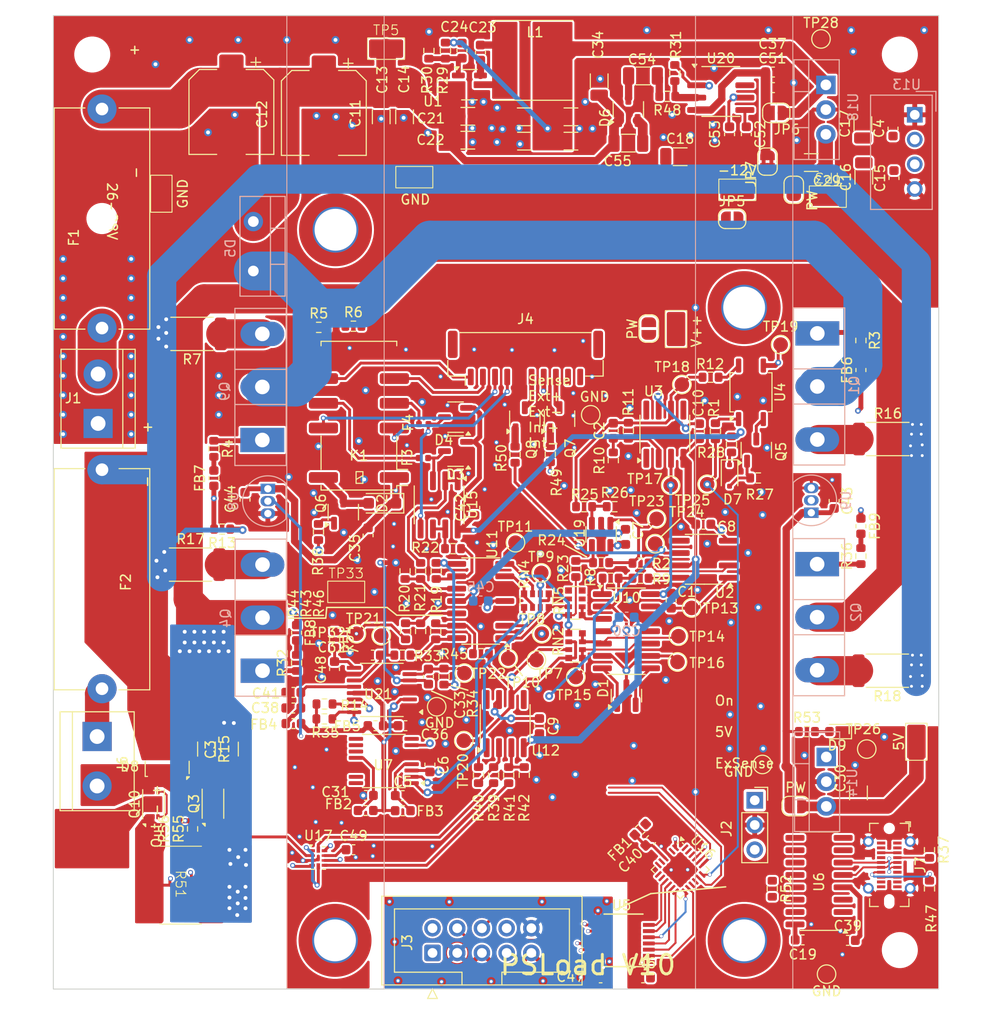
<source format=kicad_pcb>
(kicad_pcb (version 20240108) (generator "pcbnew") (generator_version "8.0")
  (layers (0 "F.Cu" signal) (1 "In1.Cu" signal) (2 "In2.Cu" signal) (31 "B.Cu" signal) (34 "B.Paste" user) (35 "F.Paste" user) (36 "B.SilkS" user "B.Silkscreen") (37 "F.SilkS" user "F.Silkscreen") (38 "B.Mask" user) (39 "F.Mask" user) (44 "Edge.Cuts" user))
  (net 0 "")
  (net 1 "Net-(U3--)")
  (net 2 "Net-(U10D--)")
  (net 3 "Net-(C2-Pad2)")
  (net 4 "Net-(U3-+)")
  (net 6 "Net-(C3-Pad2)")
  (net 8 "Net-(Q1-G)")
  (net 9 "Net-(U15A-+)")
  (net 10 "Net-(U15B-+)")
  (net 11 "Net-(R8-Pad1)")
  (net 12 "Net-(R9-Pad2)")
  (net 13 "Net-(R12-Pad1)")
  (net 14 "Net-(RN2A-R1.2)")
  (net 15 "Net-(J1-Pin_2)")
  (net 16 "Net-(J6-Pin_1)")
  (net 17 "Net-(RN2A-R1.1)")
  (net 18 "Net-(RN2C-R3.1)")
  (net 19 "Net-(RN2D-R4.2)")
  (net 20 "+12V")
  (net 21 "ON")
  (net 22 "-12V")
  (net 23 "+36V")
  (net 27 "/buckConLDO/SW")
  (net 28 "Net-(U1-BST)")
  (net 29 "Net-(U21-AVDD)")
  (net 30 "DAC LDAC")
  (net 32 "DAC Sync")
  (net 33 "SCK")
  (net 34 "MoSi")
  (net 35 "+VDC")
  (net 36 "Net-(D5-K)")
  (net 37 "Net-(Q1-S)")
  (net 38 "Net-(Q2-S)")
  (net 39 "Net-(Q4-S)")
  (net 40 "Net-(U1-FB)")
  (net 41 "Net-(FB6-Pad2)")
  (net 42 "Net-(D7-K)")
  (net 43 "Net-(D7-A)")
  (net 44 "Net-(Q5-C)")
  (net 45 "Net-(FB6-Pad1)")
  (net 46 "ON PhotoMos")
  (net 47 "/outHi")
  (net 48 "2,5Vref")
  (net 49 "DAC Enable")
  (net 50 "SDA")
  (net 51 "SCL")
  (net 52 "Tx")
  (net 53 "Rx")
  (net 54 "UPDI")
  (net 55 "Net-(R1-Pad2)")
  (net 56 "DataIn2")
  (net 57 "DataIn1")
  (net 58 "DataOut2")
  (net 59 "DataOut1")
  (net 60 "Net-(D2-A)")
  (net 61 "DRDY")
  (net 62 "GND1")
  (net 63 "/I+DACout")
  (net 64 "/VDACout")
  (net 65 "/I-DACout")
  (net 66 "Net-(R2-Pad2)")
  (net 67 "Net-(R2-Pad1)")
  (net 68 "Net-(U11C--)")
  (net 69 "Net-(U11C-+)")
  (net 70 "/outLOW")
  (net 71 "/V mes")
  (net 72 "/I mes")
  (net 73 "Net-(R39-Pad2)")
  (net 74 "Net-(RN5A-R1.1)")
  (net 75 "VCCQ")
  (net 76 "ISOTx")
  (net 77 "ISO DataIn2")
  (net 78 "ISORx")
  (net 79 "ISO DataOut1")
  (net 80 "ISO DataOut2")
  (net 81 "ISO DataIn1")
  (net 82 "Net-(F3-Pad2)")
  (net 83 "Net-(F4-Pad2)")
  (net 84 "Net-(Q6-B)")
  (net 85 "SensSW")
  (net 86 "/buckConLDO/+15V")
  (net 87 "Net-(FB7-Pad2)")
  (net 88 "Net-(U20-CV)")
  (net 89 "Net-(U20-THR)")
  (net 90 "Net-(C54-Pad2)")
  (net 91 "Net-(C54-Pad1)")
  (net 92 "Net-(U20-Q)")
  (net 93 "Net-(FB8-Pad2)")
  (net 94 "Net-(FB9-Pad2)")
  (net 96 "Net-(U19--)")
  (net 97 "Net-(U19-+)")
  (net 98 "Net-(U10A--)")
  (net 99 "Net-(U12--)")
  (net 100 "TempData#2")
  (net 101 "Net-(U21-AIN3)")
  (net 102 "Net-(R33-Pad2)")
  (net 103 "Net-(RN5A-R1.2)")
  (net 104 "Net-(U12-+)")
  (net 105 "Isink")
  (net 106 "Isource")
  (net 107 "Net-(Q7-B)")
  (net 108 "Net-(Q8-B)")
  (net 109 "Net-(R41-Pad2)")
  (net 110 "Net-(U11D-+)")
  (net 111 "Net-(U11D--)")
  (net 115 "Net-(RN4C-R3.1)")
  (net 120 "Net-(RN4A-R1.2)")
  (net 121 "Net-(RN4D-R4.1)")
  (net 122 "Net-(Q9-S)")
  (net 123 "/buckConLDO/-12V")
  (net 124 "/buckConLDO/12V")
  (net 125 "/buckConLDO/Vout 5V")
  (net 126 "/buckConLDO/..36V")
  (net 127 "/LED_SenseEx")
  (net 128 "/LED_ON")
  (net 129 "/IntSense+")
  (net 130 "/ExSense-")
  (net 131 "/IntSense-")
  (net 132 "/ExSense+")
  (net 133 "Net-(JP6-A)")
  (net 134 "Net-(U16-VCC)")
  (net 135 "Net-(U7-IOVDD)")
  (net 136 "Net-(U7-AVDD)")
  (net 137 "Net-(U21-DVDD)")
  (net 138 "TempData#1")
  (net 139 "Net-(Q2-G)")
  (net 140 "Net-(Q4-G)")
  (net 141 "Net-(Q9-G)")
  (net 142 "GNDPWR")
  (net 143 "Net-(U6-V3)")
  (net 145 "Net-(J7-CC2)")
  (net 150 "Net-(J7-CC1)")
  (net 152 "Net-(U6-UD+)")
  (net 153 "Net-(J7-VBUS-PadA4)")
  (net 156 "Net-(U6-UD-)")
  (net 160 "Net-(U6-TXD)")
  (net 168 "GND")
  (net 170 "Net-(D9-A)")
  (net 171 "+5V")
  (net 172 "Net-(U21-REFP)")
  (net 173 "Net-(U15A--)")
  (net 174 "Net-(U15B--)")
  (net 175 "Net-(R51-Pad2)")
  (net 176 "Net-(R51-Pad3)")
  (net 177 "RangeSW")
  (net 178 "Net-(Q3-D1-Pad1)")
  (net 179 "Net-(Q3-G1-Pad3)")
  (net 180 "Net-(Q10-G1-Pad3)")
  (net 181 "/5A Shunt Hi")
  (net 182 "/HeatSink2")
  (net 183 "/HeatSink1")
  (footprint "Capacitor_SMD:C_0603_1608Metric" (layer "F.Cu") (at 176.25 99.85 90)
    (property "Reference" "C43")
    (property "Value" "100n")
  )
  (footprint "Library:SMD Test Point PCWCTE" (layer "F.Cu") (at 166.3 67.9)
    (property "Reference" "TP6" (hide yes))
    (property "Value" "-12V")
  )
  (footprint "Library:SMD Test Point PCWCTE" (layer "F.Cu") (at 130.2 53.4)
    (property "Reference" "TP5")
    (property "Value" "Vin")
  )
  (footprint "Resistor_SMD:R_0603_1608Metric" (layer "F.Cu") (at 123.87 120.72 180)
    (property "Reference" "R14")
    (property "Value" "5k")
  )
  (footprint "Capacitor_SMD:C_0603_1608Metric" (layer "F.Cu") (at 139.9 53.8 -90)
    (property "Reference" "C23")
    (property "Value" "100n")
  )
  (footprint "Library:SMD Test Point PCWCTE" (layer "F.Cu") (at 126.1 109.2)
    (property "Reference" "TP33")
    (property "Value" "GND")
  )
  (footprint "Resistor_SMD:R_0603_1608Metric" (layer "F.Cu") (at 156.35 107.8)
    (property "Reference" "R9")
    (property "Value" "4,99k")
  )
  (footprint "Package_SO:SOIC-8_3.9x4.9mm_P1.27mm" (layer "F.Cu") (at 158.85 93 90)
    (property "Reference" "U3")
    (property "Value" "ADA4522")
  )
  (footprint "Resistor_SMD:R_0603_1608Metric" (layer "F.Cu") (at 132.2 113.25 90)
    (property "Reference" "R44")
    (property "Value" "2k  0,05%")
  )
  (footprint "TestPoint:TestPoint_Pad_D1.5mm" (layer "F.Cu") (at 161.6 110.85)
    (property "Reference" "TP13")
    (property "Value" "intgin")
  )
  (footprint "Resistor_SMD:R_0603_1608Metric" (layer "F.Cu") (at 133.75 107.05 90)
    (property "Reference" "R21")
    (property "Value" "100k")
  )
  (footprint "Capacitor_SMD:C_0603_1608Metric" (layer "F.Cu") (at 165.5 62.2 -90)
    (property "Reference" "C53")
    (property "Value" "10n")
  )
  (footprint "Resistor_SMD:R_Array_Convex_4x0612" (layer "F.Cu") (at 145.65 110.1 90)
    (property "Reference" "RN4")
    (property "Value" "10k")
  )
  (footprint "Capacitor_SMD:C_0603_1608Metric" (layer "F.Cu") (at 145.965 122.985 -90)
    (property "Reference" "C9")
    (property "Value" "100n")
  )
  (footprint "Capacitor_SMD:CP_Elec_8x10.5" (layer "F.Cu") (at 123.8 60 -90)
    (property "Reference" "C11")
    (property "Value" "100u")
  )
  (footprint "Library:SMD Test Point PCWCTE" (layer "F.Cu") (at 107.1 68.3 90)
    (property "Reference" "TP1" (hide yes))
    (property "Value" "GND")
  )
  (footprint "Inductor_SMD:L_0603_1608Metric" (layer "F.Cu") (at 128.1 131.66 180)
    (property "Reference" "FB2")
    (property "Value" "1 kOhms @ 100 MHz")
  )
  (footprint "Resistor_SMD:R_0603_1608Metric" (layer "F.Cu") (at 164.05 92.7 90)
    (property "Reference" "R1")
    (property "Value" "3k")
  )
  (footprint "Resistor_SMD:R_0603_1608Metric" (layer "F.Cu") (at 163.55 87.15 180)
    (property "Reference" "R12")
    (property "Value" "22 more 51")
  )
  (footprint "MountingHole:MountingHole_4.3mm_M4_DIN965_Pad_TopOnly" (layer "F.Cu") (at 167 145)
    (property "Reference" "REF**" (hide yes))
    (property "Value" "MountingHole_4.3mm_M4_DIN965_Pad_TopOnly")
  )
  (footprint "Resistor_SMD:R_0603_1608Metric" (layer "F.Cu") (at 131.875 115.7)
    (property "Reference" "R33")
    (property "Value" "1k")
  )
  (footprint "Resistor_SMD:R_0603_1608Metric" (layer "F.Cu") (at 147.0775 95.06 90)
    (property "Reference" "R49")
    (property "Value" "1k")
  )
  (footprint "Resistor_SMD:R_0603_1608Metric" (layer "F.Cu") (at 137.08 104.76 180)
    (property "Reference" "R22")
    (property "Value" "100k")
  )
  (footprint "Package_SO:TSSOP-16_4.4x5mm_P0.65mm" (layer "F.Cu") (at 129.7625 119.275 180)
    (property "Reference" "U21")
    (property "Value" "ADS1219")
  )
  (footprint "MountingHole:MountingHole_4.3mm_M4_DIN965_Pad_TopOnly" (layer "F.Cu") (at 167 80)
    (property "Reference" "REF**" (hide yes))
    (property "Value" "MountingHole_4.3mm_M4_DIN965_Pad_TopOnly")
  )
  (footprint "Resistor_SMD:R_0603_1608Metric" (layer "F.Cu") (at 144.4 128.025 -90)
    (property "Reference" "R42")
    (property "Value" "10k  0,05%")
  )
  (footprint "TestPoint:TestPoint_Pad_D1.5mm" (layer "F.Cu") (at 145.65 116.2)
    (property "Reference" "TP7")
    (property "Value" "I-DAC")
  )
  (footprint "Resistor_SMD:R_0603_1608Metric" (layer "F.Cu") (at 135.3 113.25 -90)
    (property "Reference" "R46")
    (property "Value" "1k  0,05%")
  )
  (footprint "TestPoint:TestPoint_Pad_D1.5mm" (layer "F.Cu") (at 138.19 124.485)
    (property "Reference" "TP20")
    (property "Value" "Imes")
  )
  (footprint "Capacitor_SMD:C_0603_1608Metric" (layer "F.Cu") (at 159.5 110.1 90)
    (property "Reference" "C1")
    (property "Value" "1n")
  )
  (footprint "Capacitor_SMD:C_1206_3216Metric" (layer "F.Cu") (at 149.2 60.4)
    (property "Reference" "C25" (hide yes))
    (property "Value" "10u")
  )
  (footprint "Resistor_SMD:R_0603_1608Metric" (layer "F.Cu") (at 179 105.525 90)
    (property "Reference" "R36")
    (property "Value" "1k")
  )
  (footprint "Resistor_SMD:R_0603_1608Metric" (layer "F.Cu") (at 108.8 133.55 90)
    (property "Reference" "R56")
    (property "Value" "10  0,05%")
  )
  (footprint "Connector_USB:USB_C_Receptacle_GCT_USB4115-03-C" (layer "F.Cu") (at 181.915 137.25 -90)
    (property "Reference" "J7")
    (property "Value" "USB_C_Receptacle")
  )
  (footprint "Capacitor_SMD:C_0603_1608Metric" (layer "F.Cu") (at 169.975 57.4)
    (property "Reference" "C51")
    (property "Value" "100n")
  )
  (footprint "LED_SMD:LED_0603_1608Metric" (layer "F.Cu") (at 176.55 123.55 180)
    (property "Reference" "D9")
    (property "Value" "LED")
  )
  (footprint "TestPoint:TestPoint_Pad_D1.5mm" (layer "F.Cu") (at 160.15 116.4)
    (property "Reference" "TP16")
    (property "Value" "##")
  )
  (footprint "Capacitor_SMD:C_0603_1608Metric" (layer "F.Cu") (at 138 53.6 -90)
    (property "Reference" "C24")
    (property "Value" "56p-100p")
  )
  (footprint "Inductor_SMD:L_0603_1608Metric" (layer "F.Cu") (at 129.1125 122.95 180)
    (property "Reference" "FB5")
    (property "Value" "1 kOhms @ 100 MHz")
  )
  (footprint "Library:SMD Test Point PCWCTE" (layer "F.Cu") (at 133.1 66.6)
    (property "Reference" "TP29" (hide yes))
    (property "Value" "GND")
  )
  (footprint "Resistor_SMD:R_0603_1608Metric" (layer "F.Cu") (at 159.1 58.3 180)
    (property "Reference" "R48")
    (property "Value" "22")
  )
  (footprint "TestPoint:TestPoint_Pad_D1.5mm" (layer "F.Cu") (at 151.23 91.01)
    (property "Reference" "TP27" (hide yes))
    (property "Value" "GND")
  )
  (footprint "Package_TO_SOT_SMD:TSOT-23-6" (layer "F.Cu") (at 138.7625 57.1)
    (property "Reference" "U1")
    (property "Value" "AP63200WU")
  )
  (footprint "Resistor_SMD:R_0603_1608Metric" (layer "F.Cu") (at 142.8 128.025 -90)
    (property "Reference" "R41")
    (property "Value" "1k  0,05%")
  )
  (footprint "Capacitor_SMD:C_0603_1608Metric" (layer "F.Cu") (at 162.4 92.7 -90)
    (property "Reference" "C10")
    (property "Value" "100n")
  )
  (footprint "Resistor_SMD:R_0603_1608Metric" (layer "F.Cu") (at 153.7 100.45)
    (property "Reference" "R26")
    (property "Value" "20k")
  )
  (footprint "Capacitor_SMD:C_1206_3216Metric" (layer "F.Cu") (at 138.6 60.35)
    (property "Reference" "C21")
    (property "Value" "10u")
  )
  (footprint "Resistor_SMD:R_0603_1608Metric" (layer "F.Cu") (at 165.7 94.05 -90)
    (property "Reference" "R28")
    (property "Value" "5k")
  )
  (footprint "Package_SO:TSSOP-16_4.4x5mm_P0.65mm" (layer "F.Cu") (at 129.9625 126.575 180)
    (property "Reference" "U7")
    (property "Value" "DAC8564C/D")
  )
  (footprint "Capacitor_SMD:C_0603_1608Metric" (layer "F.Cu") (at 152.25 148.85 180)
    (property "Reference" "C47")
    (property "Value" "100n")
  )
  (footprint "Capacitor_SMD:C_0603_1608Metric" (layer "F.Cu") (at 126.855 135.69)
    (property "Reference" "C49")
    (property "Value" "100n")
  )
  (footprint "Capacitor_SMD:C_1206_3216Metric" (layer "F.Cu") (at 138.6 62.8)
    (property "Reference" "C22")
    (property "Value" "10u")
  )
  (footprint "Resistor_SMD:R_0603_1608Metric" (layer "F.Cu") (at 169.89 139.7 -90)
    (property "Reference" "R52")
    (property "Value" "5,1k")
  )
  (footprint "TestPoint:TestPoint_Pad_D1.5mm" (layer "F.Cu") (at 149.7 117.95)
    (property "Reference" "TP15")
    (property "Value" "I-bal")
  )
  (footprint "Resistor_SMD:R_0603_1608Metric" (layer "F.Cu") (at 168.45 97.5)
    (property "Reference" "R27")
    (property "Value" "10k")
  )
  (footprint "Resistor_SMD:R_0603_1608Metric" (layer "F.Cu") (at 153.275 107.8)
    (property "Reference" "R8")
    (property "Value" "4,99k")
  )
  (footprint "TestPoint:TestPoint_Pad_D1.5mm" (layer "F.Cu") (at 142.75 116.05)
    (property "Reference" "TP10")
    (property "Value" "Vcontr")
  )
  (footprint "TestPoint:TestPoint_Pad_D1.5mm" (layer "F.Cu") (at 158 101.7)
    (property "Reference" "TP23")
    (property "Value" "off")
  )
  (footprint "Resistor_SMD:R_2512_6332Metric" (layer "F.Cu") (at 181.72 117.3 180)
    (property "Reference" "R18")
    (property "Value" "0.05")
  )
  (footprint "Package_TO_SOT_SMD:SOT-23-3" (layer "F.Cu") (at 155.1 59.6375 90)
    (property "Reference" "D6")
    (property "Value" "BAV99")
  )
  (footprint "Package_TO_SOT_SMD:SOT-23-3" (layer "F.Cu") (at 144.4575 91.42 90)
    (property "Reference" "Q8")
    (property "Value" "MMBT3904")
  )
  (footprint "Package_SO:SOIC-16_3.9x9.9mm_P1.27mm" (layer "F.Cu") (at 174.7 138.915 180)
    (property "Reference" "U6")
    (property "Value" "CH340C")
  )
  (footprint "Capacitor_SMD:C_0603_1608Metric" (layer "F.Cu") (at 162.8 102.25 180)
    (property "Reference" "C8")
    (property "Value" "100n")
  )
  (footprint "TestPoint:TestPoint_Pad_D1.5mm" (layer "F.Cu") (at 160.25 113.75)
    (property "Reference" "TP14")
    (property "Value" "I+bal")
  )
  (footprint "Jumper:SolderJumper-2_P1.3mm_Open_RoundedPad1.0x1.5mm" (layer "F.Cu") (at 172.1 67.9 -90)
    (property "Reference" "JP3" (hide yes))
    (property "Value" "PW")
  )
  (footprint "MountingHole:MountingHole_3.2mm_M3" (layer "F.Cu") (at 100.5 145.6)
    (property "Reference" "REF**" (hide yes))
    (property "Value" "MountingHole_3.2mm_M3")
  )
  (footprint "Resistor_SMD:R_0603_1608Metric" (layer "F.Cu") (at 110.31 133.55 90)
    (property "Reference" "R55")
    (property "Value" "10  0,05%")
  )
  (footprint "Capacitor_SMD:C_1206_3216Metric" (layer "F.Cu") (at 114.1 125.35 -90)
    (property "Reference" "C3")
    (property "Value" "10u")
  )
  (footprint "Inductor_SMD:L_0603_1608Metric" (layer "F.Cu") (at 179 102.45 -90)
    (property "Reference" "FB9")
    (property "Value" "1 kOhms @ 100 MHz")
  )
  (footprint "Resistor_SMD:R_0603_1608Metric" (layer "F.Cu") (at 159.875 55.9 -90)
    (property "Reference" "R31")
    (property "Value" "5k")
  )
  (footprint "Fuse:Fuseholder_Cylinder-5x20mm_Schurter_0031_8201_Horizontal_Open" (layer "F.Cu") (at 101 82.1 90)
    (property "Reference" "F1")
    (property "Value" "Fuse")
  )
  (footprint "Capacitor_SMD:C_1206_3216Metric" (layer "F.Cu") (at 132.1 60.4 -90)
    (property "Reference" "C14")
    (property "Value" "100n")
  )
  (footprint "Inductor_SMD:L_0603_1608Metric" (layer "F.Cu") (at 179 86.4125 90)
    (property "Reference" "FB6")
    (property "Value" "1 kOhms @ 100 MHz")
  )
  (footprint "Resistor_SMD:R_0603_1608Metric" (layer "F.Cu") (at 173.45 123.55)
    (property "Reference" "R53")
    (property "Value" "1k")
  )
  (footprint "Inductor_SMD:L_0603_1608Metric" (layer "F.Cu") (at 156.32 133.61 -135)
    (property "Reference" "FB1")
    (property "Value" "1 kOhms @ 100 MHz")
  )
  (footprint "Inductor_SMD:L_0603_1608Metric" (layer "F.Cu") (at 120.6775 122.73 180)
    (property "Reference" "FB4")
    (property "Value" "1 kOhms @ 100 MHz")
  )
  (footprint "Resistor_SMD:R_0603_1608Metric" (layer "F.Cu") (at 113.35 102.75 180)
    (property "Reference" "R13")
    (property "Value" "5k")
  )
  (footprint "Capacitor_SMD:C_1206_3216Metric" (layer "F.Cu") (at 160.425 64.5)
    (property "Reference" "C18")
    (property "Value" "10u")
  )
  (footprint "Resistor_SMD:R_2512_6332Metric" (layer "F.Cu") (at 181.77 93.5)
    (property "Reference" "R16")
    (property "Value" "0.05")
  )
  (footprint "TestPoint:TestPoint_Pad_D1.5mm" (layer "F.Cu") (at 159.45 98.25)
    (property "Reference" "TP17")
    (property "Value" "integ")
  )
  (footprint "Resistor_SMD:R_0603_1608Metric" (layer "F.Cu") (at 123.28 82.03)
    (property "Reference" "R5")
    (property "Value" "100k")
  )
  (footprint "Resistor_SMD:R_0603_1608Metric" (layer "F.Cu") (at 124.91 114.1 -90)
    (property "Reference" "R54")
    (property "Value" "1k")
  )
  (footprint "Capacitor_SMD:C_0603_1608Metric" (layer "F.Cu") (at 128.825 115.7 180)
    (property "Reference" "C32")
    (property "Value" "1u")
  )
  (footprint "Capacitor_SMD:C_1206_3216Metric" (layer "F.Cu") (at 179.2 61.1 90)
    (property "Reference" "C17")
    (property "Value" "10u")
  )
  (footprint "TestPoint:TestPoint_Pad_D1.5mm" (layer "F.Cu") (at 179.6 125.35)
    (property "Reference" "TP26")
    (property "Value" "GND")
  )
  (footprint "Capacitor_SMD:C_0603_1608Metric" (layer "F.Cu") (at 124.9 117.1375 -90)
    (property "Reference" "C48")
    (property "Value" "1u")
  )
  (footprint "Package_SO:SOIC-8_3.9x4.9mm_P1.27mm" (layer "F.Cu") (at 164.6 57.795)
    (property "Reference" "U20")
    (property "Value" "ICM7555xB")
  )
  (footprint "Capacitor_SMD:C_0603_1608Metric" (layer "F.Cu") (at 128.35 103.4 -90)
    (property "Reference" "C35")
    (property "Value" "100n")
  )
  (footprint "Capacitor_SMD:CP_Elec_8x10.5" (layer "F.Cu") (at 114.3 59.9 -90)
    (property "Reference" "C12")
    (property "Value" "100u")
  )
  (footprint "TestPoint:TestPoint_Pad_D1.5mm" (layer "F.Cu") (at 143.5 104.15)
    (property "Reference" "TP11")
    (property "Value" "I+contr")
  )
  (footprint "Inductor_SMD:L_0603_1608Metric" (layer "F.Cu") (at 121 113.4 -90)
    (property "Reference" "FB8")
    (property "Value" "1 kOhms @ 100 MHz")
  )
  (footprint "Resistor_SMD:R_0603_1608Metric" (layer "F.Cu") (at 133.75 113.25 -90)
    (property "Reference" "R43")
    (property "Value" "1k 0,05%")
  )
  (footprint "Resistor_SMD:R_0603_1608Metric" (layer "F.Cu") (at 126.84 81.91)
    (property "Reference" "R6")
    (property "Value" "100k")
  )
  (footprint "TestPoint:TestPoint_Pad_D1.5mm" (layer "F.Cu") (at 168.88 126.93)
    (property "Reference" "TP31" (hide yes))
    (property "Value" "GND")
  )
  (footprint "Capacitor_SMD:C_0603_1608Metric" (layer "F.Cu") (at 177.65 145 180)
    (property "Reference" "C39")
    (property "Value" "100n")
  )
  (footprint "Capacitor_SMD:C_0603_1608Metric" (layer "F.Cu") (at 182.4 66.7 90)
    (property "Reference" "C15")
    (property "Value" "100n")
  )
  (footprint "Resistor_SMD:R_1206_3216Metric" (layer "F.Cu") (at 111.74 125.35 -90)
    (property "Reference" "R15")
    (property "Value" "0.47")
  )
  (footprint "Capacitor_SMD:C_0603_1608Metric" (layer "F.Cu") (at 182.3 61.6 90)
    (property "Reference" "C4")
    (property "Value" "100n")
  )
  (footprint "Package_SO:SSOP-16_3.9x4.9mm_P0.635mm" (layer "F.Cu") (at 154.6 145 180)
    (property "Reference" "U5")
    (property "Value" "ISO7763FDBQ")
  )
  (footprint "Inductor_SMD:L_0603_1608Metric" (layer "F.Cu") (at 131.92 131.68)
    (property "Reference" "FB3")
    (property "Value" "1 kOhms @ 100 MHz")
  )
  (footprint "Package_TO_SOT_SMD:SOT-23-3" (layer "F.Cu") (at 148.0275 91.41 90)
    (property "Reference" "Q7")
    (property "Value" "MMBT3904")
  )
  (footprint "Capacitor_SMD:C_0603_1608Metric" (layer "F.Cu") (at 120.665 119.53 180)
    (property "Reference" "C41")
    (property "Value" "100n")
  )
  (footprint "Inductor_SMD:L_0603_1608Metric" (layer "F.Cu") (at 112.5 97.525 90)
    (property "Reference" "FB7")
    (property "Value" "1 kOhms @ 100 MHz")
  )
  (footprint "TestPoint:TestPoint_Pad_D1.5mm" (layer "F.Cu") (at 163.2 98.15)
    (property "Reference" "TP25")
    (property "Value" "on mos")
  )
  (footprint "Diode_SMD:D_SOD-323F" (layer "F.Cu") (at 165.5 97.25 -90)
    (property "Reference" "D7")
    (property "Value" "MM3Z 22V")
  )
  (footprint "Resistor_SMD:R_0603_1608Metric" (layer "F.Cu") (at 123.25 103.05 90)
    (property "Reference" "R38")
    (property "Value" "1k")
  )
  (footprint "Package_TO_SOT_SMD:TO-277A" (layer "F.Cu") (at 107.7 125 180)
    (property "Reference" "D8")
    (property "Value" "SS10PH10")
  )
  (footprint "Package_SO:SOIC-14_3.9x8.7mm_P1.27mm" (layer "F.Cu") (at 154.9 113.2425)
    (property "Reference" "U10")
    (property "Value" "OPA4189")
  )
  (footprint "Resistor_SMD:R_0603_1608Metric" (layer "F.Cu") (at 136.3 53.6 -90)
    (property "Reference" "R29")
    (property "Value" "200k")
  )
  (footprint "Resistor_SMD:R_0603_1608Metric" (layer "F.Cu") (at 141.25 128.025 -90)
    (property "Reference" "R39")
    (property "Value" "1k  0,05%")
  )
  (footprint "Capacitor_SMD:C_0603_1608Metric" (layer "F.Cu") (at 173.025 144.95)
    (property "Reference" "C19")
    (property "Value" "100n")
  )
  (footprint "NetTie:NetTie-2_SMD_Pad0.5mm" (layer "F.Cu") (at 130.5 106.2)
    (property "Reference" "NT1" (hide yes))
    (property "Value" "NetTie_2" (hide yes))
  )
  (footprint "TestPoint:TestPoint_Pad_D1.5mm" (layer "F.Cu") (at 129.7 113.7)
    (property "Reference" "TP21")
    (property "Value" "IADC")
  )
  (footprint "Package_TO_SOT_SMD:SOT-23" (layer "F.Cu") (at 154.9 119.8625 90)
    (property "Reference" "D1")
    (property "Value" "BAV99LT1")
  )
  (footprint "Resistor_SMD:R_0603_1608Metric" (layer "F.Cu") (at 156.35 106.25)
    (property "Reference" "R2")
    (property "Value" "4,99k")
  )
  (footprint "NetTie:NetTie-2_SMD_Pad2.0mm" (layer "F.Cu") (at 107.4 91.8 180)
    (property "Reference" "NT4" (hide yes))
    (property "Value" "Tie" (hide yes))
  )
  (footprint "Capacitor_SMD:C_0603_1608Metric" (layer "F.Cu") (at 128.12 130.11 180)
    (property "Reference" "C31")
    (property "Value" "100n")
  )
  (footprint "TestPoint:TestPoint_Pad_D1.5mm" (layer "F.Cu") (at 160.6 87.9 90)
    (property "Reference" "TP18")
    (property "Value" "HVamp")
  )
  (footprint "Inductor_SMD:L_Taiyo-Yuden_NR-80xx" (layer "F.Cu") (at 145.4 54.6)
    (property "Reference" "L1")
    (property "Value" "10u")
  )
  (footprint "Connector_JST:JST_GH_BM10B-GHS-TBT_1x10-1MP_P1.25mm_Vertical" (layer "F.Cu") (at 144.525 85.175)
    (property "Reference" "J4")
    (property "Value" "Conn_01x10_Socket")
  )
  (footprint "Resistor_SMD:R_0603_1608Metric" (layer "F.Cu") (at 149.7 106.85 -90)
    (property "Reference" "R23")
    (property "Value" "100k")
  )
  (footprint "Connector_PinSocket_2.54mm:PinSocket_1x03_P2.54mm_Vertical" (layer "F.Cu") (at 168.09 130.61)
    (property "Reference" "J2")
    (property "Value" "Conn_01x03_Pin")
  )
  (footprint "Library:DFN-6-1EP_3x2mm_P0.5mm_EP1.65x1.35mm bearb" (layer "F.Cu") (at 106.3 131.015)
    (property "Reference" "Q10")
    (property "Value" "DMN2008")
  )
  (footprint "Fuse:Fuse_0402_1005Metric" (layer "F.Cu") (at 134.03 95.45 180)
    (property "Reference" "F3")
    (property "Value" "50mA")
  )
  (footprint "Package_DFN_QFN:QFN-24-1EP_4x4mm_P0.5mm_EP2.6x2.6mm" (layer "F.Cu") (at 160.433864 137.746097 -45)
    (property "Reference" "U16")
    (property "Value" "ATtiny3227-M")
  )
  (footprint "TestPoint:TestPoint_Pad_D1.5mm" (layer "F.Cu") (at 157.85 104.25)
    (property "Reference" "TP24")
    (property "Value" "on")
  )
  (footprint "Resistor_SMD:R_0603_1608Metric" (layer "F.Cu") (at 139.95 115.55 180)
    (property "Reference" "R45")
    (property "Value" "2k  0,05%")
  )
  (footprint "Capacitor_SMD:C_0603_1608Metric" (layer "F.Cu") (at 134.55 117.9 -90)
    (property "Reference" "C33")
    (property "Value" "1u")
  )
  (footprint "Package_SO:SOP-4_3.8x4.1mm_P2.54mm" (layer "F.Cu") (at 167.7 88.7 90)
    (property "Reference" "U4")
    (property "Value" "CPC1017N")
  )
  (footprint "TestPoint:TestPoint_Pad_D1.5mm" (layer "F.Cu") (at 135.4 121)
    (property "Reference" "TP30" (hide yes))
    (property "Value" "GND")
  )
  (footprint "Capacitor_SMD:C_0603_1608Metric" (layer "F.Cu") (at 156.6 148.85 180)
    (property "Reference" "C46")
    (property "Value" "100n")
  )
  (footprint "MountingHole:MountingHole_3.2mm_M3" (layer "F.Cu") (at 183 54)
    (property "Reference" "REF**" (hide yes))
    (property "Value" "MountingHole_3.2mm_M3")
  )
  (footprint "Relay_SMD:Relay_DPDT_Kemet_EE2_NU" (layer "F.Cu") (at 127.405 91.1 180)
    (property "Reference" "K1")
    (property "Value" "EE2-5NU")
  )
  (footprint "Package_TO_SOT_SMD:SOT-23-3" (layer "F.Cu") (at 125.8 101.0125 90)
    (property "Reference" "Q6")
    (property "Value" "MMBT3904")
  )
  (footprint "Package_DFN_QFN:Texas_R-PUQFN-N10" (layer "F.Cu") (at 123.2325 136.54)
    (property "Reference" "U17")
    (property "Value" "TS5A23159RSE")
  )
  (footprint "Diode_SMD:D_SOD-123F" (layer "F.Cu") (at 129.805 100.1 180)
    (property "Reference" "D2")
    (property "Value" "1N4007")
  )
  (footprint "Resistor_SMD:R_0603_1608Metric" (layer "F.Cu") (at 136.15 117.9 -90)
    (property "Reference" "R34")
    (property "Value" "1k")
  )
  (footprint "Capacitor_SMD:C_1206_3216Metric" (layer "F.Cu") (at 179.3 66.6 90)
    (property "Reference" "C16")
    (property "Value" "10u")
  )
  (footprint "Package_TO_SOT_SMD:SOT-23-3" (layer "F.Cu") (at 137.34 91.25 180)
    (property "Reference" "D4")
    (property "Value" "BAV99LT1")
  )
  (footprint "Capacitor_SMD:C_1206_3216Metric" (layer "F.Cu") (at 178.75 129.85 90)
    (property "Reference" "C30")
    (property "Value" "10u")
  )
  (footprint "Jumper:SolderJumper-2_P1.3mm_Open_RoundedPad1.0x1.5mm" (layer "F.Cu") (at 165.77 70.88)
    (property "Reference" "JP5")
    (property "Value" "PW")
  )
  (footprint "Fuse:Fuseholder_Cylinder-5x20mm_Schurter_0031_8201_Horizontal_Open" (layer "F.Cu") (at 101 96.65 -90)
    (property "Reference" "F2")
    (property "Value" "Fuse")
  )
  (footprint "Library:SMD Test Point PCWCTE" (layer "F.Cu") (at 160 82.2 90)
    (property "Reference" "TP4" (hide yes))
    (property "Value" "V++")
  )
  (footprint "NetTie:NetTie-2_SMD_Pad2.0mm" (layer "F.Cu") (at 107.4 89 180)
    (property "Reference" "NT2" (hide yes))
    (property "Value" "Tie" (hide yes))
  )
  (footprint "Resistor_SMD:R_0603_1608Metric" (layer "F.Cu") (at 152.3 106.2 180)
    (property "Reference" "R24")
    (property "Value" "100k")
  )
  (footprint "TestPoint:TestPoint_Pad_D1.5mm" (layer "F.Cu") (at 146.15 107.25)
    (property "Reference" "TP9")
    (property "Value" "VDAC")
  )
  (footprint "Capacitor_SMD:C_0603_1608Metric" (layer "F.Cu") (at 134.7 126.925 90)
    (property "Reference" "C6")
    (property "Value" "1u")
  )
  (footprint "Resistor_SMD:R_Array_Convex_4x0612" (layer "F.Cu") (at 149.675 114.73 180)
    (property "Reference" "RN2")
    (property "Value" "10k")
  )
  (footprint "TerminalBlock:TerminalBlock_bornier-2_P5.08mm" (layer "F.Cu") (at 100.6 91.9 90)
    (property "Reference" "J1")
    (property "Value" "Supply")
  )
  (footprint "Package_TO_SOT_SMD:SOT-23-5" (layer "F.Cu") (at 152.3 103.3 -90)
    (property "Reference" "U19")
    (property "Value" "TLV9301xDBV")
  )
  (footprint "Capacitor_SMD:C_0603_1608Metric" (layer "F.Cu") (at 131.92 130.13)
    (property "Reference" "C5")
    (property "Value" "1u")
  )
  (footprint "TestPoint:TestPoint_Pad_D1.5mm" (layer "F.Cu") (at 138.25 117.55)
    (property "Reference" "TP22")
    (property "Value" "Vmes")
  )
  (footprint "Jumper:SolderJumper-2_P1.3mm_Bridged2Bar_RoundedPad1.0x1.5mm" (layer "F.Cu") (at 169.4 65 90)
    (property "Reference" "JP7")
    (property "Value" "##")
  )
  (footprint "Resistor_SMD:R_0603_1608Metric" (layer "F.Cu") (at 186.05 139.7 -90)
    (property "Reference" "R47")
    (property "Value" "5,1k")
  )
  (footprint "Jumper:SolderJumper-2_P1.3mm_Open_RoundedPad1.0x1.5mm" (layer "F.Cu") (at 157.2 82.15 -90)
    (property "Reference" "JP4" (hide yes))
    (property "Value" "PW")
  )
  (footprint "TestPoint:TestPoint_Pad_D1.5mm" (layer "F.Cu") (at 146.2 113.5)
    (property "Reference" "TP8")
    (property "Value" "I+DAC")
  )
  (footprint "Resistor_SMD:R_0603_1608Metric" (layer "F.Cu") (at 135.35 107.05 -90)
    (property "Reference" "R19")
    (property "Value" "10k 0,1%")
  )
  (footprint "Connector_IDC:IDC-Header_2x05_P2.54mm_Vertical" (layer "F.Cu") (at 134.97 146.29 90)
    (property "Reference" "J3")
    (property "Value" "Conn_02x05_Odd_Even")
  )
  (footprint "MountingHole:MountingHole_3.2mm_M3" (layer "F.Cu") (at 183 146)
    (property "Reference" "REF**" (hide yes))
    (property "Value" "MountingHole_3.2mm_M3")
  )
  (footprint "Resistor_SMD:R_Array_Convex_4x0612" (layer "F.Cu") (at 149.65 110.33 180)
    (property "Reference" "RN5")
    (property "Value" "10k")
  )
  (footprint "Capacitor_SMD:C_0603_1608Metric" (layer "F.Cu") (at 120.665 121.13 180)
    (property "Reference" "C38")
    (property "Value" "1u")
  )
  (footprint "Capacitor_SMD:C_0603_1608Metric" (layer "F.Cu") (at 115.7 99.75 -90)
    (property "Reference" "C44")
    (property "Value" "100n")
  )
  (footprint "Package_TO_SOT_SMD:SOT-23-3" (layer "F.Cu") (at 168.25 94.6375 90)
    (property "Reference" "Q5")
    (property "Value" "MMBT3904")
  )
  (footprint "Capacitor_SMD:C_1206_3216Metric" (layer "F.Cu") (at 129.7 60.4 -90)
    (property "Reference" "C13")
    (property "Value" "10u")
  )
  (footprint "Resistor_SMD:R_2512_6332Metric" (layer "F.Cu") (at 110.1 106.4)
    (property "Reference" "R17")
    (property "Value" "0.05")
  )
  (footprint "Resistor_SMD:R_0603_1608Metric" (layer "F.Cu") (at 150.55 100.45 180)
    (property "Reference" "R25")
    (property "Value" "380k")
  )
  (footprint "Library:SMD Test Point PCWCTE" (layer "F.Cu") (at 184.7 124.6 90)
    (property "Reference" "TP2" (hide yes))
    (property "Value" "5V")
  )
  (footprint "Capacitor_SMD:C_0603_1608Metric" (layer "F.Cu") (at 153.55 92.65 90)
    (property "Reference" "C2")
    (property "Value" "10p")
  )
  (footprint "Package_TO_SOT_SMD:SOT-23-3" (layer "F.Cu") (at 137.34 94.74 180)
    (property "Reference" "D3")
    (property "Value" "BAV99LT1")
  )
  (footprint "MountingHole:MountingHole_3.2mm_M3" (layer "F.Cu") (at 100 54)
    (property "Reference" "REF**" (hide yes))
    (property "Value" "MountingHole_3.2mm_M3")
  )
  (footprint "Library:DFN-6-1EP_3x2mm_P0.5mm_EP1.65x1.35mm bearb" (layer "F.Cu") (at 112.41 130.965)
    (property "Reference" "Q3")
    (property "Value" "DMN2008")
  )
  (footprint "Resistor_SMD:R_0603_1608Metric" (layer "F.Cu") (at 143.4575 95.1075 90)
    (property "Reference" "R50")
    (property "Value" "1k")
  )
  (footprint "Capacitor_SMD:C_1206_3216Metric" (layer "F.Cu") (at 155.1 63.1 180)
    (property "Reference" "C55")
    (property "Value" "1u")
  )
  (footprint "TerminalBlock:TerminalBlock_bornier-2_P5.08mm" (layer "F.Cu") (at 100.5 124.06 -90)
    (property "Reference" "J6")
    (property "Value" "Output")
  )
  (footprint "Capacitor_SMD:C_1206_3216Metric" (layer "F.Cu") (at 156.6 56.2 180)
    (property "Reference" "C54")
    (property "Value" "1u")
  )
  (footprint "Package_SO:SOIC-8_3.9x4.9mm_P1.27mm" (layer "F.Cu") (at 142.44 122.735 90)
    (property "Reference" "U12")
    (property "Value" "OPA189")
  )
  (footprint "Capacitor_SMD:C_1206_3216Metric" (layer "F.Cu") (at 149.2 62.9)
    (property "Reference" "C26" (hide yes))
    (property "Value" "10u")
  )
  (footprint "Capacitor_SMD:C_0603_1608Metric" (layer "F.Cu") (at 139.31 100.555 90)
    (property "Reference" "C42")
    (property "Value" "100n")
  )
  (footprint "Jumper:SolderJumper-2_P1.3mm_Open_RoundedPad1.0x1.5mm" (layer "F.Cu") (at 170.3 60)
    (property "Reference" "JP6")
    (property "Value" "##")
  )
  (footprint "Resistor_SMD:R_2512_6332Metric" (layer "F.Cu") (at 110.25 82.7 180)
    (property "Reference" "R7")
    (property "Value" "0.05")
  )
  (footprint "Resistor_SMD:R_0603_1608Metric" (layer "F.Cu") (at 139.7 128.025 -90)
    (property "Reference" "R40")
    (property "Value" "10k  0,05%")
  )
  (footprint "Resistor_SMD:R_0603_1608Metric" (layer "F.Cu") (at 153.55 95.7 90)
    (property "Reference" "R10")
    (property "Value" "10k")
  )
  (footprint "Resistor_SMD:R_0603_1608Metric" (layer "F.Cu") (at 134.6 53.6 90)
    (property "Reference" "R30")
    (property "Value" "12k")
  )
  (footprint "Capacitor_SMD:C_0603_1608Metric" (layer "F.Cu") (at 167.225 62.2 -90)
    (property "Reference" "C52")
    (property "Value" "10n")
  )
  (footprint "Resistor_SMD:R_0603_1608Metric" (layer "F.Cu") (at 121 116.5 90)
    (property "Reference" "R32")
    (property "Value" "1k")
  )
  (footprint "Resistor_SMD:R_0603_1608Metric" (layer "F.Cu") (at 155.1 92.65 -90)
    (property "Reference" "R11")
    (property "Value" "40.2k")
  )
  (footprint "TestPoint:TestPoint_Pad_D1.5mm" (layer "F.Cu") (at 174.9 52.4)
    (property "Reference" "TP28")
    (property "Value" "GND")
  )
  (footprint "Capacitor_SMD:C_1206_3216Metric" (layer "F.Cu") (at 173.9 65.1 180)
    (property "Reference" "C29")
    (property "Value" "10u")
  )
  (footprint "Resistor_SMD:R_0603_1608Metric" (layer "F.Cu") (at 132.15 107.05 90)
    (property "Reference" "R20")
    (property "Value" "10k 0,1%")
  )
  (footprint "Capacitor_SMD:C_1206_3216Metric" (layer "F.Cu") (at 152.1 56.7 90)
    (property "Reference" "C34")
    (property "Value" "1u")
  )
  (footprint "Package_SO:SOIC-8_3.9x4.9mm_P1.27mm" (layer "F.Cu") (at 162.9 105.85 180)
    (property "Reference" "U2")
    (property "Value" "DG469")
  )
  (footprint "Resistor_SMD:R_0603_1608Metric" (layer "F.Cu") (at 179 83.375 -90)
    (property "Reference" "R3")
    (property "Value" "1k")
  )
  (footprint "Package_SO:SOIC-8_3.9x4.9mm_P1.27mm" (layer "F.Cu") (at 135.65 100.26 -90)
    (property "Reference" "U15")
    (property "Value" "OPA2192")
  )
  (footprint "MountingHole:MountingHole_4.3mm_M4_DIN965_Pad_TopOnly" (layer "F.Cu") (at 125 72)
    (property "Reference" "REF**" (hide yes))
    (property "Value" "MountingHole_4.3mm_M4_DIN965_Pad_TopOnly")
  )
  (footprint "Resistor_SMD:R_0603_1608Metric" (layer "F.Cu") (at 186.05 135.7 90)
    (property "Reference" "R37")
    (property "Value" "5,1k")
  )
  (footprint "Capacitor_SMD:C_0603_1608Metric" (layer "F.Cu") (at 157.43 134.7 45)
    (property "Reference" "C40")
    (property "Value" "100n")
  )
  (footprint "Capacitor_SMD:C_0603_1608Metric" (layer "F.Cu") (at 132.2 122.95)
    (property "Reference" "C36")
    (property "Value" "100n")
  )
  (footprint "Fuse:Fuse_0402_1005Metric" (layer "F.Cu") (at 134.065 91.96 180)
    (property "Reference" "F4")
    (property "Value" "50mA")
  )
  (footprint "Capacitor_SMD:C_1206_3216Metric" (layer "F.Cu") (at 144.4 60.4 180)
    (property "Reference" "C28" (hide yes))
    (property "Value" "10u")
  )
  (footprint "Resistor_SMD:R_0603_1608Metric" (layer "F.Cu") (at 123.86 122.25 180)
    (property "Reference" "R35")
    (property "Value" "5k")
  )
  (footprint "Library:SMD Test Point PCWCTE" (layer "F.Cu") (at 175.6 68.6 180)
    (property "Reference" "TP3")
    (property "Value" "+12V")
  )
  (footprint "TestPoint:TestPoint_Pad_D1.5mm" (layer "F.Cu") (at 170.75 83.8)
    (property "Reference" "TP19")
    (property "Value" "Gate")
  )
  (footprint "Resistor_SMD:R_0603_1608Metric" (layer "F.Cu") (at 112.5 94.5 -90)
    (property "Reference" "R4")
    (property "Value" "1k")
  )
  (footprint "Library:R 2728 4Wire" (layer "F.Cu") (at 109.08 139.33)
    (property "Reference" "R51")
    (property "Value" "0.05")
  )
  (footprint "Package_SO:SOIC-14_3.9x8.7mm_P1.27mm" (layer "F.Cu") (at 139.925 110.14 180)
    (property "Reference" "U11")
    (property "Value" "OPA4189")
  )
  (footprint "Capacitor_SMD:C_1206_3216Metric" (layer "F.Cu") (at 144.425 62.9 180)
    (property "Reference" "C27" (hide yes))
    (property "Value" "10u")
  )
  (footprint "Capacitor_SMD:C_0603_1608Metric" (layer "F.Cu") (at 154.8 103.55 90)
    (property "Reference" "C7")
    (property "Value" "100n")
  )
  (footprint "MountingHole:MountingHole_4.3mm_M4_DIN965_Pad_TopOnly" (layer "F.Cu") (at 124.95 145)
    (property "Reference" "REF**" (hide yes))
    (property "Value" "MountingHole_4.3mm_M4_DIN965_Pad_TopOnly")
  )
  (footprint "TestPoint:TestPoint_Pad_D1.5mm" (layer "F.Cu") (at 175.47 148.47)
    (property "Reference" "TP12" (hide yes))
    (property "Value" "GND")
  )
  (footprint "Jumper:SolderJumper-2_P1.3mm_Open_RoundedPad1.0x1.5mm" (layer "F.Cu") (at 172.3 131.2 180)
    (property "Reference" "JP1" (hide yes))
    (property "Value" "PW")
  )
  (footprint "Capacitor_SMD:C_0603_1608Metric" (layer "F.Cu") (at 169.975 55.8)
    (property "Reference" "C37")
    (property "Value" "100n")
  )
  (footprint "TestPoint:TestPoint_Pad_D1.5mm" (layer "F.Cu") (at 127.15 113.5)
    (property "Reference" "TP32")
    (property "Value" "Vref")
  )
  (footprint "Package_TO_SOT_THT:TO-247-3_Vertical" (layer "B.Cu") (at 174.52 82.65 -90)
    (property "Reference" "Q1")
    (property "Value" "IRFP240")
  )
  (footprint "Package_TO_SOT_THT:TO-220-2_Vertical" (layer "B.Cu") (at 116.555 76.24 90)
    (property "Reference" "D5")
    (property "Value" "MBR10100")
  )
  (footprint "Package_TO_SOT_THT:TO-247-3_Vertical" (layer "B.Cu") (at 117.48 93.6 90)
    (property "Reference" "Q9")
    (property "Value" "IRFP240")
  )
  (footprint "Package_TO_SOT_THT:TO-92_Inline" (layer "B.Cu") (at 173.9 101.07 90)
    (property "Reference" "U9")
    (property "Value" "MCP9700Ax-ETT")
  )
  (footprint "Library:ebayHeatsink" (layer "B.Cu") (at 125 100 180)
    (property "Reference" "REF**" (hide yes))
    (property "Value" "ebayHeatsink")
  )
  (footprint "Package_TO_SOT_THT:TO-247-3_Vertical" (layer "B.Cu") (at 117.5 117.3 90)
    (property "Reference" "Q4")
    (property "Value" "IRFP9240")
  )
  (footprint "Capacitor_SMD:C_0603_1608Metric" (layer "B.Cu") (at 154.925 111.8)
    (property "Reference" "C20")
    (property "Value" "100n")
  )
  (footprint "Capacitor_SMD:C_0603_1608Metric" (layer "B.Cu") (at 139.925 110.14 180)
    (property "Reference" "C45")
    (property "Value" "100n")
  )
  (footprint "Package_TO_SOT_THT:TO-220-3_Vertical" (layer "B.Cu") (at 175.445 126.16 -90)
    (property "Reference" "U14")
    (property "Value" "LM7805_TO220")
  )
  (footprint "Package_TO_SOT_THT:TO-220-3_Vertical" (layer "B.Cu") (at 175.4 57.12 -90)
    (property "Reference" "U18")
    (property "Value" "LM7812_TO220")
  )
  (footprint "Package_TO_SOT_THT:TO-92_Inline" (layer "B.Cu") (at 118.05 98.61 -90)
    (property "Reference" "U8")
    (property "Value" "MCP9700Ax-ETT")
  )
  (footprint "Converter_DCDC:Converter_DCDC_TRACO_TME_03xxS_05xxS_12xxS_Single_THT" (layer "B.Cu") (at 184.535 60.1925 180)
    (property "Reference" "U13")
    (property "Value" "TME-1212S")
  )
  (footprint "Library:ebayHeatsink" (layer "B.Cu") (at 167 100 180)
    (property "Reference" "REF**" (hide yes))
    (property "Value" "ebayHeatsink")
  )
  (footprint "Package_TO_SOT_THT:TO-247-3_Vertical" (layer "B.Cu") (at 174.5 106.35 -90)
    (property "Reference" "Q2")
    (property "Value" "IRFP9240")
  )
  (gr_line (start 144.2 117.8) (end 143.4 116.7) (stroke (width 0.15)) (layer "F.SilkS"))
  (gr_line (start 134.9 119.4) (end 137 120.3) (stroke (width 0.15)) (layer "F.SilkS"))
  (gr_line (start 124 111.9) (end 124.1 110.8) (stroke (width 0.15)) (layer "F.SilkS"))
  (gr_line (start 131.3 111.6) (end 136 111.6) (stroke (width 0.15)) (layer "F.SilkS"))
  (gr_line (start 126.1 114.9) (end 127.3 115.3) (stroke (width 0.15)) (layer "F.SilkS"))
  (gr_line (start 160.4 101.7) (end 158.5 103.5) (stroke (width 0.15)) (layer "F.SilkS"))
  (gr_line (start 148.6 104.4) (end 150.8 105.6) (stroke (width 0.15)) (layer "F.SilkS"))
  (gr_line (start 130.3 110.8) (end 131.3 111.6) (stroke (width 0.15)) (layer "F.SilkS"))
  (gr_line (start 165.1 139.5) (end 157.4 140.2) (stroke (width 0.15)) (layer "F.SilkS"))
  (gr_line (start 157.4 140.2) (end 153.9 141.8) (stroke (width 0.15)) (layer "F.SilkS"))
  (gr_line (start 136.9 118.8) (end 138.6 119.3) (stroke (width 0.15)) (layer "F.SilkS"))
  (gr_line (start 120.2 111.9) (end 124 111.9) (stroke (width 0.15)) (layer "F.SilkS"))
  (gr_line (start 124.1 110.8) (end 130.3 110.8) (stroke (width 0.15)) (layer "F.SilkS"))
  (gr_rect (start 96 50) (end 187 150) (stroke (width 0.1)) (fill none) (layer "Edge.Cuts"))
  (gr_text "Sense\nExt+\nExt-\nInt+\nInt-" (at 144.7 94.5 0) (layer "F.SilkS") (effects (font (size 1 1)) (justify left bottom)))
  (gr_text "PSLoad V10" (at 141.75 148.7 0) (layer "F.SilkS") (effects (font (size 2 2) (thickness 0.3)) (justify left bottom)))
  (gr_text "-" (at 105.05 66.85 90) (layer "F.SilkS") (effects (font (size 1 1)) (justify left bottom)))
  (gr_text "-" (at 106.2 98.6 90) (layer "F.SilkS") (effects (font (size 1 1)) (justify left bottom)))
  (gr_text "26-28V" (at 101.45 67.05 -90) (layer "F.SilkS") (effects (font (size 1 1)) (justify left bottom)))
  (gr_text "+" (at 105 92.8 0) (layer "F.SilkS") (effects (font (size 1 1)) (justify left bottom)))
  (gr_text "+" (at 103.65 54.05 0) (layer "F.SilkS") (effects (font (size 1 1)) (justify left bottom)))
  (gr_text "On\n\n5V\n\nExSense\n" (at 163.9 127.4 0) (layer "F.SilkS") (effects (font (size 1 1)) (justify left bottom)))
  (gr_text "Out - +" (at 107.2 135.6 90) (layer "F.SilkS") (effects (font (size 1 1)) (justify left bottom)))
  (segment (start 155.05 93.425) (end 155.1 93.475) (width 0.3) (layer "F.Cu") (net 1))
  (segment (start 157.189999 93.475) (end 158.215 94.500001) (width 0.3) (layer "F.Cu") (net 1))
  (segment (start 153.55 93.425) (end 155.05 93.425) (width 0.3) (layer "F.Cu") (net 1))
  (segment (start 158.215 94.500001) (end 158.215 95.475) (width 0.3) (layer "F.Cu") (net 1))
  (segment (start 153.55 94.875) (end 153.55 93.425) (width 0.3) (layer "F.Cu") (net 1))
  (segment (start 155.1 93.475) (end 157.189999 93.475) (width 0.3) (layer "F.Cu") (net 1))
  (segment (start 165.375 107.755) (end 162.28 110.85) (width 0.3) (layer "F.Cu") (net 2))
  (segment (start 161.575 110.875) (end 161.6 110.85) (width 0.3) (layer "F.Cu") (net 2))
  (segment (start 157.375 110.7025) (end 159.3275 110.7025) (width 0.3) (layer "F.Cu") (net 2))
  (segment (start 162.28 110.85) (end 161.6 110.85) (width 0.3) (layer "F.Cu") (net 2))
  (segment (start 159.3275 110.7025) (end 159.5 110.875) (width 0.3) (layer "F.Cu") (net 2))
  (segment (start 159.5 110.875) (end 161.575 110.875) (width 0.3) (layer "F.Cu") (net 2))
  (segment (start 155.1 91.825) (end 153.6 91.825) (width 0.3) (layer "F.Cu") (net 3))
  (segment (start 158.95 91.85) (end 159.485 91.315) (width 0.3) (layer "F.Cu") (net 3))
  (segment (start 155.1 91.825) (end 155.125 91.85) (width 0.3) (layer "F.Cu") (net 3))
  (segment (start 149.725 95.415) (end 149.725 100.65) (width 0.3) (layer "F.Cu") (net 3))
  (segment (start 159.485 90.525) (end 159.485 89.015) (width 0.3) (layer "F.Cu") (net 3))
  (segment (start 153.55 91.875) (end 153.265 91.875) (width 0.3) (layer "F.Cu") (net 3))
  (segment (start 153.265 91.875) (end 149.725 95.415) (width 0.3) (layer "F.Cu") (net 3))
  (segment (start 162.725 87.15) (end 161.35 87.15) (width 0.3) (layer "F.Cu") (net 3))
  (segment (start 161.35 87.15) (end 160.6 87.9) (width 0.3) (layer "F.Cu") (net 3))
  (segment (start 153.6 91.825) (end 153.55 91.875) (width 0.3) (layer "F.Cu") (net 3))
  (segment (start 159.485 89.015) (end 160.6 87.9) (width 0.3) (layer "F.Cu") (net 3))
  (segment (start 159.485 91.315) (end 159.485 90.525) (width 0.3) (layer "F.Cu") (net 3))
  (segment (start 155.125 91.85) (end 158.95 91.85) (width 0.3) (layer "F.Cu") (net 3))
  (segment (start 159.485 98.215) (end 159.45 98.25) (width 0.3) (layer "F.Cu") (net 4))
  (segment (start 159.3925 109.4325) (end 159.5 109.325) (width 0.3) (layer "F.Cu") (net 4))
  (segment (start 157.375 109.4325) (end 158.7 109.4325) (width 0.3) (layer "F.Cu") (net 4))
  (segment (start 159.485 95.475) (end 159.485 98.215) (width 0.3) (layer "F.Cu") (net 4))
  (segment (start 158.7 109.4325) (end 159.3925 109.4325) (width 0.3) (layer "F.Cu") (net 4))
  (via (at 159.45 98.25) (size 0.8) (drill 0.4) (layers "F.Cu" "B.Cu") (net 4))
  (via (at 158.7 109.4325) (size 0.8) (drill 0.4) (layers "F.Cu" "B.Cu") (net 4))
  (segment (start 158.7 109.4325) (end 159.45 108.6825) (width 0.3) (layer "B.Cu") (net 4))
  (segment (start 159.45 108.6825) (end 159.45 98.25) (width 0.3) (layer "B.Cu") (net 4))
  (segment (start 114.0875 126.8125) (end 114.1 126.825) (width 1) (layer "F.Cu") (net 6))
  (segment (start 111.74 126.8125) (end 114.0875 126.8125) (width 1) (layer "F.Cu") (net 6))
  (segment (start 174.62 82.55) (end 174.52 82.65) (width 0.5) (layer "F.Cu") (net 8))
  (segment (start 179 82.55) (end 174.62 82.55) (width 0.5) (layer "F.Cu") (net 8))
  (segment (start 135.11 95.45) (end 135.4925 95.45) (width 0.3) (layer "F.Cu") (net 9))
  (segment (start 134.515 95.45) (end 135.11 95.45) (width 0.3) (layer "F.Cu") (net 9))
  (segment (start 135.1 97.7) (end 135.1 95.46) (width 0.3) (layer "F.Cu") (net 9))
  (segment (start 135.4925 95.45) (end 136.2025 94.74) (width 0.3) (layer "F.Cu") (net 9))
  (segment (start 135.1 95.46) (end 135.11 95.45) (width 0.3) (layer "F.Cu") (net 9))
  (segment (start 135.015 97.785) (end 135.1 97.7) (width 0.3) (layer "F.Cu") (net 9))
  (segment (start 135.4925 91.96) (end 136.2025 91.25) (width 0.3) (layer "F.Cu") (net 10))
  (segment (start 134.53 91.98) (end 134.55 91.96) (width 0.3) (layer "F.Cu") (net 10))
  (segment (start 133.745 102.735) (end 133.745 101.365) (width 0.3) (layer "F.Cu") (net 10))
  (segment (start 133.745 101.365) (end 133.75 101.36) (width 0.3) (layer "F.Cu") (net 10))
  (segment (start 134.55 91.96) (end 135.4925 91.96) (width 0.3) (layer "F.Cu") (net 10))
  (segment (start 134.53 92.72) (end 134.53 91.98) (width 0.3) (layer "F.Cu") (net 10))
  (via (at 134.53 92.72) (size 0.5) (drill 0.3) (layers "F.Cu" "B.Cu") (net 10))
  (via (at 133.75 101.36) (size 0.5) (drill 0.3) (layers "F.Cu" "B.Cu") (net 10))
  (segment (start 133.82 93.43) (end 134.53 92.72) (width 0.3) (layer "B.Cu") (net 10))
  (segment (start 133.82 101.29) (end 133.82 93.43) (width 0.3) (layer "B.Cu") (net 10))
  (segment (start 133.75 101.36) (end 133.82 101.29) (width 0.3) (layer "B.Cu") (net 10))
  (segment (start 152.425 107.825) (end 152.45 107.8) (width 0.3) (layer "F.Cu") (net 11))
  (segment (start 152.425 109.4325) (end 152.425 107.825) (width 0.3) (layer "F.Cu") (net 11))
  (segment (start 160.38 107.8) (end 160.425 107.755) (width 0.3) (layer "F.Cu") (net 12))
  (segment (start 157.175 107.8) (end 160.38 107.8) (width 0.3) (layer "F.Cu") (net 12))
  (segment (start 164.375 87.15) (end 165.23 87.15) (width 0.3) (layer "F.Cu") (net 13))
  (segment (start 165.23 87.15) (end 166.43 85.95) (width 0.3) (layer "F.Cu") (net 13))
  (segment (start 149.675 115.95) (end 149.675 114.38) (width 0.3) (layer "F.Cu") (net 14))
  (segment (start 148 116) (end 145.85 118.15) (width 0.3) (layer "F.Cu") (net 14))
  (segment (start 140.775 116.775) (end 143.075 119.075) (width 0.3) (layer "F.Cu") (net 14))
  (segment (start 148.975 116) (end 148 116) (width 0.3) (layer "F.Cu") (net 14))
  (segment (start 143.075 119.075) (end 143.075 120.26) (width 0.3) (layer "F.Cu") (net 14))
  (segment (start 143.075 119.843738) (end 143.075 120.26) (width 0.3) (layer "F.Cu") (net 14))
  (segment (start 139.7 124.35) (end 139.7 127.2) (width 0.3) (layer "F.Cu") (net 14))
  (segment (start 143.075 120.975) (end 139.7 124.35) (width 0.3) (layer "F.Cu") (net 14))
  (segment (start 140.775 115.55) (end 140.775 116.775) (width 0.3) (layer "F.Cu") (net 14))
  (segment (start 143.075 120.26) (end 143.075 120.975) (width 0.3) (layer "F.Cu") (net 14))
  (segment (start 138.19 124.485) (end 139.565 124.485) (width 0.3) (layer "F.Cu") (net 14))
  (segment (start 145.85 118.15) (end 144.768738 118.15) (width 0.3) (layer "F.Cu") (net 14))
  (segment (start 144.768738 118.15) (end 143.075 119.843738) (width 0.3) (layer "F.Cu") (net 14))
  (segment (start 148.975 116) (end 149.625 116) (width 0.3) (layer "F.Cu") (net 14))
  (segment (start 149.625 114.33) (end 148.975 114.33) (width 0.3) (layer "F.Cu") (net 14))
  (segment (start 149.675 114.38) (end 149.625 114.33) (width 0.3) (layer "F.Cu") (net 14))
  (segment (start 149.625 116) (end 149.675 115.95) (width 0.3) (layer "F.Cu") (net 14))
  (segment (start 139.565 124.485) (end 139.7 124.35) (width 0.3) (layer "F.Cu") (net 14))
  (segment (start 100.5 86.72) (end 100.5 82.6) (width 4) (layer "F.Cu") (net 15))
  (segment (start 100.6 86.82) (end 100.5 86.72) (width 4) (layer "F.Cu") (net 15))
  (segment (start 100.5 82.6) (end 101 82.1) (width 4) (layer "F.Cu") (net 15))
  (segment (start 100.5 119.65) (end 101 119.15) (width 2.5) (layer "F.Cu") (net 16))
  (segment (start 100.5 124.06) (end 100.5 119.65) (width 2.5) (layer "F.Cu") (net 16))
  (segment (start 155.17 115.13) (end 155.7875 114.5125) (width 0.2) (layer "F.Cu") (net 17))
  (segment (start 150.375 117.275) (end 149.7 117.95) (width 0.3) (layer "F.Cu") (net 17))
  (segment (start 150.375 115.13) (end 150.375 116) (width 0.3) (layer "F.Cu") (net 17))
  (segment (start 155.7875 114.5125) (end 157.375 114.5125) (width 0.2) (layer "F.Cu") (net 17))
  (segment (start 150.375 115.13) (end 155.17 115.13) (width 0.2) (layer "F.Cu") (net 17))
  (segment (start 150.375 116) (end 150.375 117.275) (width 0.3) (layer "F.Cu") (net 17))
  (segment (start 150.375 114.33) (end 150.375 113.46) (width 0.3) (layer "F.Cu") (net 18))
  (segment (start 153.025 113.9125) (end 152.425 114.5125) (width 0.2) (layer "F.Cu") (net 18))
  (segment (start 160.25 113.75) (end 160.0875 113.9125) (width 0.2) (layer "F.Cu") (net 18))
  (segment (start 150.375 114.33) (end 152.2425 114.33) (width 0.3) (layer "F.Cu") (net 18))
  (segment (start 152.2425 114.33) (end 152.425 114.5125) (width 0.3) (layer "F.Cu") (net 18))
  (segment (start 160.0875 113.9125) (end 153.025 113.9125) (width 0.2) (layer "F.Cu") (net 18))
  (segment (start 142.4 105.25) (end 143.5 104.15) (width 0.3) (layer "F.Cu") (net 19))
  (segment (start 142.4 106.33) (end 142.4 105.25) (width 0.3) (layer "F.Cu") (net 19))
  (segment (start 148.975 112.625) (end 148.95 112.6) (width 0.3) (layer "F.Cu") (net 19))
  (segment (start 145.25 109.4) (end 145.25 108.559338) (width 0.3) (layer "F.Cu") (net 19))
  (segment (start 148.975 113.46) (end 148.975 112.625) (width 0.3) (layer "F.Cu") (net 19))
  (segment (start 143.020662 106.33) (end 142.4 106.33) (width 0.3) (layer "F.Cu") (net 19))
  (segment (start 145.25 108.559338) (end 143.020662 106.33) (width 0.3) (layer "F.Cu") (net 19))
  (via (at 144.270331 107.579669) (size 0.8) (drill 0.4) (layers "F.Cu" "B.Cu") (net 19))
  (via (at 148.95 112.6) (size 0.8) (drill 0.4) (layers "F.Cu" "B.Cu") (net 19))
  (segment (start 148.95 110.339339) (end 146.19033 107.579669) (width 0.3) (layer "B.Cu") (net 19))
  (segment (start 148.95 112.6) (end 148.95 110.339339) (width 0.3) (layer "B.Cu") (net 19))
  (segment (start 146.19033 107.579669) (end 144.270331 107.579669) (width 0.3) (layer "B.Cu") (net 19))
  (segment (start 152.425 113.2425) (end 153.4075 113.2425) (width 0.3) (layer "F.Cu") (net 20))
  (segment (start 140.6 110.8) (end 141.26 110.14) (width 0.3) (layer "F.Cu") (net 20))
  (segment (start 145.965 122.21) (end 143.06 122.21) (width 0.3) (layer "F.Cu") (net 20))
  (segment (start 141.357169 120.707831) (end 141.805 120.26) (width 0.3) (layer "F.Cu") (net 20))
  (segment (start 141.357169 121.507169) (end 141.357169 120.707831) (width 0.3) (layer "F.Cu") (net 20))
  (segment (start 153.25 104.4375) (end 154 104.4375) (width 0.3) (layer "F.Cu") (net 20))
  (segment (start 154.8 104.325) (end 154.1125 104.325) (width 0.75) (layer "F.Cu") (net 20))
  (segment (start 154.1125 104.325) (end 154 104.4375) (width 0.75) (layer "F.Cu") (net 20))
  (segment (start 143.06 122.21) (end 143.05 122.2) (width 0.3) (layer "F.Cu") (net 20))
  (segment (start 163.68 102.25) (end 165.375 103.945) (width 0.3) (layer "F.Cu") (net 20))
  (segment (start 153.4075 113.2425) (end 153.65 113) (width 0.3) (layer "F.Cu") (net 20))
  (segment (start 163.575 102.25) (end 163.68 102.25) (width 0.3) (layer "F.Cu") (net 20))
  (segment (start 141.26 110.14) (end 142.4 110.14) (width 0.3) (layer "F.Cu") (net 20))
  (via (at 164.65 102.85) (size 0.8) (drill 0.4) (layers "F.Cu" "B.Cu") (net 20))
  (via (at 153.65 113) (size 0.8) (drill 0.4) (layers "F.Cu" "B.Cu") (net 20))
  (via (at 140.6 110.8) (size 0.8) (drill 0.4) (layers "F.Cu" "B.Cu") (net 20))
  (via (at 154 104.4375) (size 0.8) (drill 0.4) (layers "F.Cu" "B.Cu") (net 20))
  (via (at 141.357169 121.507169) (size 0.8) (drill 0.4) (layers "F.Cu" "B.Cu") (net 20))
  (via (at 143.05 122.2) (size 0.8) (drill 0.4) (layers "F.Cu" "B.Cu") (net 20))
  (segment (start 142.05 122.2) (end 141.357169 121.507169) (width 0.3) (layer "B.Cu") (net 20))
  (segment (start 153.65 112.3) (end 154.15 111.8) (width 0.3) (layer "B.Cu") (net 20))
  (segment (start 140.6 110.8) (end 140.7 110.7) (width 0.3) (layer "B.Cu") (net 20))
  (segment (start 140.7 110.7) (end 140.7 110.14) (width 0.3) (layer "B.Cu") (net 20))
  (segment (start 143.05 122.2) (end 142.05 122.2) (width 0.3) (layer "B.Cu") (net 20))
  (segment (start 153.65 113) (end 153.65 112.3) (width 0.3) (layer "B.Cu") (net 20))
  (segment (start 143.4575 97.9175) (end 149.95 104.41) (width 0.3) (layer "F.Cu") (net 21))
  (segment (start 164.63 135.38) (end 164.63 138.29) (width 0.2) (layer "F.Cu") (net 21))
  (segment (start 158.815 105.215) (end 158.5 104.9) (width 0.3) (layer "F.Cu") (net 21))
  (segment (start 158.55 129.3) (end 164.63 135.38) (width 0.2) (layer "F.Cu") (net 21))
  (segment (start 160.425 105.215) (end 158.815 105.215) (width 0.3) (layer "F.Cu") (net 21))
  (segment (start 163.038427 139.29) (end 162.334213 138.585786) (width 0.2) (layer "F.Cu") (net 21))
  (segment (start 143.4575 95.9325) (end 143.4575 97.9175) (width 0.3) (layer "F.Cu") (net 21))
  (segment (start 163.63 139.29) (end 163.038427 139.29) (width 0.2) (layer "F.Cu") (net 21))
  (segment (start 157.85 104.25) (end 158.5 104.9) (width 0.3) (layer "F.Cu") (net 21))
  (segment (start 164.63 138.29) (end 163.63 139.29) (width 0.2) (layer "F.Cu") (net 21))
  (segment (start 153.11 129.3) (end 158.55 129.3) (width 0.2) (layer "F.Cu") (net 21))
  (via (at 158.5 104.9) (size 0.8) (drill 0.4) (layers "F.Cu" "B.Cu") (net 21))
  (via (at 149.95 104.41) (size 0.5) (drill 0.3) (layers "F.Cu" "B.Cu") (net 21))
  (via (at 146.95533 119.90533) (size 0.8) (drill 0.4) (layers "F.Cu" "B.Cu") (net 21))
  (segment (start 150.7275 105.1875) (end 158.2125 105.1875) (width 0.3) (layer "B.Cu") (net 21))
  (segment (start 151.6 111.8) (end 158.5 104.9) (width 0.3) (layer "B.Cu") (net 21))
  (segment (start 158.2125 105.1875) (end 158.5 104.9) (width 0.3) (layer "B.Cu") (net 21))
  (segment (start 149.95 104.41) (end 150.7275 105.1875) (width 0.3) (layer "B.Cu") (net 21))
  (segment (start 146.95533 119.90533) (end 151.6 115.260661) (width 0.3) (layer "B.Cu") (net 21))
  (segment (start 151.6 115.260661) (end 151.6 111.8) (width 0.3) (layer "B.Cu") (net 21))
  (segment (start 156.4925 113.2425) (end 156.1 112.85) (width 0.3) (layer "F.Cu") (net 22))
  (segment (start 145.1525 124.4025) (end 144.345 125.21) (width 0.3) (layer "F.Cu") (net 22))
  (segment (start 138.21 110.14) (end 139.2 109.15) (width 0.3) (layer "F.Cu") (net 22))
  (segment (start 161.399999 106.485) (end 162.025 105.859999) (width 0.3) (layer "F.Cu") (net 22))
  (segment (start 154.4 103.175) (end 154.1 103.175) (width 0.3) (layer "F.Cu") (net 22))
  (segment (start 154.8 102.775) (end 154.4 103.175) (width 0.3) (layer "F.Cu") (net 22))
  (segment (start 145.795 123.76) (end 145.1525 124.4025) (width 0.3) (layer "F.Cu") (net 22))
  (segment (start 137.45 110.14) (end 138.21 110.14) (width 0.3) (layer "F.Cu") (net 22))
  (segment (start 161.25 95.97) (end 161.25 101.475) (width 0.75) (layer "F.Cu") (net 22))
  (segment (start 160.755 95.475) (end 160.755 95.12) (width 0.3) (layer "F.Cu") (net 22))
  (segment (start 160.425 106.485) (end 161.399999 106.485) (width 0.3) (layer "F.Cu") (net 22))
  (segment (start 154.1 103.175) (end 152.888738 103.175) (width 0.3) (layer "F.Cu") (net 22))
  (segment (start 162.025 102.25) (end 162.025 105.859999) (width 0.3) (layer "F.Cu") (net 22))
  (segment (start 145.965 123.76) (end 145.795 123.76) (width 0.3) (layer "F.Cu") (net 22))
  (segment (start 152.3 102.586262) (end 152.3 102.1625) (width 0.3) (layer "F.Cu") (net 22))
  (segment (start 152.888738 103.175) (end 152.3 102.586262) (width 0.3) (layer "F.Cu") (net 22))
  (segment (start 160.755 95.12) (end 162.4 93.475) (width 0.3) (layer "F.Cu") (net 22))
  (segment (start 157.375 113.2425) (end 156.4925 113.2425) (width 0.3) (layer "F.Cu") (net 22))
  (segment (start 160.755 95.475) (end 161.25 95.97) (width 0.75) (layer "F.Cu") (net 22))
  (segment (start 161.25 101.475) (end 162.025 102.25) (width 0.75) (layer "F.Cu") (net 22))
  (via (at 145.1525 124.4025) (size 0.8) (drill 0.4) (layers "F.Cu" "B.Cu") (net 22))
  (via (at 154.1 103.175) (size 0.8) (drill 0.4) (layers "F.Cu" "B.Cu") (net 22))
  (via (at 156.1 112.85) (size 0.8) (drill 0.4) (layers "F.Cu" "B.Cu") (net 22))
  (via (at 139.2 109.15) (size 0.8) (drill 0.4) (layers "F.Cu" "B.Cu") (net 22))
  (via (at 162.025 105.859999) (size 0.8) (drill 0.4) (layers "F.Cu" "B.Cu") (net 22))
  (segment (start 145.175 103.175) (end 154.1 103.175) (width 0.75) (layer "B.Cu") (net 22))
  (segment (start 162.025 107.486359) (end 162.025 105.859999) (width 0.75) (layer "B.Cu") (net 22))
  (segment (start 156.1 112.85) (end 156.661359 112.85) (width 0.75) (layer "B.Cu") (net 22))
  (segment (start 150.0975 124.4025) (end 156.1 118.4) (width 0.75) (layer "B.Cu") (net 22))
  (segment (start 139.2 109.15) (end 139.2 110.09) (width 0.3) (layer "B.Cu") (net 22))
  (segment (start 139.2 109.15) (end 145.175 103.175) (width 0.75) (layer "B.Cu") (net 22))
  (segment (start 156.661359 112.85) (end 162.025 107.486359) (width 0.75) (layer "B.Cu") (net 22))
  (segment (start 139.2 110.09) (end 139.15 110.14) (width 0.3) (layer "B.Cu") (net 22))
  (segment (start 145.1525 124.4025) (end 150.0975 124.4025) (width 0.75) (layer "B.Cu") (net 22))
  (segment (start 156.1 112.2) (end 155.7 111.8) (width 0.3) (layer "B.Cu") (net 22))
  (segment (start 156.1 112.85) (end 156.1 112.2) (width 0.3) (layer "B.Cu") (net 22))
  (segment (start 156.1 118.4) (end 156.1 112.85) (width 0.75) (layer "B.Cu") (net 22))
  (segment (start 162.4 91.925) (end 161.475 91.925) (width 0.3) (layer "F.Cu") (net 23))
  (segment (start 161.475 91.925) (end 161 92.4) (width 0.3) (layer "F.Cu") (net 23))
  (segment (start 158.15 89.15) (end 158.15 90.46) (width 0.3) (layer "F.Cu") (net 23))
  (segment (start 158.15 90.46) (end 158.215 90.525) (width 0.3) (layer "F.Cu") (net 23))
  (via (at 158.15 89.15) (size 0.8) (drill 0.4) (layers "F.Cu" "B.Cu") (net 23))
  (via (at 161 92.4) (size 0.8) (drill 0.4) (layers "F.Cu" "B.Cu") (net 23))
  (segment (start 158.15 89.55) (end 158.15 89.15) (width 0.3) (layer "B.Cu") (net 23))
  (segment (start 161 92.4) (end 158.15 89.55) (width 0.3) (layer "B.Cu") (net 23))
  (segment (start 141.425 53.025) (end 141.45 53) (width 0.75) (layer "F.Cu") (net 27))
  (segment (start 139.9 53.025) (end 141.425 53.025) (width 0.75) (layer "F.Cu") (net 27))
  (segment (start 139.9 56.15) (end 139.9 54.575) (width 0.75) (layer "F.Cu") (net 28))
  (segment (start 122.9 118.95) (end 122.02 118.95) (width 0.3) (layer "F.Cu") (net 29))
  (segment (start 126.9 118.95) (end 122.9 118.95) (width 0.3) (layer "F.Cu") (net 29))
  (segment (start 121.44 121.13) (end 121.44 119.53) (width 0.5) (layer "F.Cu") (net 29))
  (segment (start 122.02 118.95) (end 121.44 119.53) (width 0.3) (layer "F.Cu") (net 29))
  (segment (start 121.44 121.13) (end 119.84 122.73) (width 0.5) (layer "F.Cu") (net 29))
  (segment (start 151.825 64.9) (end 138.325 64.9) (width 0.75) (layer "F.Cu") (net 35))
  (segment (start 135.23 60.35) (end 132.24 57.36) (width 2.5) (layer "F.Cu") (net 35))
  (segment (start 139.79 94.27) (end 139.31 93.79) (width 0.5) (layer "F.Cu") (net 35))
  (segment (start 138.4775 93.79) (end 139.31 93.79) (width 0.5) (layer "F.Cu") (net 35))
  (segment (start 119.3 68.415) (end 119.3 57.36) (width 4) (layer "F.Cu") (net 35))
  (segment (start 139.25 90.3) (end 138.4775 90.3) (width 0.5) (layer "F.Cu") (net 35))
  (segment (start 165.7 93.225) (end 166.214662 93.225) (width 0.5) (layer "F.Cu") (net 35))
  (segment (start 154.15 60.225) (end 152.1 58.175) (width 1) (layer "F.Cu") (net 35))
  (segment (start 166.214662 93.225) (end 166.644831 92.794831) (width 0.5) (layer "F.Cu") (net 35))
  (segment (start 137.555 102.735) (end 137.905 102.735) (width 0.5) (layer "F.Cu") (net 35))
  (segment (start 139.83 93.27) (end 139.83 90.88) (width 0.5) (layer "F.Cu") (net 35))
  (segment (start 154.15 60.775) (end 154.15 60.225) (width 1) (layer "F.Cu") (net 35))
  (segment (start 130.2 57.16) (end 130.4 57.36) (width 1) (layer "F.Cu") (net 35))
  (segment (start 153.625 61.3) (end 154.15 60.775) (width 1) (layer "F.Cu") (net 35))
  (segment (start 139.17 102.87) (end 137.69 102.87) (width 0.5) (layer "F.Cu") (net 35))
  (segment (start 139.83 90.88) (end 139.25 90.3) (width 0.5) (layer "F.Cu") (net 35))
  (segment (start 137.125 63.7) (end 137.125 62.8) (width 0.75) (layer "F.Cu") (net 35))
  (segment (start 130.2 53.4) (end 130.2 57.16) (width 2) (layer "F.Cu") (net 35))
  (segment (start 137.555 102.735) (end 137.555 99.705) (width 0.5) (layer "F.Cu") (net 35))
  (segment (start 132.24 57.36) (end 132.3 57.3) (width 4) (layer "F.Cu") (net 35))
  (segment (start 137.555 99.705) (end 139.79 97.47) (width 0.5) (layer "F.Cu") (net 35))
  (segment (start 119.3 57.36) (end 130.4 57.36) (width 4) (layer "F.Cu") (net 35))
  (segment (start 138.325 64.9) (end 137.125 63.7) (width 0.75) (layer "F.Cu") (net 35))
  (segment (start 101 59.6) (end 108.9 59.6) (width 4) (layer "F.Cu") (net 35))
  (segment (start 137.905 102.735) (end 139.31 101.33) (width 0.5) (layer "F.Cu") (net 35))
  (segment (start 153.625 63.1) (end 151.825 64.9) (width 0.75) (layer "F.Cu") (net 35))
  (segment (start 132.24 57.36) (end 133.06 57.36) (width 2.5) (layer "F.Cu") (net 35))
  (segment (start 137.125 60.35) (end 135.23 60.35) (width 2.5) (layer "F.Cu") (net 35))
  (segment (start 130.4 57.36) (end 132.24 57.36) (width 4) (layer "F.Cu") (net 35))
  (segment (start 153.625 63.1) (end 153.625 61.3) (width 1) (layer "F.Cu") (net 35))
  (segment (start 137.69 102.87) (end 137.555 102.735) (width 0.5) (layer "F.Cu") (net 35))
  (segment (start 153.6 63.125) (end 153.625 63.1) (width 1) (layer "F.Cu") (net 35))
  (segment (start 111.14 57.36) (end 119.3 57.36) (width 4) (layer "F.Cu") (net 35))
  (segment (start 116.555 71.16) (end 119.3 68.415) (width 4) (layer "F.Cu") (net 35))
  (segment (start 139.79 97.47) (end 139.79 94.27) (width 0.5) (layer "F.Cu") (net 35))
  (segment (start 139.31 93.79) (end 139.83 93.27) (width 0.5) (layer "F.Cu") (net 35))
  (segment (start 108.9 59.6) (end 111.14 57.36) (width 4) (layer "F.Cu") (net 35))
  (via (at 166.644831 92.794831) (size 0.8) (drill 0.4) (layers "F.Cu" "B.Cu") (net 35))
  (via (at 139.17 102.87) (size 0.5) (drill 0.3) (layers "F.Cu" "B.Cu") (net 35))
  (segment (start 139.14 102.87) (end 139.17 102.87) (width 0.5) (layer "B.Cu") (net 35))
  (segment (start 139.77 102.87) (end 149.39 93.25) (width 0.5) (layer "B.Cu") (net 35))
  (segment (start 166.189662 93.25) (end 166.644831 92.794831) (width 0.5) (layer "B.Cu") (net 35))
  (segment (start 139.17 102.87) (end 139.77 102.87) (width 0.5) (layer "B.Cu") (net 35))
  (segment (start 149.39 93.25) (end 166.189662 93.25) (width 0.5) (layer "B.Cu") (net 35))
  (segment (start 123.275 80.05) (end 119.465 76.24) (width 4) (layer "B.Cu") (net 36))
  (segment (start 176.97 88.1) (end 179.2 85.87) (width 4) (layer "B.Cu") (net 36))
  (segment (start 179.2 78.1) (end 174.175 73.075) (width 4) (layer "B.Cu") (net 36))
  (segment (start 117.48 88.15) (end 120.95 88.15) (width 4) (layer "B.Cu") (net 36))
  (segment (start 134.725 73.075) (end 127.75 80.05) (width 4) (layer "B.Cu") (net 36))
  (segment (start 174.175 73.075) (end 134.725 73.075) (width 4) (layer "B.Cu") (net 36))
  (segment (start 119.465 76.24) (end 116.555 76.24) (width 4) (layer "B.Cu") (net 36))
  (segment (start 120.95 88.15) (end 122.6 86.5) (width 4) (layer "B.Cu") (net 36))
  (segment (start 122.6 86.5) (end 122.6 80.725) (width 4) (layer "B.Cu") (net 36))
  (segment (start 122.6 80.725) (end 123.275 80.05) (width 4) (layer "B.Cu") (net 36))
  (segment (start 174.52 88.1) (end 176.97 88.1) (width 4) (layer "B.Cu") (net 36))
  (segment (start 127.75 80.05) (end 123.275 80.05) (width 4) (layer "B.Cu") (net 36))
  (segment (start 179.2 85.87) (end 179.2 78.1) (width 4) (layer "B.Cu") (net 36))
  (segment (start 178.7575 93.55) (end 178.8075 93.5) (width 3) (layer "F.Cu") (net 37))
  (segment (start 174.67 93.55) (end 178.7575 93.55) (width 3) (layer "F.Cu") (net 37))
  (segment (start 174.67 117.3) (end 178.7575 117.3) (width 3) (layer "F.Cu") (net 38))
  (segment (start 113.0625 106.4) (end 117.5 106.4) (width 3) (layer "F.Cu") (net 39))
  (segment (start 137.625 54.75) (end 138 54.375) (width 0.5) (layer "F.Cu") (net 40))
  (segment (start 137.95 54.425) (end 138 54.375) (width 0.5) (layer "F.Cu") (net 40))
  (segment (start 134.6 54.425) (end 137.95 54.425) (width 0.5) (layer "F.Cu") (net 40))
  (segment (start 137.625 56.15) (end 137.625 54.75) (width 0.5) (layer "F.Cu") (net 40))
  (segment (start 179 84.2) (end 179 85.625) (width 0.5) (layer "F.Cu") (net 41))
  (segment (start 165.5 95.075) (end 165.7 94.875) (width 0.3) (layer "F.Cu") (net 42))
  (segment (start 165.5 96.15) (end 165.5 95.075) (width 0.3) (layer "F.Cu") (net 42))
  (segment (start 167.3 97.175) (end 167.625 97.5) (width 0.3) (layer "F.Cu") (net 43))
  (segment (start 167.3 95.775) (end 167.3 97.175) (width 0.3) (layer "F.Cu") (net 43))
  (segment (start 166.35 97.5) (end 165.5 98.35) (width 0.3) (layer "F.Cu") (net 43))
  (segment (start 167.625 97.5) (end 166.35 97.5) (width 0.3) (layer "F.Cu") (net 43))
  (segment (start 168.25 92.17) (end 168.97 91.45) (width 0.3) (layer "F.Cu") (net 44))
  (segment (start 168.25 93.5) (end 168.25 92.17) (width 0.3) (layer "F.Cu") (net 44))
  (segment (start 179 90.3) (end 178.7 90.6) (width 0.5) (layer "F.Cu") (net 45))
  (segment (start 168.97 85.95) (end 170.2 85.95) (width 0.5) (layer "F.Cu") (net 45))
  (segment (start 112.5 98.3125) (end 112.5 99.6) (width 0.5) (layer "F.Cu") (net 45))
  (segment (start 179 100.8) (end 179 101.6625) (width 0.5) (layer "F.Cu") (net 45))
  (segment (start 179 87.2) (end 179 90.3) (width 0.5) (layer "F.Cu") (net 45))
  (segment (start 170.5 84.05) (end 170.75 83.8) (width 0.3) (layer "F.Cu") (net 45))
  (segment (start 121 111.65) (end 120.65 111.3) (width 0.5) (layer "F.Cu") (net 45))
  (segment (start 170.2 85.95) (end 170.5 85.65) (width 0.5) (layer "F.Cu") (net 45))
  (segment (start 112.5 99.6) (end 112.5 102.725) (width 0.5) (layer "F.Cu") (net 45))
  (segment (start 121 112.6125) (end 121 111.65) (width 0.5) (layer "F.Cu") (net 45))
  (segment (start 170.5 85.65) (end 170.5 84.05) (width 0.3) (layer "F.Cu") (net 45))
  (segment (start 112.5 102.725) (end 112.525 102.75) (width 0.5) (layer "F.Cu") (net 45))
  (via (at 179 100.8) (size 0.6) (drill 0.3) (layers "F.Cu" "B.Cu") (net 45))
  (via (at 178.7 90.6) (size 0.6) (drill 0.3) (layers "F.Cu" "B.Cu") (net 45))
  (via (at 170.5 85.65) (size 0.6) (drill 0.3) (layers "F.Cu" "B.Cu") (net 45))
  (via (at 112.5 99.6) (size 0.6) (drill 0.3) (layers "F.Cu" "B.Cu") (net 45))
  (via (at 120.65 111.3) (size 0.8) (drill 0.4) (layers "F.Cu" "B.Cu") (net 45))
  (segment (start 163.47 138.25) (end 162.705534 138.25) (width 0.2) (layer "F.Cu") (net 46))
  (segment (start 164.05 97.3) (end 164.05 93.525) (width 0.3) (layer "F.Cu") (net 46))
  (segment (start 163.2 98.15) (end 164.05 97.3) (width 0.3) (layer "F.Cu") (net 46))
  (segment (start 162.705534 138.25) (end 162.687767 138.232233) (width 0.2) (layer "F.Cu") (net 46))
  (via (at 163.2 98.15) (size 0.8) (drill 0.4) (layers "F.Cu" "B.Cu") (net 46))
  (via (at 163.47 138.25) (size 0.4) (drill 0.3) (layers "F.Cu" "B.Cu") (net 46))
  (segment (start 166.35 101.3) (end 166.35 135.37) (width 0.2) (layer "B.Cu") (net 46))
  (segment (start 166.35 135.37) (end 163.47 138.25) (width 0.2) (layer "B.Cu") (net 46))
  (segment (start 163.2 98.15) (end 166.35 101.3) (width 0.2) (layer "B.Cu") (net 46))
  (segment (start 115.35 102.75) (end 115.45 102.85) (width 0.5) (layer "F.Cu") (net 47))
  (segment (start 114.175 102.75) (end 115.35 102.75) (width 0.5) (layer "F.Cu") (net 47))
  (via (at 106.7 107.7) (size 0.8) (drill 0.4) (layers "F.Cu" "B.Cu") (net 47))
  (via (at 106.8 83.2) (size 0.8) (drill 0.4) (layers "F.Cu" "B.Cu") (net 47))
  (via (at 107.6 82.6) (size 0.8) (drill 0.4) (layers "F.Cu" "B.Cu") (net 47))
  (via (at 185.3 95.2) (size 0.6) (drill 0.3) (layers "F.Cu" "B.Cu") (net 47))
  (via (at 185.3 94.1) (size 0.6) (drill 0.3) (layers "F.Cu" "B.Cu") (net 47))
  (via (at 185.2 116.7) (size 0.6) (drill 0.3) (layers "F.Cu" "B.Cu") (net 47))
  (via (at 184.2 95.2) (size 0.6) (drill 0.3) (layers "F.Cu" "B.Cu") (net 47))
  (via (at 106.6 106) (size 0.8) (drill 0.4) (layers "F.Cu" "B.Cu") (net 47))
  (via (at 107.6 81.2) (size 0.8) (drill 0.4) (layers "F.Cu" "B.Cu") (net 47))
  (via (at 184.3 92) (size 0.6) (drill 0.3) (layers "F.Cu" "B.Cu") (net 47))
  (via (at 185.2 115.7) (size 0.6) (drill 0.3) (layers "F.Cu" "B.Cu") (net 47))
  (via (at 185.2 92) (size 0.6) (drill 0.3) (layers "F.Cu" "B.Cu") (net 47))
  (via (at 184.2 116.7) (size 0.6) (drill 0.3) (layers "F.Cu" "B.Cu") (net 47))
  (via (at 184.1 94.2) (size 0.6) (drill 0.3) (layers "F.Cu" "B.Cu") (net 47))
  (via (at 106.8 82) (size 0.8) (drill 0.4) (layers "F.Cu" "B.Cu") (net 47))
  (via (at 184.1 117.9) (size 0.6) (drill 0.3) (layers "F.Cu" "B.Cu") (net 47))
  (via (at 115.45 102.85) (size 0.8) (drill 0.4) (layers "F.Cu" "B.Cu") (net 47))
  (via (at 184.3 115.7) (size 0.6) (drill 0.3) (layers "F.Cu" "B.Cu") (net 47))
  (via (at 184.2 93) (size 0.6) (drill 0.3) (layers "F.Cu" "B.Cu") (net 47))
  (via (at 185.3 118.9) (size 0.6) (drill 0.3) (layers "F.Cu" "B.Cu") (net 47))
  (via (at 107.4 105.1) (size 0.8) (drill 0.4) (layers "F.Cu" "B.Cu") (net 47))
  (via (at 185.2 93) (size 0.6) (drill 0.3) (layers "F.Cu" "B.Cu") (net 47))
  (via (at 107.6 84) (size 0.8) (drill 0.4) (layers "F.Cu" "B.Cu") (net 47))
  (via (at 184.2 118.9) (size 0.6) (drill 0.3) (layers "F.Cu" "B.Cu") (net 47))
  (via (at 107.5 107) (size 0.8) (drill 0.4) (layers "F.Cu" "B.Cu") (net 47))
  (via (at 185.3 117.8) (size 0.6) (drill 0.3) (layers "F.Cu" "B.Cu") (net 47))
  (segment (start 184.7 75.430151) (end 184.7 118.4) (width 3) (layer "B.Cu") (net 47))
  (segment (start 107.0375 96.65) (end 107.1375 96.75) (width 3) (layer "B.Cu") (net 47))
  (segment (start 115.45 102.85) (end 109.65 102.85) (width 0.5) (layer "B.Cu") (net 47))
  (segment (start 176.069849 66.8) (end 117.096623 66.8) (width 3) (layer "B.Cu") (net 47))
  (segment (start 107.15 107.65) (end 107.1375 107.6375) (width 3) (layer "B.Cu") (net 47))
  (segment (start 107.1375 96.75) (end 107.1375 107.6375) (width 3) (layer "B.Cu") (net 47))
  (segment (start 109.65 102.85) (end 107.4 105.1) (width 0.5) (layer "B.Cu") (net 47))
  (segment (start 184.7 75.430151) (end 176.069849 66.8) (width 3) (layer "B.Cu") (net 47))
  (segment (start 107.1375 76.759123) (end 107.1375 96.75) (width 3) (layer "B.Cu") (net 47))
  (segment (start 101 96.65) (end 107.0375 96.65) (width 3) (layer "B.Cu") (net 47))
  (segment (start 117.096623 66.8) (end 107.1375 76.759123) (width 3) (layer "B.Cu") (net 47))
  (segment (start 132.825 127.55) (end 134.55 127.55) (width 0.3) (layer "F.Cu") (net 48))
  (segment (start 132.2 114.075) (end 130.725 112.6) (width 0.3) (layer "F.Cu") (net 48))
  (segment (start 125.135 113.5) (end 124.91 113.275) (width 0.3) (layer "F.Cu") (net 48))
  (segment (start 135.6 127.7) (end 134.7 127.7) (width 0.3) (layer "F.Cu") (net 48))
  (segment (start 128.05 112.6) (end 127.15 113.5) (width 0.3) (layer "F.Cu") (net 48))
  (segment (start 134.55 127.55) (end 134.7 127.7) (width 0.3) (layer "F.Cu") (net 48))
  (segment (start 127.15 113.5) (end 125.135 113.5) (width 0.3) (layer "F.Cu") (net 48))
  (segment (start 130.725 112.6) (end 128.05 112.6) (width 0.3) (layer "F.Cu") (net 48))
  (via (at 135.6 127.7) (size 0.8) (drill 0.4) (layers "F.Cu" "B.Cu") (net 48))
  (via (at 127.15 113.5) (size 0.4) (drill 0.3) (layers "F.Cu" "B.Cu") (net 48))
  (segment (start 125.71 120.9) (end 126.9 120.9) (width 0.3) (layer "F.Cu") (net 50))
  (segment (start 125.53 120.72) (end 125.71 120.9) (width 0.3) (layer "F.Cu") (net 50))
  (segment (start 124.695 120.72) (end 125.53 120.72) (width 0.3) (layer "F.Cu") (net 50))
  (segment (start 126.9 121.55) (end 126.9 122.4) (width 0.3) (layer "F.Cu") (net 51))
  (segment (start 126.9 121.55) (end 125.385 121.55) (width 0.3) (layer "F.Cu") (net 51))
  (segment (start 125.385 121.55) (end 124.685 122.25) (width 0.3) (layer "F.Cu") (net 51))
  (via (at 126.9 122.4) (size 0.8) (drill 0.4) (layers "F.Cu" "B.Cu") (net 51))
  (segment (start 157.2 146.5875) (end 159.5825 146.5875) (width 0.2) (layer "F.Cu") (net 52))
  (segment (start 161.75 140.122893) (end 161.273553 139.646446) (width 0.2) (layer "F.Cu") (net 52))
  (segment (start 161.75 144.42) (end 161.75 140.122893) (width 0.2) (layer "F.Cu") (net 52))
  (segment (start 159.5825 146.5875) (end 161.75 144.42) (width 0.2) (layer "F.Cu") (net 52))
  (segment (start 160.98 140.06) (end 160.92 140) (width 0.2) (layer "F.Cu") (net 53))
  (segment (start 160.98 140.76) (end 160.98 140.06) (width 0.2) (layer "F.Cu") (net 53))
  (segment (start 157.2 144.6825) (end 158.3775 144.6825) (width 0.2) (layer "F.Cu") (net 53))
  (segment (start 158.3775 144.6825) (end 158.49 144.57) (width 0.2) (layer "F.Cu") (net 53))
  (via (at 158.49 144.57) (size 0.4) (drill 0.3) (layers "F.Cu" "B.Cu") (net 53))
  (via (at 160.98 140.76) (size 0.4) (drill 0.3) (layers "F.Cu" "B.Cu") (net 53))
  (segment (start 160.98 142.08) (end 160.98 140.76) (width 0.2) (layer "B.Cu") (net 53))
  (segment (start 158.49 144.57) (end 160.98 142.08) (width 0.2) (layer "B.Cu") (net 53))
  (segment (start 166.43 91.45) (end 164.475 91.45) (width 0.3) (layer "F.Cu") (net 55))
  (segment (start 164.475 91.45) (end 164.05 91.875) (width 0.3) (layer "F.Cu") (net 55))
  (segment (start 158.479151 139.347257) (end 158.479151 142.898349) (width 0.2) (layer "F.Cu") (net 56))
  (segment (start 158.887068 138.93934) (end 158.479151 139.347257) (width 0.2) (layer "F.Cu") (net 56))
  (segment (start 157.965 143.4125) (end 157.2 143.4125) (width 0.2) (layer "F.Cu") (net 56))
  (segment (start 158.479151 142.898349) (end 157.965 143.4125) (width 0.2) (layer "F.Cu") (net 56))
  (segment (start 158.879151 143.168349) (end 158 144.0475) (width 0.2) (layer "F.Cu") (net 57))
  (segment (start 158.879151 139.654363) (end 158.879151 143.168349) (width 0.2) (layer "F.Cu") (net 57))
  (segment (start 159.240621 139.292893) (end 158.879151 139.654363) (width 0.2) (layer "F.Cu") (net 57))
  (segment (start 158 144.0475) (end 157.2 144.0475) (width 0.2) (layer "F.Cu") (net 57))
  (segment (start 159.594175 139.646446) (end 159.279151 139.96147) (width 0.2) (layer "F.Cu") (net 58))
  (segment (start 159.279151 144.950849) (end 158.9125 145.3175) (width 0.2) (layer "F.Cu") (net 58))
  (segment (start 159.279151 139.96147) (end 159.279151 144.950849) (width 0.2) (layer "F.Cu") (net 58))
  (segment (start 158.9125 145.3175) (end 157.2 145.3175) (width 0.2) (layer "F.Cu") (net 58))
  (segment (start 159.2475 145.9525) (end 159.947728 145.252272) (width 0.2) (layer "F.Cu") (net 59))
  (segment (start 159.947728 145.252272) (end 159.947728 140) (width 0.2) (layer "F.Cu") (net 59))
  (segment (start 157.2 145.9525) (end 159.2475 145.9525) (width 0.2) (layer "F.Cu") (net 59))
  (segment (start 125.8 99.49) (end 123.76 97.45) (width 0.75) (layer "F.Cu") (net 60))
  (segment (start 128.405 100.1) (end 125.975 100.1) (width 0.75) (layer "F.Cu") (net 60))
  (segment (start 125.8 99.925) (end 125.8 99.49) (width 0.75) (layer "F.Cu") (net 60))
  (segment (start 125.975 100.1) (end 125.8 99.925) (width 0.75) (layer "F.Cu") (net 60))
  (segment (start 128.469669 121.093001) (end 127.626668 120.25) (width 0.3) (layer "F.Cu") (net 61))
  (segment (start 162.98 135.553514) (end 161.98066 136.552854) (width 0.2) (layer "F.Cu") (net 61))
  (segment (start 128.469669 121.180331) (end 128.469669 121.093001) (width 0.3) (layer "F.Cu") (net 61))
  (segment (start 127.626668 120.25) (end 126.9 120.25) (width 0.3) (layer "F.Cu") (net 61))
  (segment (start 162.98 135.39) (end 162.98 135.553514) (width 0.2) (layer "F.Cu") (net 61))
  (via (at 162.98 135.39) (size 0.4) (drill 0.3) (layers "F.Cu" "B.Cu") (net 61))
  (via (at 128.469669 121.180331) (size 0.8) (drill 0.4) (layers "F.Cu" "B.Cu") (net 61))
  (via (at 135.9 149.25) (size 0.5) (drill 0.3) (layers "F.Cu" "B.Cu") (net 62))
  (via (at 153.15 147.175) (size 0.5) (drill 0.3) (layers "F.Cu" "B.Cu") (net 62))
  (via (at 151.975 141.95) (size 0.5) (drill 0.3) (layers "F.Cu" "B.Cu") (net 62))
  (via (at 146.225 141.025) (size 0.5) (drill 0.3) (layers "F.Cu" "B.Cu") (net 62))
  (via (at 150.2 148.8) (size 0.5) (drill 0.3) (layers "F.Cu" "B.Cu") (net 62))
  (via (at 131.425 149.15) (size 0.5) (drill 0.3) (layers "F.Cu" "B.Cu") (net 62))
  (via (at 136.7 141.05) (size 0.5) (drill 0.3) (layers "F.Cu" "B.Cu") (net 62))
  (via (at 146.325 149.175) (size 0.5) (drill 0.3) (layers "F.Cu" "B.Cu") (net 62))
  (via (at 152.875 140.975) (size 0.5) (drill 0.3) (layers "F.Cu" "B.Cu") (net 62))
  (via (at 130.55 141.025) (size 0.5) (drill 0.3) (layers "F.Cu" "B.Cu") (net 62))
  (via (at 141 149.225) (size 0.5) (drill 0.3) (layers "F.Cu" "B.Cu") (net 62))
  (via (at 131.075 145.15) (size 0.5) (drill 0.3) (layers "F.Cu" "B.Cu") (net 62))
  (segment (start 134.45 128.8) (end 133.85 128.2) (width 0.3) (layer "F.Cu") (net 63))
  (segment (start 133.85 128.2) (end 132.825 128.2) (width 0.3) (layer "F.Cu") (net 63))
  (segment (start 144.38 110.8) (end 144.38 111.67) (width 0.3) (layer "F.Cu") (net 63))
  (segment (start 144.38 111.67) (end 144.3 111.75) (width 0.3) (layer "F.Cu") (net 63))
  (via (at 144.3 111.75) (size 0.8) (drill 0.4) (layers "F.Cu" "B.Cu") (net 63))
  (via (at 146.2 113.5) (size 0.8) (drill 0.4) (layers "F.Cu" "B.Cu") (net 63))
  (via (at 134.45 128.8) (size 0.8) (drill 0.4) (layers "F.Cu" "B.Cu") (net 63))
  (segment (start 135.560661 128.8) (end 134.45 128.8) (width 0.3) (layer "B.Cu") (net 63))
  (segment (start 139.5 116.55) (end 139.5 124.860661) (width 0.3) (layer "B.Cu") (net 63))
  (segment (start 139.5 124.860661) (end 135.560661 128.8) (width 0.3) (layer "B.Cu") (net 63))
  (segment (start 144.3 111.75) (end 139.5 116.55) (width 0.3) (layer "B.Cu") (net 63))
  (segment (start 132.825 128.85) (end 133.0875 128.85) (width 0.3) (layer "F.Cu") (net 64))
  (segment (start 133.0875 128.85) (end 134.037503 129.800003) (width 0.3) (layer "F.Cu") (net 64))
  (segment (start 134.037503 129.800003) (end 134.45 129.800003) (width 0.3) (layer "F.Cu") (net 64))
  (segment (start 146.05 107.35) (end 146.15 107.25) (width 0.3) (layer "F.Cu") (net 64))
  (segment (start 146.05 108.5) (end 146.05 109.4) (width 0.3) (layer "F.Cu") (net 64))
  (segment (start 146.05 108.5) (end 146.05 107.35) (width 0.3) (layer "F.Cu") (net 64))
  (via (at 146.05 108.5) (size 0.8) (drill 0.4) (layers "F.Cu" "B.Cu") (net 64))
  (via (at 134.45 129.800003) (size 0.8) (drill 0.4) (layers "F.Cu" "B.Cu") (net 64))
  (segment (start 134.45 129.800003) (end 135.899997 129.800003) (width 0.3) (layer "B.Cu") (net 64))
  (segment (start 146.05 111.15) (end 146.05 108.5) (width 0.3) (layer "B.Cu") (net 64))
  (segment (start 140.3 125.4) (end 140.3 116.9) (width 0.3) (layer "B.Cu") (net 64))
  (segment (start 135.899997 129.800003) (end 140.3 125.4) (width 0.3) (layer "B.Cu") (net 64))
  (segment (start 140.3 116.9) (end 146.05 111.15) (width 0.3) (layer "B.Cu") (net 64))
  (segment (start 134.5 124.95) (end 132.825 124.95) (width 0.3) (layer "F.Cu") (net 65))
  (segment (start 148.975 115.13) (end 145.97 115.13) (width 0.3) (layer "F.Cu") (net 65))
  (segment (start 134.7 124.75) (end 134.5 124.95) (width 0.3) (layer "F.Cu") (net 65))
  (segment (start 145.97 115.13) (end 143.15 117.95) (width 0.3) (layer "F.Cu") (net 65))
  (via (at 143.15 117.95) (size 0.8) (drill 0.4) (layers "F.Cu" "B.Cu") (net 65))
  (via (at 134.7 124.75) (size 0.8) (drill 0.4) (layers "F.Cu" "B.Cu") (net 65))
  (segment (start 164.775 107.085) (end 165.375 106.485) (width 0.2) (layer "F.Cu") (net 66))
  (segment (start 157.175 106.25) (end 158.01 107.085) (width 0.2) (layer "F.Cu") (net 66))
  (segment (start 158.01 107.085) (end 164.775 107.085) (width 0.2) (layer "F.Cu") (net 66))
  (segment (start 158 101.7) (end 157.15 102.55) (width 0.3) (layer "F.Cu") (net 67))
  (segment (start 157.15 102.55) (end 156.15 102.55) (width 0.3) (layer "F.Cu") (net 67))
  (segment (start 156.15 102.55) (end 155.4 101.8) (width 0.3) (layer "F.Cu") (net 67))
  (segment (start 155.475 106.2) (end 155.525 106.25) (width 0.3) (layer "F.Cu") (net 67))
  (segment (start 153.125 106.2) (end 155.475 106.2) (width 0.3) (layer "F.Cu") (net 67))
  (segment (start 155.525 106.25) (end 156.15 105.625) (width 0.3) (layer "F.Cu") (net 67))
  (segment (start 153.6125 101.8) (end 153.25 102.1625) (width 0.3) (layer "F.Cu") (net 67))
  (segment (start 156.15 105.625) (end 156.15 102.55) (width 0.3) (layer "F.Cu") (net 67))
  (segment (start 155.4 101.8) (end 153.6125 101.8) (width 0.3) (layer "F.Cu") (net 67))
  (segment (start 139.02 107.16) (end 138.58 107.6) (width 0.3) (layer "F.Cu") (net 68))
  (segment (start 135.35 107.875) (end 137.175 107.875) (width 0.3) (layer "F.Cu") (net 68))
  (segment (start 139.02 105.5) (end 139.02 107.16) (width 0.3) (layer "F.Cu") (net 68))
  (segment (start 138.28 104.76) (end 139.02 105.5) (width 0.3) (layer "F.Cu") (net 68))
  (segment (start 137.175 107.875) (end 137.45 107.6) (width 0.3) (layer "F.Cu") (net 68))
  (segment (start 138.58 107.6) (end 137.45 107.6) (width 0.3) (layer "F.Cu") (net 68))
  (segment (start 137.905 104.76) (end 138.28 104.76) (width 0.3) (layer "F.Cu") (net 68))
  (segment (start 134.745 108.87) (end 133.75 107.875) (width 0.3) (layer "F.Cu") (net 69))
  (segment (start 133.75 107.875) (end 132.15 107.875) (width 0.3) (layer "F.Cu") (net 69))
  (segment (start 137.45 108.87) (end 134.745 108.87) (width 0.3) (layer "F.Cu") (net 69))
  (segment (start 134.55 117.125) (end 136.1 117.125) (width 0.3) (layer "F.Cu") (net 71))
  (segment (start 137.775 117.075) (end 138.25 117.55) (width 0.3) (layer "F.Cu") (net 71))
  (segment (start 134.025 117.65) (end 134.55 117.125) (width 0.3) (layer "F.Cu") (net 71))
  (segment (start 136.15 117.075) (end 137.775 117.075) (width 0.3) (layer "F.Cu") (net 71))
  (segment (start 136.1 117.125) (end 136.15 117.075) (width 0.3) (layer "F.Cu") (net 71))
  (segment (start 132.625 117.65) (end 134.025 117.65) (width 0.3) (layer "F.Cu") (net 71))
  (segment (start 130.3 114.3) (end 130.3 115.7) (width 0.3) (layer "F.Cu") (net 72))
  (segment (start 129.6 116.337499) (end 129.6 115.7) (width 0.3) (layer "F.Cu") (net 72))
  (segment (start 129.7 113.7) (end 130.3 114.3) (width 0.3) (layer "F.Cu") (net 72))
  (segment (start 130.3 115.7) (end 129.6 115.7) (width 0.3) (layer "F.Cu") (net 72))
  (segment (start 127.637499 118.3) (end 129.6 116.337499) (width 0.3) (layer "F.Cu") (net 72))
  (segment (start 126.9 118.3) (end 127.637499 118.3) (width 0.3) (layer "F.Cu") (net 72))
  (segment (start 131.05 115.7) (end 130.3 115.7) (width 0.3) (layer "F.Cu") (net 72))
  (segment (start 135.69 134.41) (end 141.25 128.85) (width 0.3) (layer "F.Cu") (net 73))
  (segment (start 123.2325 135.1575) (end 123.98 134.41) (width 0.3) (layer "F.Cu") (net 73))
  (segment (start 123.98 134.41) (end 135.69 134.41) (width 0.3) (layer "F.Cu") (net 73))
  (segment (start 123.2325 135.68) (end 123.2325 135.1575) (width 0.3) (layer "F.Cu") (net 73))
  (segment (start 150.7225 111.9725) (end 150.35 111.6) (width 0.3) (layer "F.Cu") (net 74))
  (segment (start 150.35 111.6) (end 150.35 110.73) (width 0.3) (layer "F.Cu") (net 74))
  (segment (start 152.425 111.9725) (end 150.7225 111.9725) (width 0.3) (layer "F.Cu") (net 74))
  (segment (start 153.025 148.85) (end 153.025 148.2475) (width 0.3) (layer "F.Cu") (net 75))
  (segment (start 152.55 147.8) (end 152.55 147.7725) (width 0.3) (layer "F.Cu") (net 75))
  (segment (start 152.55 147.7725) (end 152 147.2225) (width 0.3) (layer "F.Cu") (net 75))
  (segment (start 152.5775 147.8) (end 152.55 147.8) (width 0.3) (layer "F.Cu") (net 75))
  (segment (start 153.025 148.2475) (end 152.5775 147.8) (width 0.3) (layer "F.Cu") (net 75))
  (via (at 152.55 147.8) (size 0.4) (drill 0.3) (layers "F.Cu" "B.Cu") (net 75))
  (segment (start 138.76 145) (end 145.9 145) (width 0.3) (layer "F.Cu") (net 76))
  (segment (start 137.51 143.75) (end 138.76 145) (width 0.3) (layer "F.Cu") (net 76))
  (segment (start 147.4875 146.5875) (end 152 146.5875) (width 0.3) (layer "F.Cu") (net 76))
  (segment (start 145.9 145) (end 147.4875 146.5875) (width 0.3) (layer "F.Cu") (net 76))
  (segment (start 152 143.4125) (end 150.7125 143.4125) (width 0.3) (layer "F.Cu") (net 77))
  (segment (start 150.7125 143.4125) (end 150.6 143.3) (width 0.3) (layer "F.Cu") (net 77))
  (via (at 150.6 143.3) (size 0.4) (drill 0.3) (layers "F.Cu" "B.Cu") (net 77))
  (segment (start 140.05 143.75) (end 141.65 142.15) (width 0.3) (layer "F.Cu") (net 78))
  (segment (start 141.65 142.15) (end 147.8 142.15) (width 0.3) (layer "F.Cu") (net 78))
  (segment (start 147.8 142.15) (end 150.3325 144.6825) (width 0.3) (layer "F.Cu") (net 78))
  (segment (start 150.3325 144.6825) (end 152 144.6825) (width 0.3) (layer "F.Cu") (net 78))
  (segment (start 152 145.9525) (end 150.285 145.9525) (width 0.3) (layer "F.Cu") (net 79))
  (segment (start 150.285 145.9525) (end 150.2 146.0375) (width 0.3) (layer "F.Cu") (net 79))
  (via (at 150.2 146.0375) (size 0.4) (drill 0.3) (layers "F.Cu" "B.Cu") (net 79))
  (segment (start 149.8675 145.3175) (end 149.85 145.3) (width 0.3) (layer "F.Cu") (net 80))
  (segment (start 152 145.3175) (end 149.8675 145.3175) (width 0.3) (layer "F.Cu") (net 80))
  (via (at 149.85 145.3) (size 0.4) (drill 0.3) (layers "F.Cu" "B.Cu") (net 80))
  (segment (start 150.9525 144.0475) (end 150.95 144.05) (width 0.3) (layer "F.Cu") (net 81))
  (segment (start 152 144.0475) (end 150.9525 144.0475) (width 0.3) (layer "F.Cu") (net 81))
  (via (at 150.95 144.05) (size 0.4) (drill 0.3) (layers "F.Cu" "B.Cu") (net 81))
  (segment (start 126.45 90.5) (end 126.45 94.55) (width 0.3) (layer "F.Cu") (net 82))
  (segment (start 133.525 95.47) (end 133.545 95.45) (width 0.3) (layer "F.Cu") (net 82))
  (segment (start 126.45 94.55) (end 127.37 95.47) (width 0.3) (layer "F.Cu") (net 82))
  (segment (start 125.78 89.83) (end 126.45 90.5) (width 0.3) (layer "F.Cu") (net 82))
  (segment (start 127.37 95.47) (end 133.525 95.47) (width 0.3) (layer "F.Cu") (net 82))
  (segment (start 123.76 89.83) (end 125.78 89.83) (width 0.3) (layer "F.Cu") (net 82))
  (segment (start 132.79 89.83) (end 131.05 89.83) (width 0.3) (layer "F.Cu") (net 83))
  (segment (start 133.58 90.62) (end 132.79 89.83) (width 0.3) (layer "F.Cu") (net 83))
  (segment (start 133.58 91.96) (end 133.58 90.62) (width 0.3) (layer "F.Cu") (net 83))
  (segment (start 123.675 101.8) (end 123.25 102.225) (width 0.3) (layer "F.Cu") (net 84))
  (segment (start 124.85 101.8) (end 123.675 101.8) (width 0.3) (layer "F.Cu") (net 84))
  (segment (start 158.25 129.84) (end 163.5 135.09) (width 0.2) (layer "F.Cu") (net 85))
  (segment (start 147.06 95.9025) (end 147.0775 95.885) (width 0.3) (layer "F.Cu") (net 85))
  (segment (start 147.06 96.8) (end 147.06 95.9025) (width 0.3) (layer "F.Cu") (net 85))
  (segment (start 163.5 135.740621) (end 162.334213 136.906408) (width 0.2) (layer "F.Cu") (net 85))
  (segment (start 153.084314 129.84) (end 158.25 129.84) (width 0.2) (layer "F.Cu") (net 85))
  (segment (start 163.5 135.09) (end 163.5 135.740621) (width 0.2) (layer "F.Cu") (net 85))
  (segment (start 123.25 104.9) (end 123.25 103.875) (width 0.3) (layer "F.Cu") (net 85))
  (via (at 123.25 104.9) (size 0.8) (drill 0.4) (layers "F.Cu" "B.Cu") (net 85))
  (via (at 147.06 96.8) (size 0.5) (drill 0.3) (layers "F.Cu" "B.Cu") (net 85))
  (segment (start 148.2 54.6) (end 149.4 53.4) (width 1.5) (layer "F.Cu") (net 86))
  (segment (start 137.15 52.775) (end 137.95 52.775) (width 0.5) (layer "F.Cu") (net 86))
  (segment (start 149.4 53.4) (end 171.68 53.4) (width 1.5) (layer "F.Cu") (net 86))
  (segment (start 136.3 52.775) (end 137.15 52.775) (width 0.5) (layer "F.Cu") (net 86))
  (segment (start 170.95 60) (end 172.52 60) (width 1) (layer "F.Cu") (net 86))
  (segment (start 171.68 53.4) (end 175.4 57.12) (width 1.5) (layer "F.Cu") (net 86))
  (segment (start 137.95 52.775) (end 138 52.825) (width 0.5) (layer "F.Cu") (net 86))
  (segment (start 172.52 60) (end 175.4 57.12) (width 1) (layer "F.Cu") (net 86))
  (via (at 146.8 61.6) (size 0.8) (drill 0.4) (layers "F.Cu" "B.Cu") (net 86))
  (via (at 137.15 52.775) (size 0.8) (drill 0.4) (layers "F.Cu" "B.Cu") (net 86))
  (segment (start 146.8 61.65) (end 146.8 61.6) (width 0.5) (layer "B.Cu") (net 86))
  (segment (start 146.75 61.6) (end 137.925 52.775) (width 0.5) (layer "B.Cu") (net 86))
  (segment (start 137.925 52.775) (end 137.15 52.775) (width 0.5) (layer "B.Cu") (net 86))
  (segment (start 146.8 61.65) (end 146.8 61.65) (width 0.5) (layer "B.Cu") (net 86))
  (segment (start 146.8 61.6) (end 146.75 61.6) (width 0.5) (layer "B.Cu") (net 86))
  (segment (start 112.5 95.325) (end 112.5 96.7375) (width 0.5) (layer "F.Cu") (net 87))
  (segment (start 167.075 59.7) (end 167.075 61.275) (width 0.3) (layer "F.Cu") (net 88))
  (segment (start 167.075 61.275) (end 167.225 61.425) (width 0.3) (layer "F.Cu") (net 88))
  (segment (start 165.5 61.425) (end 165.425 61.35) (width 0.3) (layer "F.Cu") (net 89))
  (segment (start 165.9 58.4) (end 167.045 58.4) (width 0.3) (layer "F.Cu") (net 89))
  (segment (start 161.56 57.16) (end 162.125 57.16) (width 0.3) (layer "F.Cu") (net 89))
  (segment (start 160.7 55.9) (end 160.7 56.3) (width 0.3) (layer "F.Cu") (net 89))
  (segment (start 165.425 58.875) (end 165.9 58.4) (width 0.3) (layer "F.Cu") (net 89))
  (segment (start 162.125 57.16) (end 163.36 57.16) (width 0.3) (layer "F.Cu") (net 89))
  (segment (start 165.425 61.35) (end 165.425 58.875) (width 0.3) (layer "F.Cu") (net 89))
  (segment (start 163.36 57.16) (end 163.4 57.2) (width 0.3) (layer "F.Cu") (net 89))
  (segment (start 159.875 55.075) (end 160.7 55.9) (width 0.3) (layer "F.Cu") (net 89))
  (segment (start 160.7 56.3) (end 161.56 57.16) (width 0.3) (layer "F.Cu") (net 89))
  (segment (start 167.045 58.4) (end 167.075 58.43) (width 0.3) (layer "F.Cu") (net 89))
  (via (at 163.4 57.2) (size 0.8) (drill 0.4) (layers "F.Cu" "B.Cu") (net 89))
  (via (at 165.9 58.4) (size 0.8) (drill 0.4) (layers "F.Cu" "B.Cu") (net 89))
  (segment (start 155.125 56.2) (end 155.125 58.475) (width 0.75) (layer "F.Cu") (net 90))
  (segment (start 155.125 58.475) (end 155.1 58.5) (width 0.75) (layer "F.Cu") (net 90))
  (segment (start 158.275 56.4) (end 158.075 56.2) (width 0.75) (layer "F.Cu") (net 91))
  (segment (start 158.275 58.3) (end 158.275 56.4) (width 0.75) (layer "F.Cu") (net 91))
  (segment (start 159.875 58.25) (end 159.925 58.3) (width 0.5) (layer "F.Cu") (net 92))
  (segment (start 159.875 56.725) (end 159.875 58.25) (width 0.5) (layer "F.Cu") (net 92))
  (segment (start 162.125 58.43) (end 160.055 58.43) (width 0.75) (layer "F.Cu") (net 92))
  (segment (start 160.055 58.43) (end 159.925 58.3) (width 0.75) (layer "F.Cu") (net 92))
  (segment (start 121 115.675) (end 121 114.1875) (width 0.5) (layer "F.Cu") (net 93))
  (segment (start 179 104.7) (end 179 103.2375) (width 0.5) (layer "F.Cu") (net 94))
  (segment (start 151.475 104.5625) (end 151.35 104.4375) (width 0.3) (layer "F.Cu") (net 96))
  (segment (start 151.3 106.025) (end 151.475 106.2) (width 0.3) (layer "F.Cu") (net 96))
  (segment (start 149.7 106.025) (end 151.3 106.025) (width 0.3) (layer "F.Cu") (net 96))
  (segment (start 151.35 104.625) (end 151.3625 104.6375) (width 0.3) (layer "F.Cu") (net 96))
  (segment (start 151.475 106.2) (end 151.475 104.5625) (width 0.3) (layer "F.Cu") (net 96))
  (segment (start 151.35 102.2875) (end 151.35 100.475) (width 0.3) (layer "F.Cu") (net 97))
  (segment (start 151.35 100.475) (end 151.425 100.4) (width 0.3) (layer "F.Cu") (net 97))
  (segment (start 151.3625 102.3) (end 151.35 102.2875) (width 0.3) (layer "F.Cu") (net 97))
  (segment (start 151.425 100.4) (end 152.825 100.4) (width 0.3) (layer "F.Cu") (net 97))
  (segment (start 152.825 100.4) (end 152.875 100.45) (width 0.3) (layer "F.Cu") (net 97))
  (segment (start 154.9 112.202501) (end 153.399999 110.7025) (width 0.3) (layer "F.Cu") (net 98))
  (segment (start 154.1 110.002499) (end 154.1 107.8) (width 0.3) (layer "F.Cu") (net 98))
  (segment (start 154.9 118.925) (end 154.9 117.282501) (width 0.3) (layer "F.Cu") (net 98))
  (segment (start 152.425 110.7025) (end 153.399999 110.7025) (width 0.3) (layer "F.Cu") (net 98))
  (segment (start 154.9 113.1425) (end 154.9 112.202501) (width 0.3) (layer "F.Cu") (net 98))
  (segment (start 154.9 117.282501) (end 156.400001 115.7825) (width 0.3) (layer "F.Cu") (net 98))
  (segment (start 153.399999 110.7025) (end 154.1 110.002499) (width 0.3) (layer "F.Cu") (net 98))
  (segment (start 157.375 115.7825) (end 159.5325 115.7825) (width 0.3) (layer "F.Cu") (net 98))
  (segment (start 154.9 117.282501) (end 153.399999 115.7825) (width 0.3) (layer "F.Cu") (net 98))
  (segment (start 153.399999 115.7825) (end 152.425 115.7825) (width 0.3) (layer "F.Cu") (net 98))
  (segment (start 156.400001 115.7825) (end 157.375 115.7825) (width 0.3) (layer "F.Cu") (net 98))
  (segment (start 159.5325 115.7825) (end 160.15 116.4) (width 0.3) (layer "F.Cu") (net 98))
  (segment (start 154.1 107.8) (end 155.525 107.8) (width 0.3) (layer "F.Cu") (net 98))
  (via (at 154.9 113.1425) (size 0.8) (drill 0.4) (layers "F.Cu" "B.Cu") (net 98))
  (via (at 154.9 117.282501) (size 0.8) (drill 0.4) (layers "F.Cu" "B.Cu") (net 98))
  (segment (start 154.9 113.1425) (end 154.9 117.282501) (width 0.3) (layer "B.Cu") (net 98))
  (segment (start 139.7 128.75) (end 141.25 127.2) (width 0.3) (layer "F.Cu") (net 99))
  (segment (start 141.805 126.645) (end 141.25 127.2) (width 0.3) (layer "F.Cu") (net 99))
  (segment (start 139.7 128.85) (end 139.7 128.75) (width 0.3) (layer "F.Cu") (net 99))
  (segment (start 141.805 125.21) (end 141.805 126.645) (width 0.3) (layer "F.Cu") (net 99))
  (segment (start 159.947728 134.627728) (end 159.91 134.59) (width 0.3) (layer "F.Cu") (net 100))
  (segment (start 159.947728 135.492194) (end 159.947728 134.627728) (width 0.3) (layer "F.Cu") (net 100))
  (via (at 159.91 134.59) (size 0.4) (drill 0.3) (layers "F.Cu" "B.Cu") (net 100))
  (segment (start 132.625 118.3) (end 131.3 118.3) (width 0.3) (layer "F.Cu") (net 101))
  (segment (start 130 106.2) (end 129.6 106.2) (width 0.5) (layer "F.Cu") (net 101))
  (segment (start 132.625 118.3) (end 134.175 118.3) (width 0.3) (layer "F.Cu") (net 101))
  (segment (start 134.175 118.3) (end 134.55 118.675) (width 0.3) (layer "F.Cu") (net 101))
  (via (at 129.6 106.2) (size 0.6) (drill 0.3) (layers "F.Cu" "B.Cu") (net 101))
  (via (at 131.3 118.3) (size 0.8) (drill 0.4) (layers "F.Cu" "B.Cu") (net 101))
  (segment (start 130.05 117.05) (end 131.3 118.3) (width 0.3) (layer "B.Cu") (net 101))
  (segment (start 129.6 106.2) (end 130.05 106.65) (width 0.3) (layer "B.Cu") (net 101))
  (segment (start 130.05 106.65) (end 130.05 117.05) (width 0.3) (layer "B.Cu") (net 101))
  (segment (start 137.325 114.075) (end 137.45 113.95) (width 0.3) (layer "F.Cu") (net 102))
  (segment (start 135.3 114.075) (end 137.325 114.075) (width 0.3) (layer "F.Cu") (net 102))
  (segment (start 133.675 115.7) (end 132.7 115.7) (width 0.3) (layer "F.Cu") (net 102))
  (segment (start 135.3 114.075) (end 133.675 115.7) (width 0.3) (layer "F.Cu") (net 102))
  (segment (start 149.7 107.675) (end 149.7 111.4) (width 0.2) (layer "F.Cu") (net 103))
  (segment (start 137.225 118.725) (end 136.15 118.725) (width 0.3) (layer "F.Cu") (net 103))
  (segment (start 149.7 111.4) (end 149.5 111.6) (width 0.2) (layer "F.Cu") (net 103))
  (segment (start 149.5 111.6) (end 148.95 111.6) (width 0.2) (layer "F.Cu") (net 103))
  (segment (start 137.25 118.75) (end 137.225 118.725) (width 0.3) (layer "F.Cu") (net 103))
  (segment (start 148.95 111.6) (end 148.05 111.6) (width 0.3) (layer "F.Cu") (net 103))
  (segment (start 136.15 106.225) (end 137.345 106.225) (width 0.3) (layer "F.Cu") (net 103))
  (segment (start 137.345 106.225) (end 137.45 106.33) (width 0.3) (layer "F.Cu") (net 103))
  (segment (start 148.05 111.6) (end 147.95 111.7) (width 0.3) (layer "F.Cu") (net 103))
  (segment (start 135.35 106.225) (end 136.15 106.225) (width 0.3) (layer "F.Cu") (net 103))
  (via (at 137.25 118.75) (size 0.8) (drill 0.4) (layers "F.Cu" "B.Cu") (net 103))
  (via (at 136.15 106.225) (size 0.8) (drill 0.4) (layers "F.Cu" "B.Cu") (net 103))
  (via (at 147.95 111.7) (size 0.8) (drill 0.4) (layers "F.Cu" "B.Cu") (net 103))
  (segment (start 137.15 118.65) (end 137.15 107.225) (width 0.3) (layer "B.Cu") (net 103))
  (segment (start 137.25 118.75) (end 137.15 118.65) (width 0.3) (layer "B.Cu") (net 103))
  (segment (start 137.15 107.225) (end 136.15 106.225) (width 0.3) (layer "B.Cu") (net 103))
  (segment (start 143.075 125.21) (end 143.075 126.925) (width 0.3) (layer "F.Cu") (net 104))
  (segment (start 142.8 127.2) (end 144.4 127.2) (width 0.3) (layer "F.Cu") (net 104))
  (segment (start 143.075 126.925) (end 142.8 127.2) (width 0.3) (layer "F.Cu") (net 104))
  (segment (start 155.85 120.8) (end 155.85 118.5775) (width 0.3) (layer "F.Cu") (net 105))
  (segment (start 155.85 118.5775) (end 157.375 117.0525) (width 0.3) (layer "F.Cu") (net 105))
  (segment (start 153.95 120.8) (end 153.95 118.5775) (width 0.3) (layer "F.Cu") (net 106))
  (segment (start 153.95 118.5775) (end 152.425 117.0525) (width 0.3) (layer "F.Cu") (net 106))
  (segment (start 147.0775 94.235) (end 147.0775 92.3475) (width 0.75) (layer "F.Cu") (net 107))
  (segment (start 143.4575 94.2825) (end 143.4575 92.4075) (width 0.75) (layer "F.Cu") (net 108))
  (segment (start 134.36 137.29) (end 123.87 137.29) (width 0.3) (layer "F.Cu") (net 109))
  (segment (start 142.8 128.85) (end 134.36 137.29) (width 0.3) (layer "F.Cu") (net 109))
  (segment (start 133.75 112.425) (end 134.765 111.41) (width 0.3) (layer "F.Cu") (net 110))
  (segment (start 133.75 112.425) (end 132.2 112.425) (width 0.3) (layer "F.Cu") (net 110))
  (segment (start 134.765 111.41) (end 137.45 111.41) (width 0.3) (layer "F.Cu") (net 110))
  (segment (start 139.3 115.375) (end 139.3 113.5) (width 0.3) (layer "F.Cu") (net 111))
  (segment (start 138.48 112.68) (end 137.45 112.68) (width 0.3) (layer "F.Cu") (net 111))
  (segment (start 137.45 112.68) (end 135.555 112.68) (width 0.3) (layer "F.Cu") (net 111))
  (segment (start 139.125 115.55) (end 139.3 115.375) (width 0.3) (layer "F.Cu") (net 111))
  (segment (start 139.3 113.5) (end 138.48 112.68) (width 0.3) (layer "F.Cu") (net 111))
  (segment (start 135.555 112.68) (end 135.3 112.425) (width 0.3) (layer "F.Cu") (net 111))
  (segment (start 146.05 111.3) (end 146.05 110.8) (width 0.3) (layer "F.Cu") (net 115))
  (segment (start 142.4 112.68) (end 144.67 112.68) (width 0.3) (layer "F.Cu") (net 115))
  (segment (start 146.87 110.1) (end 146.92 110.05) (width 0.3) (layer "F.Cu") (net 115))
  (segment (start 146.1 110.1) (end 146.87 110.1) (width 0.3) (layer "F.Cu") (net 115))
  (segment (start 144.67 112.68) (end 146.05 111.3) (width 0.3) (layer "F.Cu") (net 115))
  (segment (start 146.92 110.05) (end 146.92 109.4) (width 0.3) (layer "F.Cu") (net 115))
  (segment (start 146.05 110.15) (end 146.1 110.1) (width 0.3) (layer "F.Cu") (net 115))
  (segment (start 146.05 110.8) (end 146.05 110.15) (width 0.3) (layer "F.Cu") (net 115))
  (segment (start 143.23 107.6) (end 142.4 107.6) (width 0.3) (layer "F.Cu") (net 120))
  (segment (start 144.38 109.4) (end 144.38 109.63) (width 0.3) (layer "F.Cu") (net 120))
  (segment (start 144.38 109.4) (end 144.38 108.75) (width 0.3) (layer "F.Cu") (net 120))
  (segment (start 145.25 110.5) (end 145.25 110.8) (width 0.3) (layer "F.Cu") (net 120))
  (segment (start 144.38 109.63) (end 145.25 110.5) (width 0.3) (layer "F.Cu") (net 120))
  (segment (start 144.38 108.75) (end 143.23 107.6) (width 0.3) (layer "F.Cu") (net 120))
  (segment (start 142.75 116.05) (end 142.75 114.3) (width 0.3) (layer "F.Cu") (net 121))
  (segment (start 142.75 114.3) (end 142.4 113.95) (width 0.3) (layer "F.Cu") (net 121))
  (segment (start 144.107106 113.95) (end 146.92 111.137106) (width 0.3) (layer "F.Cu") (net 121))
  (segment (start 142.4 113.95) (end 144.107106 113.95) (width 0.3) (layer "F.Cu") (net 121))
  (segment (start 146.92 111.137106) (end 146.92 110.8) (width 0.3) (layer "F.Cu") (net 121))
  (segment (start 146.99 110.73) (end 146.92 110.8) (width 0.3) (layer "F.Cu") (net 121))
  (segment (start 148.95 110.73) (end 146.99 110.73) (width 0.3) (layer "F.Cu") (net 121))
  (segment (start 113.2125 82.7) (end 117.48 82.7) (width 3) (layer "F.Cu") (net 122))
  (segment (start 175.375 65.1) (end 175.375 62.225) (width 1) (layer "F.Cu") (net 124))
  (segment (start 169.4 65.65) (end 170.85 67.1) (width 1) (layer "F.Cu") (net 124))
  (segment (start 175.375 62.225) (end 175.4 62.2) (width 1) (layer "F.Cu") (net 124))
  (segment (start 170.85 67.1) (end 173.375 67.1) (width 1) (layer "F.Cu") (net 124))
  (segment (start 173.375 67.1) (end 175.375 65.1) (width 1) (layer "F.Cu") (net 124))
  (segment (start 175.375 68.375) (end 175.375 62.225) (width 1.5) (layer "F.Cu") (net 124))
  (segment (start 175.6 68.6) (end 175.375 68.375) (width 1.5) (layer "F.Cu") (net 124))
  (segment (start 175.445 131.24) (end 172.99 131.24) (width 1) (layer "F.Cu") (net 125))
  (segment (start 172.99 131.24) (end 172.95 131.2) (width 1) (layer "F.Cu") (net 125))
  (segment (start 181.71 131.24) (end 184.7 128.25) (width 1.5) (layer "F.Cu") (net 125))
  (segment (start 175.525 131.32) (end 175.445 131.24) (width 1) (layer "F.Cu") (net 125))
  (segment (start 175.445 131.24) (end 181.71 131.24) (width 1.5) (layer "F.Cu") (net 125))
  (segment (start 184.7 128.25) (end 184.7 124.6) (width 1.5) (layer "F.Cu") (net 125))
  (segment (start 156.575 61.3) (end 156.05 60.775) (width 1) (layer "F.Cu") (net 126))
  (segment (start 156.575 63.1) (end 156.575 61.3) (width 1) (layer "F.Cu") (net 126))
  (segment (start 147.66 89.905) (end 148.0275 90.2725) (width 0.5) (layer "F.Cu") (net 127))
  (segment (start 147.66 87.14) (end 147.66 89.905) (width 0.5) (layer "F.Cu") (net 127))
  (segment (start 145.16 89.58) (end 144.4575 90.2825) (width 0.5) (layer "F.Cu") (net 128))
  (segment (start 145.16 87.14) (end 145.16 89.58) (width 0.5) (layer "F.Cu") (net 128))
  (segment (start 123.76 92.37) (end 123.76 91.36) (width 0.3) (layer "F.Cu") (net 129))
  (segment (start 141.39 87.16) (end 141.41 87.14) (width 0.3) (layer "F.Cu") (net 129))
  (segment (start 123.76 91.36) (end 123.75 91.35) (width 0.3) (layer "F.Cu") (net 129))
  (segment (start 123.83 92.3) (end 123.76 92.37) (width 0.3) (layer "F.Cu") (net 129))
  (segment (start 141.39 88.64) (end 141.39 87.16) (width 0.3) (layer "F.Cu") (net 129))
  (via (at 141.39 88.64) (size 0.5) (drill 0.3) (layers "F.Cu" "B.Cu") (net 129))
  (via (at 123.75 91.35) (size 0.5) (drill 0.3) (layers "F.Cu" "B.Cu") (net 129))
  (segment (start 123.75 91.35) (end 138.68 91.35) (width 0.3) (layer "B.Cu") (net 129))
  (segment (start 138.68 91.35) (end 141.39 88.64) (width 0.3) (layer "B.Cu") (net 129))
  (segment (start 135.02 88.71) (end 133.6 87.29) (width 0.3) (layer "F.Cu") (net 130))
  (segment (start 139.64 88.71) (end 135.02 88.71) (width 0.3) (layer "F.Cu") (net 130))
  (segment (start 140.16 88.19) (end 139.64 88.71) (width 0.3) (layer "F.Cu") (net 130))
  (segment (start 133.6 87.29) (end 131.05 87.29) (width 0.3) (layer "F.Cu") (net 130))
  (segment (start 140.16 87.14) (end 140.16 88.19) (width 0.3) (layer "F.Cu") (net 130))
  (segment (start 131.05 93.38) (end 131.05 92.37) (width 0.3) (layer "F.Cu") (net 131))
  (segment (start 142.66 87.14) (end 142.66 88.62) (width 0.3) (layer "F.Cu") (net 131))
  (segment (start 142.66 88.62) (end 142.65 88.63) (width 0.3) (layer "F.Cu") (net 131))
  (via (at 131.05 93.38) (size 0.5) (drill 0.3) (layers "F.Cu" "B.Cu") (net 131))
  (via (at 142.65 88.63) (size 0.5) (drill 0.3) (layers "F.Cu" "B.Cu") (net 131))
  (segment (start 142.65 88.63) (end 139.16 92.12) (width 0.3) (layer "B.Cu") (net 131))
  (segment (start 139.16 92.12) (end 132.31 92.12) (width 0.3) (layer "B.Cu") (net 131))
  (segment (start 132.31 92.12) (end 131.05 93.38) (width 0.3) (layer "B.Cu") (net 131))
  (segment (start 126.01 87.29) (end 123.76 87.29) (width 0.3) (layer "F.Cu") (net 132))
  (segment (start 137.115 87.14) (end 135.675 85.7) (width 0.3) (layer "F.Cu") (net 132))
  (segment (start 138.91 87.14) (end 137.115 87.14) (width 0.3) (layer "F.Cu") (net 132))
  (segment (start 135.675 85.7) (end 127.6 85.7) (width 0.3) (layer "F.Cu") (net 132))
  (segment (start 127.6 85.7) (end 126.01 87.29) (width 0.3) (layer "F.Cu") (net 132))
  (segment (start 164.7 58.595) (end 163.595 59.7) (width 0.75) (layer "F.Cu") (net 133))
  (segment (start 169.4 64.35) (end 169.2 64.15) (width 1) (layer "F.Cu") (net 133))
  (segment (start 164.7 57.290001) (end 164.7 58.595) (width 0.75) (layer "F.Cu") (net 133))
  (segment (start 167.075 55.89) (end 166.100001 55.89) (width 0.75) (layer "F.Cu") (net 133))
  (segment (start 169.2 64.15) (end 169.2 55.8) (width 1) (layer "F.Cu") (net 133))
  (segment (start 163.595 59.7) (end 162.125 59.7) (width 0.75) (layer "F.Cu") (net 133))
  (segment (start 169.11 55.89) (end 169.2 55.8) (width 0.75) (layer "F.Cu") (net 133))
  (segment (start 166.100001 55.89) (end 164.7 57.290001) (width 0.75) (layer "F.Cu") (net 133))
  (segment (start 167.075 55.89) (end 169.11 55.89) (width 0.75) (layer "F.Cu") (net 133))
  (segment (start 157.582222 135.248008) (end 156.881992 135.248008) (width 0.3) (layer "F.Cu") (net 134))
  (segment (start 158.887068 136.552854) (end 157.582222 135.248008) (width 0.3) (layer "F.Cu") (net 134))
  (segment (start 156.881992 135.248008) (end 156.844314 135.248008) (width 0.3) (layer "F.Cu") (net 134))
  (segment (start 156.844314 135.248008) (end 155.763153 134.166847) (width 0.3) (layer "F.Cu") (net 134))
  (segment (start 128.895 130.367104) (end 128.895 130.11) (width 0.3) (layer "F.Cu") (net 135))
  (segment (start 127.602104 131.66) (end 128.895 130.367104) (width 0.3) (layer "F.Cu") (net 135))
  (segment (start 128.895 127.318332) (end 127.826668 126.25) (width 0.3) (layer "F.Cu") (net 135))
  (segment (start 127.3125 131.66) (end 127.602104 131.66) (width 0.3) (layer "F.Cu") (net 135))
  (segment (start 128.9 130.2125) (end 128.895 130.2075) (width 0.3) (layer "F.Cu") (net 135))
  (segment (start 128.895 130.2075) (end 128.895 127.318332) (width 0.3) (layer "F.Cu") (net 135))
  (segment (start 127.826668 126.25) (end 127.1 126.25) (width 0.3) (layer "F.Cu") (net 135))
  (segment (start 131.145 127.842501) (end 131.145 130.13) (width 0.3) (layer "F.Cu") (net 136))
  (segment (start 131.145 130.13) (end 131.1575 130.13) (width 0.3) (layer "F.Cu") (net 136))
  (segment (start 132.825 126.9) (end 132.087501 126.9) (width 0.3) (layer "F.Cu") (net 136))
  (segment (start 131.1575 130.13) (end 132.7075 131.68) (width 0.3) (layer "F.Cu") (net 136))
  (segment (start 132.087501 126.9) (end 131.145 127.842501) (width 0.3) (layer "F.Cu") (net 136))
  (segment (start 128.65 119.6) (end 126.9 119.6) (width 0.5) (layer "F.Cu") (net 137))
  (segment (start 129.85 120.8) (end 128.65 119.6) (width 0.5) (layer "F.Cu") (net 137))
  (segment (start 129.85 122.95) (end 129.85 120.8) (width 0.5) (layer "F.Cu") (net 137))
  (segment (start 131.425 122.95) (end 129.85 122.95) (width 0.5) (layer "F.Cu") (net 137))
  (segment (start 163.43 136.52) (end 163.427728 136.52) (width 0.3) (layer "F.Cu") (net 138))
  (segment (start 163.427728 136.52) (end 162.687767 137.259961) (width 0.3) (layer "F.Cu") (net 138))
  (via (at 163.43 136.52) (size 0.4) (drill 0.3) (layers "F.Cu" "B.Cu") (net 138))
  (via (at 121.47 124.01) (size 0.4) (drill 0.3) (layers "F.Cu" "B.Cu") (net 138))
  (segment (start 121.4 102.625) (end 121.4 123.94) (width 0.3) (layer "B.Cu") (net 138))
  (segment (start 118.05 99.88) (end 118.655 99.88) (width 0.3) (layer "B.Cu") (net 138))
  (segment (start 118.655 99.88) (end 121.4 102.625) (width 0.3) (layer "B.Cu") (net 138))
  (segment (start 121.4 123.94) (end 121.47 124.01) (width 0.3) (layer "B.Cu") (net 138))
  (segment (start 179 106.35) (end 174.5 106.35) (width 0.5) (layer "F.Cu") (net 139))
  (segment (start 117.5 117.3) (end 120.975 117.3) (width 0.5) (layer "F.Cu") (net 140))
  (segment (start 120.975 117.3) (end 121 117.325) (width 0.5) (layer "F.Cu") (net 140))
  (segment (start 117.405 93.675) (end 117.48 93.6) (width 0.5) (layer "F.Cu") (net 141))
  (segment (start 112.5 93.675) (end 117.405 93.675) (width 0.5) (layer "F.Cu") (net 141))
  (segment (start 117.48 93.6) (end 117.48 94.25) (width 1) (layer "B.Cu") (net 141))
  (segment (start 114.525 122.65) (end 114.55 122.675) (width 1) (layer "F.Cu") (net 142))
  (segment (start 113.55 122.65) (end 113.55 123.325) (width 1) (layer "F.Cu") (net 142))
  (segment (start 112.21 138.21) (end 112.21 139.33) (width 0.5) (layer "F.Cu") (net 142))
  (segment (start 122.595 136.29) (end 121.971471 136.29) (width 0.3) (layer "F.Cu") (net 142))
  (segment (start 134.7 73.8) (end 175.3 73.8) (width 3) (layer "F.Cu") (net 142))
  (segment (start 129.4 79.1) (end 134.7 73.8) (width 3) (layer "F.Cu") (net 142))
  (segment (start 113.55 123.325) (end 114.1 123.875) (width 1) (layer "F.Cu") (net 142))
  (segment (start 114.55 122.675) (end 114.55 123.425) (width 1) (layer "F.Cu") (net 142))
  (segment (start 111.5 79.1) (end 129.4 79.1) (width 3) (layer "F.Cu") (net 142))
  (segment (start 108.8 134.375) (end 109.55 134.375) (width 0.5) (layer "F.Cu") (net 142))
  (segment (start 182.1 80.6) (end 182.1 107.45) (width 3) (layer "F.Cu") (net 142))
  (segment (start 121.971471 136.29) (end 120.056471 134.375) (width 0.3) (layer "F.Cu") (net 142))
  (segment (start 175.3 73.8) (end 182.1 80.6) (width 3) (layer "F.Cu") (net 142))
  (segment (start 113.55 122.65) (end 114.525 122.65) (width 1) (layer "F.Cu") (net 142))
  (segment (start 109.8625 109.9625) (end 109.8625 80.7375) (width 3) (layer "F.Cu") (net 142))
  (segment (start 111.1 111.2) (end 109.8625 109.9625) (width 3) (layer "F.Cu") (net 142))
  (segment (start 109.8625 80.7375) (end 111.5 79.1) (width 3) (layer "F.Cu") (net 142))
  (segment (start 177.75 111.8) (end 174.5 111.8) (width 3) (layer "F.Cu") (net 142))
  (segment (start 109.55 135.55) (end 112.21 138.21) (width 0.5) (layer "F.Cu") (net 142))
  (segment (start 120.056471 134.375) (end 110.31 134.375) (width 0.3) (layer "F.Cu") (net 142))
  (segment (start 182.1 107.45) (end 177.75 111.8) (width 3) (layer "F.Cu") (net 142))
  (segment (start 114.55 123.425) (end 114.1 123.875) (width 1) (layer "F.Cu") (net 142))
  (segment (start 109.55 134.375) (end 110.31 134.375) (width 0.5) (layer "F.Cu") (net 142))
  (segment (start 109.55 134.375) (end 109.55 135.55) (width 0.5) (layer "F.Cu") (net 142))
  (via (at 112.5 113.3) (size 0.8) (drill 0.4) (layers "F.Cu" "B.Cu") (net 142))
  (via (at 111.5 114.4) (size 0.8) (drill 0.4) (layers "F.Cu" "B.Cu") (net 142))
  (via (at 109 115.3) (size 0.8) (drill 0.4) (layers "F.Cu" "B.Cu") (net 142))
  (via (at 113.55 122.65) (size 0.8) (drill 0.4) (layers "F.Cu" "B.Cu") (net 142))
  (via (at 115 136.45) (size 0.8) (drill 0.4) (layers "F.Cu" "B.Cu") (net 142))
  (via (at 115.75 139.5) (size 0.8) (drill 0.4) (layers "F.Cu" "B.Cu") (net 142))
  (via (at 114.95 141.2) (size 0.8) (drill 0.4) (layers "F.Cu" "B.Cu") (net 142))
  (via (at 115.75 140.65) (size 0.8) (drill 0.4) (layers "F.Cu" "B.Cu") (net 142))
  (via (at 113.5 114.4) (size 0.8) (drill 0.4) (layers "F.Cu" "B.Cu") (net 142))
  (via (at 109.5 114.4) (size 0.8) (drill 0.4) (layers "F.Cu" "B.Cu") (net 142))
  (via (at 113 115.3) (size 0.8) (drill 0.4) (layers "F.Cu" "B.Cu") (net 142))
  (via (at 115.8 137.25) (size 0.8) (drill 0.4) (layers "F.Cu" "B.Cu") (net 142))
  (via (at 110 115.3) (size 0.8) (drill 0.4) (layers "F.Cu" "B.Cu") (net 142))
  (via (at 110.5 114.4) (size 0.8) (drill 0.4) (layers "F.Cu" "B.Cu") (net 142))
  (via (at 114.9 142.4) (size 0.8) (drill 0.4) (layers "F.Cu" "B.Cu") (net 142))
  (via (at 115.75 135.7) (size 0.8) (drill 0.4) (layers "F.Cu" "B.Cu") (net 142))
  (via (at 109.5 113.3) (size 0.8) (drill 0.4) (layers "F.Cu" "B.Cu") (net 142))
  (via (at 115.75 141.7) (size 0.8) (drill 0.4) (layers "F.Cu" "B.Cu") (net 142))
  (via (at 110.5 113.3) (size 0.8) (drill 0.4) (layers "F.Cu" "B.Cu") (net 142))
  (via (at 111.5 113.3) (size 0.8) (drill 0.4) (layers "F.Cu" "B.Cu") (net 142))
  (via (at 114.1 135.7) (size 0.8) (drill 0.4) (layers "F.Cu" "B.Cu") (net 142))
  (via (at 114.95 140) (size 0.8) (drill 0.4) (layers "F.Cu" "B.Cu") (net 142))
  (via (at 114.2 137.15) (size 0.8) (drill 0.4) (layers "F.Cu" "B.Cu") (net 142))
  (via (at 114.1 139.5) (size 0.8) (drill 0.4) (layers "F.Cu" "B.Cu") (net 142))
  (via (at 111 115.3) (size 0.8) (drill 0.4) (layers "F.Cu" "B.Cu") (net 142))
  (via (at 112.5 114.4) (size 0.8) (drill 0.4) (layers "F.Cu" "B.Cu") (net 142))
  (via (at 112 115.3) (size 0.8) (drill 0.4) (layers "F.Cu" "B.Cu") (net 142))
  (via (at 113.5 113.3) (size 0.8) (drill 0.4) (layers "F.Cu" "B.Cu") (net 142))
  (via (at 114.55 122.675) (size 0.8) (drill 0.4) (layers "F.Cu" "B.Cu") (net 142))
  (via (at 114 115.3) (size 0.8) (drill 0.4) (layers "F.Cu" "B.Cu") (net 142))
  (via (at 114.1 140.6) (size 0.8) (drill 0.4) (layers "F.Cu" "B.Cu") (net 142))
  (via (at 114.1 141.7) (size 0.8) (drill 0.4) (layers "F.Cu" "B.Cu") (net 142))
  (segment (start 177.9 139.55) (end 177.175 139.55) (width 0.5) (layer "F.Cu") (net 143))
  (segment (start 178.9 140.55) (end 177.9 139.55) (width 0.5) (layer "F.Cu") (net 143))
  (segment (start 178.9 144.525) (end 178.9 140.55) (width 0.5) (layer "F.Cu") (net 143))
  (segment (start 178.425 145) (end 178.9 144.525) (width 0.5) (layer "F.Cu") (net 143))
  (segment (start 181.055 137.975) (end 181.08 138) (width 0.2) (layer "F.Cu") (net 145))
  (segment (start 186.1 138.2) (end 186.1 138.825) (width 0.2) (layer "F.Cu") (net 145))
  (segment (start 186.1 138.825) (end 186.05 138.875) (width 0.2) (layer "F.Cu") (net 145))
  (segment (start 180.4 138) (end 180.15 138.25) (width 0.2) (layer "F.Cu") (net 145))
  (segment (start 181.08 138) (end 180.4 138) (width 0.2) (layer "F.Cu") (net 145))
  (via (at 180.15 138.25) (size 0.4) (drill 0.3) (layers "F.Cu" "B.Cu") (net 145))
  (via (at 186.1 138.2) (size 0.4) (drill 0.3) (layers "F.Cu" "B.Cu") (net 145))
  (segment (start 185.85 138.45) (end 186.1 138.2) (width 0.2) (layer "B.Cu") (net 145))
  (segment (start 180.15 138.25) (end 180.35 138.45) (width 0.2) (layer "B.Cu") (net 145))
  (segment (start 180.35 138.45) (end 185.85 138.45) (width 0.2) (layer "B.Cu") (net 145))
  (segment (start 182.75 136.5) (end 186.025 136.5) (width 0.2) (layer "F.Cu") (net 150))
  (segment (start 186.025 136.5) (end 186.05 136.525) (width 0.2) (layer "F.Cu") (net 150))
  (segment (start 181.655 137.5) (end 182.155 137) (width 0.15) (layer "F.Cu") (net 152))
  (segment (start 177.175 138.28) (end 178.045 138.28) (width 0.2) (layer "F.Cu") (net 152))
  (segment (start 178.47 138.28) (end 179.25 137.5) (width 0.2) (layer "F.Cu") (net 152))
  (segment (start 179.25 137.5) (end 181.08 137.5) (width 0.2) (layer "F.Cu") (net 152))
  (segment (start 181.08 137.5) (end 181.655 137.5) (width 0.15) (layer "F.Cu") (net 152))
  (segment (start 182.155 137) (end 182.75 137) (width 0.15) (layer "F.Cu") (net 152))
  (segment (start 177.175 138.28) (end 178.47 138.28) (width 0.2) (layer "F.Cu") (net 152))
  (segment (start 182.75 136) (end 181.08 136) (width 0.2) (layer "F.Cu") (net 153))
  (segment (start 182.75 138.5) (end 181.08 138.5) (width 0.2) (layer "F.Cu") (net 153))
  (segment (start 181.07 137.01) (end 181.08 137) (width 0.2) (layer "F.Cu") (net 156))
  (segment (start 182.149974 137.5) (end 181.949987 137.699987) (width 0.15) (layer "F.Cu") (net 156))
  (segment (start 181.905002 137.744972) (end 181.905002 137.95) (width 0.15) (layer "F.Cu") (net 156))
  (segment (start 181.905001 136.755024) (end 181.660025 137) (width 0.15) (layer "F.Cu") (net 156))
  (segment (start 181.905001 136.596111) (end 181.905001 136.755024) (width 0.15) (layer "F.Cu") (net 156))
  (segment (start 182.75 137.5) (end 182.149974 137.5) (width 0.15) (layer "F.Cu") (net 156))
  (segment (start 181.660025 137) (end 181.08 137) (width 0.15) (layer "F.Cu") (net 156))
  (segment (start 177.175 137.01) (end 177.334987 136.850013) (width 0.2) (layer "F.Cu") (net 156))
  (segment (start 177.175 137.01) (end 181.07 137.01) (width 0.2) (layer "F.Cu") (net 156))
  (segment (start 181.949987 137.699987) (end 181.905002 137.744972) (width 0.15) (layer "F.Cu") (net 156))
  (via (at 181.905002 137.95) (size 0.4) (drill 0.3) (layers "F.Cu" "B.Cu") (net 156))
  (via (at 181.905001 136.596111) (size 0.4) (drill 0.3) (layers "F.Cu" "B.Cu") (net 156))
  (segment (start 181.905002 136.596112) (end 181.905001 136.596111) (width 0.15) (layer "B.Cu") (net 156))
  (segment (start 181.905002 137.95) (end 181.905002 136.596112) (width 0.15) (layer "B.Cu") (net 156))
  (segment (start 131.225 106.225) (end 131.2 106.2) (width 0.5) (layer "F.Cu") (net 168))
  (segment (start 134.6 126.25) (end 134.7 126.15) (width 0.3) (layer "F.Cu") (net 168))
  (segment (start 132.15 106.225) (end 131.225 106.225) (width 0.5) (layer "F.Cu") (net 168))
  (via (at 147.5 84.37) (size 0.5) (drill 0.3) (layers "F.Cu" "B.Cu") (net 168))
  (via (at 134.85 99.7) (size 0.5) (drill 0.3) (layers "F.Cu" "B.Cu") (net 168))
  (via (at 185.5 51.5) (size 0.8) (drill 0.4) (layers "F.Cu" "B.Cu") (net 168))
  (via (at 141.6 63) (size 0.8) (drill 0.4) (layers "F.Cu" "B.Cu") (net 168))
  (via (at 158.95 118.25) (size 0.8) (drill 0.4) (layers "F.Cu" "B.Cu") (net 168))
  (via (at 97 89) (size 0.8) (drill 0.4) (layers "F.Cu" "B.Cu") (net 168))
  (via (at 97 93) (size 0.8) (drill 0.4) (layers "F.Cu" "B.Cu") (net 168))
  (via (at 120.55 136) (size 0.5) (drill 0.3) (layers "F.Cu" "B.Cu") (net 168))
  (via (at 153.2 98.8) (size 0.8) (drill 0.4) (layers "F.Cu" "B.Cu") (net 168))
  (via (at 104 77) (size 0.8) (drill 0.4) (layers "F.Cu" "B.Cu") (net 168))
  (via (at 149.44 88.79) (size 0.5) (drill 0.3) (layers "F.Cu" "B.Cu") (net 168))
  (via (at 148.5 98.3) (size 0.8) (drill 0.4) (layers "F.Cu" "B.Cu") (net 168))
  (via (at 104 75) (size 0.8) (drill 0.4) (layers "F.Cu" "B.Cu") (net 168))
  (via (at 134.95 135.34) (size 0.5) (drill 0.3) (layers "F.Cu" "B.Cu") (net 168))
  (via (at 143.14 84.35) (size 0.5) (drill 0.3) (layers "F.Cu" "B.Cu") (net 168))
  (via (at 147.7 112.85) (size 0.8) (drill 0.4) (layers "F.Cu" "B.Cu") (net 168))
  (via (at 168.45 110.8) (size 0.8) (drill 0.4) (layers "F.Cu" "B.Cu") (net 168))
  (via (at 123.6 117.9) (size 0.8) (drill 0.4) (layers "F.Cu" "B.Cu") (net 168))
  (via (at 164 62.8) (size 0.8) (drill 0.4) (layers "F.Cu" "B.Cu") (net 168))
  (via (at 178.2 53.7) (size 0.8) (drill 0.4) (layers "F.Cu" "B.Cu") (net 168))
  (via (at 178.4 127) (size 0.8) (drill 0.4) (layers "F.Cu" "B.Cu") (net 168))
  (via (at 155.1 95.25) (size 0.8) (drill 0.4) (layers "F.Cu" "B.Cu") (net 168))
  (via (at 161.5 62.3) (size 0.8) (drill 0.4) (layers "F.Cu" "B.Cu") (net 168))
  (via (at 97 87) (size 0.8) (drill 0.4) (layers "F.Cu" "B.Cu") (net 168))
  (via (at 149.65 127.95) (size 0.8) (drill 0.4) (layers "F.Cu" "B.Cu") (net 168))
  (via (at 155.95 101.1) (size 0.8) (drill 0.4) (layers "F.Cu" "B.Cu") (net 168))
  (via (at 150.0625 61.6125) (size 0.8) (drill 0.4) (layers "F.Cu" "B.Cu") (net 168))
  (via (at 132 60.5) (size 0.8) (drill 0.4) (layers "F.Cu" "B.Cu") (net 168))
  (via (at 147.75 123.05) (size 0.8) (drill 0.4) (layers "F.Cu" "B.Cu") (net 168))
  (via (at 142.39 89.96) (size 0.5) (drill 0.3) (layers "F.Cu" "B.Cu") (net 168))
  (via (at 176.05 97.7) (size 0.5) (drill 0.3) (layers "F.Cu" "B.Cu") (net 168))
  (via (at 123.28 114.48) (size 0.8) (drill 0.4) (layers "F.Cu" "B.Cu") (net 168))
  (via (at 141.4 96.14) (size 0.5) (drill 0.3) (layers "F.Cu" "B.Cu") (net 168))
  (via (at 97 79) (size 0.8) (drill 0.4) (layers "F.Cu" "B.Cu") (net 168))
  (via (at 135.55 110.35) (size 0.8) (drill 0.4) (layers "F.Cu" "B.Cu") (net 168))
  (via (at 129 109.2) (size 0.8) (drill 0.4) (layers "F.Cu" "B.Cu") (net 168))
  (via (at 149.55 94.38) (size 0.5) (drill 0.3) (layers "F.Cu" "B.Cu") (net 168))
  (via (at 125 52.5) (size 0.8) (drill 0.4) (layers "F.Cu" "B.Cu") (net 168))
  (via (at 97 83) (size 0.8) (drill 0.4) (layers "F.Cu" "B.Cu") (net 168))
  (via (at 115 52.5) (size 0.8) (drill 0.4) (layers "F.Cu" "B.Cu") (net 168))
  (via (at 139.93 112.75) (size 0.8) (drill 0.4) (layers "F.Cu" "B.Cu") (net 168))
  (via (at 159.6 60.2) (size 0.8) (drill 0.4) (layers "F.Cu" "B.Cu") (net 168))
  (via (at 140.33 98.67) (size 0.5) (drill 0.3) (layers "F.Cu" "B.Cu") (net 168))
  (via (at 104 93) (size 0.8) (drill 0.4) (layers "F.Cu" "B.Cu") (net 168))
  (via (at 97 85) (size 0.8) (drill 0.4) (layers "F.Cu" "B.Cu") (net 168))
  (via (at 127.25 105.95) (size 0.8) (drill 0.4) (layers "F.Cu" "B.Cu") (net 168))
  (via (at 146.05 105.3) (size 0.8) (drill 0.4) (layers "F.Cu" "B.Cu") (net 168))
  (via (at 133.9 89.7) (size 0.8) (drill 0.4) (layers "F.Cu" "B.Cu") (net 168))
  (via (at 122.67 129.28) (size 0.5) (drill 0.3) (layers "F.Cu" "B.Cu") (net 168))
  (via (at 147.3 130.3) (size 0.8) (drill 0.4) (layers "F.Cu" "B.Cu") (net 168))
  (via (at 158.48 135.34) (size 0.4) (drill 0.3) (layers "F.Cu" "B.Cu") (net 168))
  (via (at 97 91) (size 0.8) (drill 0.4) (layers "F.Cu" "B.Cu") (net 168))
  (via (at 110 52.5) (size 0.8) (drill 0.4) (layers "F.Cu" "B.Cu") (net 168))
  (via (at 132.24 84.31) (size 0.5) (drill 0.3) (layers "F.Cu" "B.Cu") (net 168))
  (via (at 113 87) (size 0.8) (drill 0.4) (layers "F.Cu" "B.Cu") (net 168))
  (via (at 113 91) (size 0.8) (drill 0.4) (layers "F.Cu" "B.Cu") (net 168))
  (via (at 143.9625 63.2) (size 0.8) (drill 0.4) (layers "F.Cu" "B.Cu") (net 168))
  (via (at 142.9 123.45) (size 0.8) (drill 0.4) (layers "F.Cu" "B.Cu") (net 168))
  (via (at 139.1 63) (size 0.8) (drill 0.4) (layers "F.Cu" "B.Cu") (net 168))
  (via (at 125.62 132.92) (size 0.5) (drill 0.3) (layers "F.Cu" "B.Cu") (net 168))
  (via (at 138 115.1) (size 0.8) (drill 0.4) (layers "F.Cu" "B.Cu") (net 168))
  (via (at 128.92 135.28) (size 0.5) (drill 0.3) (layers "F.Cu" "B.Cu") (net 168))
  (via (at 131.1 119.45) (size 0.8) (drill 0.4) (layers "F.Cu" "B.Cu") (net 168))
  (via (at 135.9 115.5) (size 0.8) (drill 0.4) (layers "F.Cu" "B.Cu") (net 168))
  (via (at 104 87) (size 0.8) (drill 0.4) (layers "F.Cu" "B.Cu") (net 168))
  (via (at 141.6125 59.4625) (size 0.8) (drill 0.4) (layers "F.Cu" "B.Cu") (net 168))
  (via (at 168.8 98.95) (size 0.8) (drill 0.4) (layers "F.Cu" "B.Cu") (net 168))
  (via (at 172.4 62.8) (size 0.8) (drill 0.4) (layers "F.Cu" "B.Cu") (net 168))
  (via (at 152.78 89.04) (size 0.5) (drill 0.3) (layers "F.Cu" "B.Cu") (net 168))
  (via (at 166.3 89.15) (size 0.8) (drill 0.4) (layers "F.Cu" "B.Cu") (net 168))
  (via (at 104 79) (size 0.8) (drill 0.4) (layers "F.Cu" "B.Cu") (net 168))
  (via (at 145.65 128.5) (size 0.8) (drill 0.4) (layers "F.Cu" "B.Cu") (net 168))
  (via (at 149.85 120.85) (size 0.8) (drill 0.4) (layers "F.Cu" "B.Cu") (net 168))
  (via (at 165.5 125.3) (size 0.8) (drill 0.4) (layers "F.Cu" "B.Cu") (net 168))
  (via (at 134.6125 51.6625) (size 0.8) (drill 0.4) (layers "F.Cu" "B.Cu") (net 168))
  (via (at 173.2 126) (size 0.8) (drill 0.4) (layers "F.Cu" "B.Cu") (net 168))
  (via (at 121.65 136.8) (size 0.5) (drill 0.3) (layers "F.Cu" "B.Cu") (net 168))
  (via (at 167.4 105.2) (size 0.8) (drill 0.4) (layers "F.Cu" "B.Cu") (net 168))
  (via (at 160.5 102.5) (size 0.8) (drill 0.4) (layers "F.Cu" "B.Cu") (net 168))
  (via (at 152.2 56.5) (size 0.8) (drill 0.4) (layers "F.Cu" "B.Cu") (net 168))
  (via (at 162.95 89.55) (size 0.8) (drill 0.4) (layers "F.Cu" "B.Cu") (net 168))
  (via (at 131.2 116.95) (size 0.8) (drill 0.4) (layers "F.Cu" "B.Cu") (net 168))
  (via (at 141.0625 61.5625) (size 0.8) (drill 0.4) (layers "F.Cu" "B.Cu") (net 168))
  (via (at 120 52.5) (size 0.8) (drill 0.4) (layers "F.Cu" "B.Cu") (net 168))
  (via (at 104 81) (size 0.8) (drill 0.4) (layers "F.Cu" "B.Cu") (net 168))
  (via (at 131.2 106.2) (size 0.8) (drill 0.4) (layers "F.Cu" "B.Cu") (net 168))
  (via (at 133.9 122.6) (size 0.8) (drill 0.4) (layers "F.Cu" "B.Cu") (net 168))
  (via (at 128.83 136.35) (size 0.5) (drill 0.3) (layers "F.Cu" "B.Cu") (net 168))
  (via (at 168.95 125.3) (size 0.8) (drill 0.4) (layers "F.Cu" "B.Cu") (net 168))
  (via (at 123.05 60.3) (size 0.8) (drill 0.4) (layers "F.Cu" "B.Cu") (net 168))
  (via (at 151.375 87.1) (size 0.5) (drill 0.3) (layers "F.Cu" "B.Cu") (net 168))
  (via (at 159.5 137.76) (size 0.4) (drill 0.3) (layers "F.Cu" "B.Cu") (net 168))
  (via (at 121.3 134.35) (size 0.5) (drill 0.3) (layers "F.Cu" "B.Cu") (net 168))
  (via (at 145.85 119.15) (size 0.8) (drill 0.4) (layers "F.Cu" "B.Cu") (net 168))
  (via (at 155.25 110.05) (size 0.8) (drill 0.4) (layers "F.Cu" "B.Cu") (net 168))
  (via (at 120.82 127.22) (size 0.5) (drill 0.3) (layers "F.Cu" "B.Cu") (net 168))
  (via (at 169.5 51.5) (size 0.8) (drill 0.4) (layers "F.Cu" "B.Cu") (net 168))
  (via (at 161.19 137.74) (size 0.4) (drill 0.3) (layers "F.Cu" "B.Cu") (net 168))
  (via (at 142.1625 61.6625) (size 0.8) (drill 0.4) (layers "F.Cu" "B.Cu") (net 168))
  (via (at 124.7 111.6) (size 0.8) (drill 0.4) (layers "F.Cu" "B.Cu") (net 168))
  (via (at 128.1 88.5) (size 0.8) (drill 0.4) (layers "F.Cu" "B.Cu") (net 168))
  (via (at 135.8 87.08) (size 0.5) (drill 0.3) (layers "F.Cu" "B.Cu") (net 168))
  (via (at 138.65 97.04) (size 0.5) (drill 0.3) (layers "F.Cu" "B.Cu") (net 168))
  (via (at 155.25 90.3) (size 0.8) (drill 0.4) (layers "F.Cu" "B.Cu") (net 168))
  (via (at 123.25 94.25) (size 0.8) (drill 0.4) (layers "F.Cu" "B.Cu") (net 168))
  (via (at 162 80) (size 0.8) (drill 0.4) (layers "F.Cu" "B.Cu") (net 168))
  (via (at 172.1 56.9) (size 0.8) (drill 0.4) (layers "F.Cu" "B.Cu") (net 168))
  (via (at 132.3 110.4) (size 0.8) (drill 0.4) (layers "F.Cu" "B.Cu") (net 168))
  (via (at 114.65 60.2) (size 0.8) (drill 0.4) (layers "F.Cu" "B.Cu") (net 168))
  (via (at 113 89) (size 0.8) (drill 0.4) (layers "F.Cu" "B.Cu") (net 168))
  (via (at 163.8 61.2) (size 0.8) (drill 0.4) (layers "F.Cu" "B.Cu") (net 168))
  (via (at 155.35 98.75) (size 0.8) (drill 0.4) (layers "F.Cu" "B.Cu") (net 168))
  (via (at 136.53 100.98) (size 0.5) (drill 0.3) (layers "F.Cu" "B.Cu") (net 168))
  (via (at 146 126) (size 0.8) (drill 0.4) (layers "F.Cu" "B.Cu") (net 168))
  (via (at 158.7 62.5) (size 0.8) (drill 0.4) (layers "F.Cu" "B.Cu") (net 168))
  (via (at 165.05 101) (size 0.8) (drill 0.4) (layers "F.Cu" "B.Cu") (net 168))
  (via (at 126.45 84.15) (size 0.5) (drill 0.3) (layers "F.Cu" "B.Cu") (net 168))
  (via (at 131.02 102.22) (size 0.5) (drill 0.3) (layers "F.Cu" "B.Cu") (net 168))
  (via (at 127.4 93.7) (size 0.8) (drill 0.4) (layers "F.Cu" "B.Cu") (net 168))
  (via (at 124.08 125.4) (size 0.5) (drill 0.3) (layers "F.Cu" "B.Cu") (net 168))
  (via (at 126.7 61.3) (size 0.8) (drill 0.4) (layers "F.Cu" "B.Cu") (net 168))
  (via (at 136.51 90.03) (size 0.5) (drill 0.3) (layers "F.Cu" "B.Cu") (net 168))
  (via (at 145.38 94.05) (size 0.5) (drill 0.3) (layers "F.Cu" "B.Cu") (net 168))
  (via (at 129.33 118.36) (size 0.8) (drill 0.4) (layers "F.Cu" "B.Cu") (net 168))
  (via (at 104 83) (size 0.8) (drill 0.4) (layers "F.Cu" "B.Cu") (net 168))
  (via (at 151.2 107.8) (size 0.8) (drill 0.4) (layers "F.Cu" "B.Cu") (net 168))
  (via (at 181.4 124.1) (size 0.8) (drill 0.4) (layers "F.Cu" "B.Cu") (net 168))
  (via (at 143.8625 61.5625) (size 0.8) (drill 0.4) (layers "F.Cu" "B.Cu") (net 168))
  (via (at 168.7 120.95) (size 0.8) (drill 0.4) (layers "F.Cu" "B.Cu") (net 168))
  (via (at 145.71 91.05) (size 0.5) (drill 0.3) (layers "F.Cu" "B.Cu") (net 168))
  (via (at 139.0625 58.8625) (size 0.8) (drill 0.4) (layers "F.Cu" "B.Cu") (net 168))
  (via (at 97 81) (size 0.8) (drill 0.4) (layers "F.Cu" "B.Cu") (net 168))
  (via (at 129.7 60.6) (size 0.8) (drill 0.4) (layers "F.Cu" "B.Cu") (net 168))
  (via (at 155.5 128.6) (size 0.8) (drill 0.4) (layers "F.Cu" "B.Cu") (net 168))
  (via (at 134.37 104.79) (size 0.5) (drill 0.3) (layers "F.Cu" "B.Cu") (net 168))
  (via (at 173.9 143.35) (size 0.5) (drill 0.3) (layers "F.Cu" "B.Cu") (net 168))
  (via (at 122.97 132.84) (size 0.5) (drill 0.3) (layers "F.Cu" "B.Cu") (net 168))
  (via (at 139.54 104.13) (size 0.5) (drill 0.3) (layers "F.Cu" "B.Cu") (net 168))
  (via (at 126.48 115.46) (size 0.8) (drill 0.4) (layers "F.Cu" "B.Cu") (net 168))
  (via (at 141.22 104.4) (size 0.8) (drill 0.4) (layers "F.Cu" "B.Cu") (net 168))
  (via (at 97 77) (size 0.8) (drill 0.4) (layers "F.Cu" "B.Cu") (net 168))
  (via (at 120.2 97.4) (size 0.8) (drill 0.4) (layers "F.Cu" "B.Cu") (net 168))
  (via (at 122.8 101.05) (size 0.8) (drill 0.4) (layers "F.Cu" "B.Cu") (net 168))
  (via (at 139.25 84.3) (size 0.5) (drill 0.3) (layers "F.Cu" "B.Cu") (net 168))
  (via (at 157 51.5) (size 0.8) (drill 0.4) (layers "F.Cu" "B.Cu") (net 168))
  (via (at 151.7 118.7) (size 0.8) (drill 0.4) (layers "F.Cu" "B.Cu") (net 168))
  (via (at 163.2 104.25) (size 0.8) (drill 0.4) (layers "F.Cu" "B.Cu") (net 168))
  (via (at 104 85) (size 0.8) (drill 0.4) (layers "F.Cu" "B.Cu") (net 168))
  (via (at 138.45 122.35) (size 0.8) (drill 0.4) (layers "F.Cu" "B.Cu") (net 168))
  (via (at 127.08 136.47) (size 0.5) (drill 0.3) (layers "F.Cu" "B.Cu") (net 168))
  (via (at 162 129.75) (size 0.8) (drill 0.4) (layers "F.Cu" "B.Cu") (net 168))
  (via (at 159.3 112.2) (size 0.8) (drill 0.4) (layers "F.Cu" "B.Cu") (net 168))
  (via (at 127.85 130.12114) (size 0.8) (drill 0.4) (layers "F.Cu" "B.Cu") (net 168))
  (via (at 122.75 99.05) (size 0.8) (drill 0.4) (layers "F.Cu" "B.Cu") (net 168))
  (via (at 168.95 89.55) (size 0.8) (drill 0.4) (layers "F.Cu" "B.Cu") (net 168))
  (via (at 130.92 104.54) (size 0.5) (drill 0.3) (layers "F.Cu" "B.Cu") (net 168))
  (via (at 139.0625 61.5625) (size 0.8) (drill 0.4) (layers "F.Cu" "B.Cu") (net 168))
  (via (at 127.95 97.65) (size 0.8) (drill 0.4) (layers "F.Cu" "B.Cu") (net 168))
  (via (at 111.9 62) (size 0.8) (drill 0.4) (layers "F.Cu" "B.Cu") (net 168))
  (via (at 125.85 103.1) (size 0.8) (drill 0.4) (layers "F.Cu" "B.Cu") (net 168))
  (via (at 104 89) (size 0.8) (drill 0.4) (layers "F.Cu" "B.Cu") (net 168))
  (via (at 131.2 125.55) (size 0.8) (drill 0.4) (layers "F.Cu" "B.Cu") (net 168))
  (via (at 136.3 124.8) (size 0.8) (drill 0.4) (layers "F.Cu" "B.Cu") (net 168))
  (via (at 132.34 94.14) (size 0.5) (drill 0.3) (layers "F.Cu" "B.Cu") (net 168))
  (via (at 151.4125 61.6125) (size 0.8) (drill 0.4) (layers "F.Cu" "B.Cu") (net 168))
  (via (at 97 75) (size 0.8) (drill 0.4) (layers "F.Cu" "B.Cu") (net 168))
  (via (at 134.45 120.05) (size 0.8) (drill 0.4) (layers "F.Cu" "B.Cu") (net 168))
  (via (at 178 51.5) (size 0.8) (drill 0.4) (layers "F.Cu" "B.Cu") (net 168))
  (via (at 165.55 121.8) (size 0.8) (drill 0.4) (layers "F.Cu" "B.Cu") (net 168))
  (via (at 106.5 55) (size 0.8) (drill 0.4) (layers "F.Cu" "B.Cu") (net 168))
  (via (at 148.2 107) (size 0.8) (drill 0.4) (layers "F.Cu" "B.Cu") (net 168))
  (via (at 141.54 93.85) (size 0.5) (drill 0.3) (layers "F.Cu" "B.Cu") (net 168))
  (via (at 150.45 83.425) (size 0.5) (drill 0.3) (layers "F.Cu" "B.Cu") (net 168))
  (via (at 149.44 91.1) (size 0.5) (drill 0.3) (layers "F.Cu" "B.Cu") (net 168))
  (via (at 162.2 109) (size 0.8) (drill 0.4) (layers "F.Cu" "B.Cu") (net 168))
  (via (at 136.27 93.21) (size 0.5) (drill 0.3) (layers "F.Cu" "B.Cu") (net 168))
  (via (at 168.9 101.3) (size 0.8) (drill 0.4) (layers "F.Cu" "B.Cu") (net 168))
  (via (at 104 91) (size 0.8) (drill 0.4) (layers "F.Cu" "B.Cu") (net 168))
  (via (at 169.35 94.4) (size 0.8) (drill 0.4) (layers "F.Cu" "B.Cu") (net 168))
  (via (at 163.9 55.4) (size 0.8) (drill 0.4) (layers "F.Cu" "B.Cu") (net 168))
  (via (at 165.65 112.35) (size 0.8) (drill 0.4) (layers "F.Cu" "B.Cu") (net 168))
  (via (at 134.481499 62.041818) (size 0.8) (drill 0.4) (layers "F.Cu" "B.Cu") (net 168))
  (via (at 155.65 125) (size 0.8) (drill 0.4) (layers "F.Cu" "B.Cu") (net 168))
  (via (at 140.2125 58.8625) (size 0.8) (drill 0.4) (layers "F.Cu" "B.Cu") (net 168))
  (via (at 176.9 144.05) (size 0.5) (drill 0.3) (layers "F.Cu" "B.Cu") (net 168))
  (via (at 177.1 146.45) (size 0.5) (drill 0.3) (layers "F.Cu" "B.Cu") (net 168))
  (via (at 150.6625 58.8625) (size 0.8) (drill 0.4) (layers "F.Cu" "B.Cu") (net 168))
  (via (at 125.05 60.4) (size 0.8) (drill 0.4) (layers "F.Cu" "B.Cu") (net 168))
  (segment (start 174.275 123.55) (end 175.7625 123.55) (width 0.3) (layer "F.Cu") (net 170))
  (segment (start 119.56 98.61) (end 120.8 99.85) (width 0.75) (layer "F.Cu") (net 171))
  (segment (start 120.8 99.85) (end 120.8 104) (width 0.75) (layer "F.Cu") (net 171))
  (segment (start 171.65 131.2) (end 171.65 127.445) (width 1) (layer "F.Cu") (net 171))
  (segment (start 131.7 120.25) (end 131 120.95) (width 0.3) (layer "F.Cu") (net 171))
  (segment (start 128.325 122.95) (end 127.825 123.45) (width 0.5) (layer "F.Cu") (net 171))
  (segment (start 131.1125 131.66) (end 131.1325 131.68) (width 0.3) (layer "F.Cu") (net 171))
  (segment (start 172.98 101.07) (end 171.325 102.725) (width 0.75) (layer "F.Cu") (net 171))
  (segment (start 172.225 144.44) (end 172.225 143.36) (width 0.5) (layer "F.Cu") (net 171))
  (segment (start 171.65 127.445) (end 171.325 127.12) (width 1) (layer "F.Cu") (net 171))
  (segment (start 130.725 100.1) (end 131.205 100.1) (width 0.75) (layer "F.Cu") (net 171))
  (segment (start 131.205 97.605) (end 131.05 97.45) (width 0.75) (layer "F.Cu") (net 171))
  (segment (start 128.8875 131.66) (end 129.96 131.66) (width 0.3) (layer "F.Cu") (net 171))
  (segment (start 171.375 123.55) (end 171.325 123.5) (width 0.3) (layer "F.Cu") (net 171))
  (segment (start 171.325 123.5) (end 171.325 127.12) (width 0.75) (layer "F.Cu") (net 171))
  (segment (start 122.7 105.9) (end 124.925 105.9) (width 0.75) (layer "F.Cu") (net 171))
  (segment (start 173.9 101.07) (end 172.98 101.07) (width 0.75) (layer "F.Cu") (net 171))
  (segment (start 125.031471 136.29) (end 125.631471 135.69) (width 0.3) (layer "F.Cu") (net 171))
  (segment (start 123.035 122.25) (end 123.035 123.365) (width 0.3) (layer "F.Cu") (net 171))
  (segment (start 123.035 123.365) (end 123.12 123.45) (width 0.3) (layer "F.Cu") (net 171))
  (segment (start 129.96 124.585) (end 129.96 131.66) (width 0.5) (layer "F.Cu") (net 171))
  (segment (start 123.045 120.72) (end 123.045 122.24) (width 0.3) (layer "F.Cu") (net 171))
  (segment (start 128.325 122.95) (end 129.96 124.585) (width 0.5) (layer "F.Cu") (net 171))
  (segment (start 131.205 98.79) (end 131.205 97.605) (width 0.75) (layer "F.Cu") (net 171))
  (segment (start 116.065 98.61) (end 115.7 98.975) (width 0.5) (layer "F.Cu") (net 171))
  (segment (start 129.96 131.66) (end 131.1125 131.66) (width 0.3) (layer "F.Cu") (net 171))
  (segment (start 172.25 144.465) (end 172.225 144.44) (width 0.5) (layer "F.Cu") (net 171))
  (segment (start 125.631471 135.69) (end 126.08 135.69) (width 0.3) (layer "F.Cu") (net 171))
  (segment (start 124.925 105.9) (end 130.725 100.1) (width 0.75) (layer "F.Cu") (net 171))
  (segment (start 172.25 144.95) (end 172.25 144.465) (width 0.5) (layer "F.Cu") (net 171))
  (segment (start 122.185 123.45) (end 121.465 122.73) (width 0.5) (layer "F.Cu") (net 171))
  (segment (start 120.8 104) (end 122.7 105.9) (width 0.75) (layer "F.Cu") (net 171))
  (segment (start 118.05 98.61) (end 119.56 98.61) (width 0.75) (layer "F.Cu") (net 171))
  (segment (start 175.805 101.07) (end 173.9 101.07) (width 0.5) (layer "F.Cu") (net 171))
  (segment (start 172.625 123.55) (end 171.375 123.55) (width 0.3) (layer "F.Cu") (net 171))
  (segment (start 171.325 102.725) (end 171.325 123.5) (width 0.75) (layer "F.Cu") (net 171))
  (segment (start 123.12 123.45) (end 122.185 123.45) (width 0.5) (layer "F.Cu") (net 171))
  (segment (start 132.625 120.25) (end 131.7 120.25) (width 0.3) (layer "F.Cu") (net 171))
  (segment (start 146.41 88.53) (end 146.38 88.56) (width 0.5) (layer "F.Cu") (net 171))
  (segment (start 146.41 87.14) (end 146.41 88.53) (width 0.5) (layer "F.Cu") (net 171))
  (segment (start 127.825 123.45) (end 123.12 123.45) (width 0.5) (layer "F.Cu") (net 171))
  (segment (start 118.05 98.61) (end 116.065 98.61) (width 0.5) (layer "F.Cu") (net 171))
  (segment (start 123.045 122.24) (end 123.035 122.25) (width 0.3) (layer "F.Cu") (net 171))
  (segment (start 176.25 100.625) (end 175.805 101.07) (width 0.5) (layer "F.Cu") (net 171))
  (segment (start 131.205 100.1) (end 131.205 98.79) (width 0.75) (layer "F.Cu") (net 171))
  (segment (start 123.87 136.29) (end 125.031471 136.29) (width 0.3) (layer "F.Cu") (net 171))
  (via (at 146.38 88.56) (size 0.5) (drill 0.3) (layers "F.Cu" "B.Cu") (net 171))
  (via (at 131.205 98.79) (size 0.5) (drill 0.3) (layers "F.Cu" "B.Cu") (net 171))
  (via (at 131 120.95) (size 0.8) (drill 0.4) (layers "F.Cu" "B.Cu") (net 171))
  (via (at 129.97 124.64) (size 0.5) (drill 0.3) (layers "F.Cu" "B.Cu") (net 171))
  (segment (start 130.6 121.35) (end 130.6 124.01) (width 0.3) (layer "B.Cu") (net 171))
  (segment (start 131 120.95) (end 130.6 121.35) (width 0.3) (layer "B.Cu") (net 171))
  (segment (start 130.6 124.01) (end 129.97 124.64) (width 0.3) (layer "B.Cu") (net 171))
  (segment (start 124.9 116.3625) (end 126 116.3625) (width 0.3) (layer "F.Cu") (net 172))
  (segment (start 124.91 114.925) (end 124.91 116.3525) (width 0.3) (layer "F.Cu") (net 172))
  (segment (start 126 116.3625) (end 126.2625 116.3625) (width 0.3) (layer "F.Cu") (net 172))
  (segment (start 126.2625 116.3625) (end 126.9 117) (width 0.3) (layer "F.Cu") (net 172))
  (segment (start 124.91 116.3525) (end 124.9 116.3625) (width 0.3) (layer "F.Cu") (net 172))
  (segment (start 136.285 97.785) (end 137.555 97.785) (width 0.3) (layer "F.Cu") (net 173))
  (segment (start 136.285 99.795) (end 135.51 100.57) (width 0.3) (layer "F.Cu") (net 173))
  (segment (start 133.46 100.57) (end 132.5 101.53) (width 0.3) (layer "F.Cu") (net 173))
  (segment (start 135.51 100.57) (end 133.46 100.57) (width 0.3) (layer "F.Cu") (net 173))
  (segment (start 132.5 101.53) (end 132.5 104.975) (width 0.3) (layer "F.Cu") (net 173))
  (segment (start 132.5 104.975) (end 133.75 106.225) (width 0.3) (layer "F.Cu") (net 173))
  (segment (start 136.285 97.785) (end 136.285 99.795) (width 0.3) (layer "F.Cu") (net 173))
  (segment (start 135.015 102.735) (end 136.285 102.735) (width 0.3) (layer "F.Cu") (net 174))
  (segment (start 136.255 104.76) (end 136.255 102.765) (width 0.3) (layer "F.Cu") (net 174))
  (segment (start 136.255 102.765) (end 136.285 102.735) (width 0.3) (layer "F.Cu") (net 174))
  (segment (start 107.98 139.33) (end 107.98 138.71) (width 0.3) (layer "F.Cu") (net 175))
  (segment (start 125.38 136.79) (end 123.87 136.79) (width 0.3) (layer "F.Cu") (net 175))
  (segment (start 125.48 136.69) (end 125.38 136.79) (width 0.3) (layer "F.Cu") (net 175))
  (segment (start 107.98 138.71) (end 108.04 138.65) (width 0.3) (layer "F.Cu") (net 175))
  (via (at 108.04 138.65) (size 0.5) (drill 0.3) (layers "F.Cu" "B.Cu") (net 175))
  (via (at 125.48 136.69) (size 0.5) (drill 0.3) (layers "F.Cu" "B.Cu") (net 175))
  (segment (start 110.18 138.1) (end 110.1 138.02) (width 0.3) (layer "F.Cu") (net 176))
  (segment (start 124.39 135.27) (end 123.87 135.79) (width 0.3) (layer "F.Cu") (net 176))
  (segment (start 124.48 135.27) (end 124.39 135.27) (width 0.3) (layer "F.Cu") (net 176))
  (segment (start 110.18 139.33) (end 110.18 138.1) (width 0.3) (layer "F.Cu") (net 176))
  (via (at 110.1 138.02) (size 0.5) (drill 0.3) (layers "F.Cu" "B.Cu") (net 176))
  (via (at 124.48 135.27) (size 0.5) (drill 0.3) (layers "F.Cu" "B.Cu") (net 176))
  (segment (start 122.595 135.79) (end 122.32 135.79) (width 0.3) (layer "F.Cu") (net 177))
  (segment (start 123.11 139.33) (end 123.2325 139.2075) (width 0.3) (layer "F.Cu") (net 177))
  (segment (start 123.2325 139.2075) (end 123.2325 137.4) (width 0.3) (layer "F.Cu") (net 177))
  (segment (start 122.32 135.79) (end 122 135.47) (width 0.3) (layer "F.Cu") (net 177))
  (via (at 123.11 139.33) (size 0.5) (drill 0.3) (layers "F.Cu" "B.Cu") (net 177))
  (via (at 122 135.47) (size 0.5) (drill 0.3) (layers "F.Cu" "B.Cu") (net 177))
  (segment (start 122 135.47) (end 122.64 136.11) (width 0.3) (layer "B.Cu") (net 177))
  (segment (start 122.64 138.86) (end 123.11 139.33) (width 0.3) (layer "B.Cu") (net 177))
  (segment (start 122.64 136.11) (end 122.64 138.86) (width 0.3) (layer "B.Cu") (net 177))
  (segment (start 120.7 137.4) (end 122.485 137.4) (width 0.3) (layer "F.Cu") (net 178))
  (segment (start 120.6 137.3) (end 120.7 137.4) (width 0.3) (layer "F.Cu") (net 178))
  (segment (start 111.635 132.725) (end 112.11 132.25) (width 0.5) (layer "F.Cu") (net 178))
  (segment (start 109.575 132.725) (end 110.31 132.725) (width 0.5) (layer "F.Cu") (net 178))
  (segment (start 110.31 132.725) (end 111.635 132.725) (width 0.5) (layer "F.Cu") (net 178))
  (segment (start 108.8 132.725) (end 109.525 132.725) (width 0.5) (layer "F.Cu") (net 178))
  (segment (start 109.55 132.7) (end 109.575 132.725) (width 0.5) (layer "F.Cu") (net 178))
  (segment (start 109.525 132.725) (end 109.55 132.7) (width 0.5) (layer "F.Cu") (net 178))
  (segment (start 122.485 137.4) (end 122.595 137.29) (width 0.3) (layer "F.Cu") (net 178))
  (via (at 109.55 132.7) (size 0.5) (drill 0.3) (layers "F.Cu" "B.Cu") (net 178))
  (via (at 120.6 137.3) (size 0.5) (drill 0.3) (layers "F.Cu" "B.Cu") (net 178))
  (segment (start 113.38 129.68) (end 112.86 129.68) (width 0.2) (layer "F.Cu") (net 179))
  (segment (start 113.7 130) (end 113.38 129.68) (width 0.2) (layer "F.Cu") (net 179))
  (segment (start 113.425 132.25) (end 113.7 131.975) (width 0.2) (layer "F.Cu") (net 179))
  (segment (start 113.7 131.975) (end 113.7 130) (width 0.2) (layer "F.Cu") (net 179))
  (segment (start 112.86 132.25) (end 113.425 132.25) (width 0.2) (layer "F.Cu") (net 179))
  (segment (start 107.65 131.965) (end 107.315 132.3) (width 0.2) (layer "F.Cu") (net 180))
  (segment (start 107.65 130.065) (end 107.65 131.965) (width 0.2) (layer "F.Cu") (net 180))
  (segment (start 107.315 129.73) (end 107.65 130.065) (width 0.2) (layer "F.Cu") (net 180))
  (segment (start 106.75 129.73) (end 107.315 129.73) (width 0.2) (layer "F.Cu") (net 180))
  (segment (start 107.315 132.3) (end 106.75 132.3) (width 0.2) (layer "F.Cu") (net 180))
  (zone (net 62) (net_name "GND1") (layer "F.Cu") (priority 4) (connect_pads (clearance 0.2)) (min_thickness 0.25) (fill yes (thermal_gap 0.3) (thermal_bridge_width 0.5))
    (polygon (pts (xy 130 140.5) (xy 153.5 140.5) (xy 153.5 150) (xy 130 150)))
  )
  (zone (net 86) (net_name "/buckConLDO/+15V") (layer "F.Cu") (priority 4) (connect_pads thru_hole_only (clearance 0.2)) (min_thickness 0.2) (fill yes (thermal_gap 0.3) (thermal_bridge_width 1))
    (polygon (pts (xy 145.25 63.85) (xy 145.25 50.65) (xy 149.35 50.65) (xy 149.35 63.85)))
  )
  (zone (net 182) (net_name "/HeatSink2") (layer "F.Cu") (priority 3) (connect_pads yes (clearance 0.2)) (min_thickness 0.25) (fill yes (thermal_gap 0.5) (thermal_bridge_width 0.5))
    (polygon (pts (xy 113.3 130.2) (xy 113.3 131.75) (xy 111.45 131.75) (xy 110.9 132.05) (xy 108.2 132.05) (xy 108.2 130.2)))
  )
  (zone (net 47) (net_name "/outHi") (layer "F.Cu") (priority 4) (connect_pads yes (clearance 0.2)) (min_thickness 0.25) (fill yes (thermal_gap 0.5) (thermal_bridge_width 0.5))
    (polygon (pts (xy 99.2 94.8) (xy 107.8 94.8) (xy 107.775 115.7) (xy 110.475 118.3) (xy 110.5 123.2) (xy 112.675 123.2) (xy 112.675 124.5) (xy 110.5 124.5) (xy 110.5 126.5) (xy 105.1 126.5) (xy 103.6 121.3) (xy 103.6 118.9) (xy 99.2 114.4)))
  )
  (zone (net 70) (net_name "/outLOW") (layer "F.Cu") (priority 6) (connect_pads yes (clearance 0.2)) (min_thickness 0.25) (fill yes (thermal_gap 0.5) (thermal_bridge_width 0.5))
    (polygon (pts (xy 98.8 126.9) (xy 109.65 126.9) (xy 112.5 129.1) (xy 112.5 129.95) (xy 108.35 129.95) (xy 107.25 129.25) (xy 106.4 129.25) (xy 106.4 130) (xy 105.05 130) (xy 102.3 131.2) (xy 98.8 131.2)))
  )
  (zone (net 47) (net_name "/outHi") (layer "F.Cu") (priority 5) (connect_pads thru_hole_only (clearance 0.2)) (min_thickness 0.2) (fill yes (thermal_gap 0.5) (thermal_bridge_width 0.5))
    (polygon (pts (xy 183.6 115.1) (xy 185.8 115.1) (xy 185.8 119.4) (xy 183.6 119.4)))
  )
  (zone (net 142) (net_name "GNDPWR") (layer "F.Cu") (priority 5) (connect_pads yes (clearance 0.2)) (min_thickness 0.25) (fill yes (thermal_gap 0.5) (thermal_bridge_width 0.5))
    (polygon (pts (xy 110.9 135.2) (xy 110.9 143.1) (xy 116.4 143.1) (xy 116.4 135.2)))
  )
  (zone (net 168) (net_name "GND") (layer "F.Cu") (priority 1) (connect_pads thru_hole_only (clearance 0.2)) (min_thickness 0.25) (fill yes (thermal_gap 0.3) (thermal_bridge_width 0.5))
    (polygon (pts (xy 96 50) (xy 187 50) (xy 187 80) (xy 172 80) (xy 172 97) (xy 177 97) (xy 177 103) (xy 172 103) (xy 172 123) (xy 187 123) (xy 187 150) (xy 120 149.93) (xy 120.003063 147.682862) (xy 120 131.7) (xy 120 103) (xy 112 103) (xy 112 94) (xy 96 94)))
  )
  (zone (net 181) (net_name "/5A Shunt Hi") (layer "F.Cu") (priority 5) (connect_pads yes (clearance 0.2)) (min_thickness 0.25) (fill yes (thermal_gap 0.5) (thermal_bridge_width 0.5))
    (polygon (pts (xy 104.4 133.5) (xy 104.4 143.25) (xy 107.2 143.25) (xy 107.2 136.2) (xy 107.5 135.45) (xy 107.5 132.95) (xy 106.7 132.95) (xy 106.4 132.75) (xy 106.4 132.05) (xy 105.5 132.05)))
  )
  (zone (net 183) (net_name "/HeatSink1") (layer "F.Cu") (priority 2) (connect_pads yes (clearance 0.2)) (min_thickness 0.25) (fill yes (thermal_gap 0.5) (thermal_bridge_width 0.5))
    (polygon (pts (xy 107.2 130.2) (xy 105.4 130.2) (xy 102.3 131.5) (xy 96.15 131.5) (xy 96.15 137.6) (xy 103.8 137.6) (xy 103.8 133.8) (xy 105.35 131.8) (xy 107.2 131.8)))
  )
  (zone (net 35) (net_name "+VDC") (layer "F.Cu") (priority 5) (connect_pads thru_hole_only (clearance 0.2)) (min_thickness 0.2) (fill yes (thermal_gap 0.3) (thermal_bridge_width 1))
    (polygon (pts (xy 138.35 56.75) (xy 138.35 63.9) (xy 135.6 63.9) (xy 135.6 56.75)))
  )
  (zone (net 47) (net_name "/outHi") (layer "F.Cu") (priority 5) (connect_pads thru_hole_only (clearance 0.2)) (min_thickness 0.2) (fill yes (thermal_gap 0.5) (thermal_bridge_width 0.5))
    (polygon (pts (xy 183.6 91.4) (xy 185.8 91.4) (xy 185.8 95.7) (xy 183.6 95.7)))
  )
  (zone (net 142) (net_name "GNDPWR") (layer "F.Cu") (priority 5) (connect_pads yes (clearance 0.2)) (min_thickness 0.25) (fill yes (thermal_gap 0.5) (thermal_bridge_width 0.5))
    (polygon (pts (xy 119.91 110.04) (xy 108.61 110.04) (xy 108.61 115.85) (xy 114.51 115.85) (xy 114.51 113.62) (xy 119.91 113.62)))
  )
  (zone (net 27) (net_name "/buckConLDO/SW") (layer "F.Cu") (priority 6) (connect_pads thru_hole_only (clearance 0.2)) (min_thickness 0.2) (fill yes (thermal_gap 0.3) (thermal_bridge_width 1))
    (polygon (pts (xy 143.7 58.55) (xy 141.1 58.55) (xy 141.1 57.45) (xy 139.2 57.45) (xy 139.2 56.75) (xy 141.1 56.75) (xy 141.1 50.65) (xy 143.7 50.65)))
  )
  (zone (net 0) (net_name "") (layers "F.Cu" "In1.Cu" "In2.Cu" "B.Cu") (connect_pads (clearance 0)) (min_thickness 0.25)
    (keepout (tracks not_allowed) (vias not_allowed) (pads not_allowed) (copperpour not_allowed) (footprints allowed))
    (fill (thermal_gap 0.5) (thermal_bridge_width 0.5))
    (polygon (pts (xy 153.5 150) (xy 155 150) (xy 155 139) (xy 128.5 139) (xy 128.5 150) (xy 130 150) (xy 130 140.5) (xy 153.5 140.5)))
  )
  (zone (net 142) (net_name "GNDPWR") (layer "B.Cu") (priority 6) (connect_pads yes (clearance 0.2)) (min_thickness 0.25) (fill yes (thermal_gap 0.5) (thermal_bridge_width 0.5))
    (polygon (pts (xy 114.6 112.6) (xy 114.6 120) (xy 116.4 121.8) (xy 116.4 143.2) (xy 108 143.15) (xy 108 112.55)))
  )
  (zone (net 75) (net_name "VCCQ") (layer "B.Cu") (priority 5) (connect_pads (clearance 0.2)) (min_thickness 0.25) (fill yes (thermal_gap 0.3) (thermal_bridge_width 0.5))
    (polygon (pts (xy 130 140.5) (xy 153.5 140.5) (xy 153.5 150) (xy 130 150)))
  )
)
</source>
